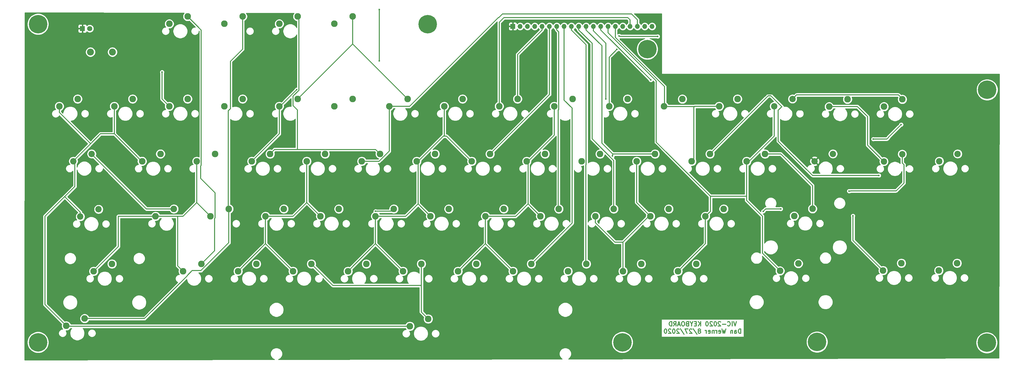
<source format=gbr>
G04 #@! TF.GenerationSoftware,KiCad,Pcbnew,(5.1.5)-3*
G04 #@! TF.CreationDate,2021-08-03T21:44:56-05:00*
G04 #@! TF.ProjectId,vic2020keyboard,76696332-3032-4306-9b65-79626f617264,rev?*
G04 #@! TF.SameCoordinates,Original*
G04 #@! TF.FileFunction,Copper,L2,Bot*
G04 #@! TF.FilePolarity,Positive*
%FSLAX46Y46*%
G04 Gerber Fmt 4.6, Leading zero omitted, Abs format (unit mm)*
G04 Created by KiCad (PCBNEW (5.1.5)-3) date 2021-08-03 21:44:56*
%MOMM*%
%LPD*%
G04 APERTURE LIST*
%ADD10C,0.300000*%
%ADD11C,2.200000*%
%ADD12O,2.400000X2.400000*%
%ADD13C,2.400000*%
%ADD14C,1.800000*%
%ADD15R,1.800000X1.800000*%
%ADD16C,6.400000*%
%ADD17C,2.286000*%
%ADD18O,1.700000X1.700000*%
%ADD19R,1.700000X1.700000*%
%ADD20C,0.600000*%
%ADD21C,0.375000*%
%ADD22C,0.254000*%
G04 APERTURE END LIST*
D10*
X283494285Y-196531571D02*
X282994285Y-198031571D01*
X282494285Y-196531571D01*
X281994285Y-198031571D02*
X281994285Y-196531571D01*
X280422857Y-197888714D02*
X280494285Y-197960142D01*
X280708571Y-198031571D01*
X280851428Y-198031571D01*
X281065714Y-197960142D01*
X281208571Y-197817285D01*
X281280000Y-197674428D01*
X281351428Y-197388714D01*
X281351428Y-197174428D01*
X281280000Y-196888714D01*
X281208571Y-196745857D01*
X281065714Y-196603000D01*
X280851428Y-196531571D01*
X280708571Y-196531571D01*
X280494285Y-196603000D01*
X280422857Y-196674428D01*
X279780000Y-197460142D02*
X278637142Y-197460142D01*
X277994285Y-196674428D02*
X277922857Y-196603000D01*
X277780000Y-196531571D01*
X277422857Y-196531571D01*
X277280000Y-196603000D01*
X277208571Y-196674428D01*
X277137142Y-196817285D01*
X277137142Y-196960142D01*
X277208571Y-197174428D01*
X278065714Y-198031571D01*
X277137142Y-198031571D01*
X276208571Y-196531571D02*
X276065714Y-196531571D01*
X275922857Y-196603000D01*
X275851428Y-196674428D01*
X275780000Y-196817285D01*
X275708571Y-197103000D01*
X275708571Y-197460142D01*
X275780000Y-197745857D01*
X275851428Y-197888714D01*
X275922857Y-197960142D01*
X276065714Y-198031571D01*
X276208571Y-198031571D01*
X276351428Y-197960142D01*
X276422857Y-197888714D01*
X276494285Y-197745857D01*
X276565714Y-197460142D01*
X276565714Y-197103000D01*
X276494285Y-196817285D01*
X276422857Y-196674428D01*
X276351428Y-196603000D01*
X276208571Y-196531571D01*
X275137142Y-196674428D02*
X275065714Y-196603000D01*
X274922857Y-196531571D01*
X274565714Y-196531571D01*
X274422857Y-196603000D01*
X274351428Y-196674428D01*
X274280000Y-196817285D01*
X274280000Y-196960142D01*
X274351428Y-197174428D01*
X275208571Y-198031571D01*
X274280000Y-198031571D01*
X273351428Y-196531571D02*
X273208571Y-196531571D01*
X273065714Y-196603000D01*
X272994285Y-196674428D01*
X272922857Y-196817285D01*
X272851428Y-197103000D01*
X272851428Y-197460142D01*
X272922857Y-197745857D01*
X272994285Y-197888714D01*
X273065714Y-197960142D01*
X273208571Y-198031571D01*
X273351428Y-198031571D01*
X273494285Y-197960142D01*
X273565714Y-197888714D01*
X273637142Y-197745857D01*
X273708571Y-197460142D01*
X273708571Y-197103000D01*
X273637142Y-196817285D01*
X273565714Y-196674428D01*
X273494285Y-196603000D01*
X273351428Y-196531571D01*
X271065714Y-198031571D02*
X271065714Y-196531571D01*
X270208571Y-198031571D02*
X270851428Y-197174428D01*
X270208571Y-196531571D02*
X271065714Y-197388714D01*
X269565714Y-197245857D02*
X269065714Y-197245857D01*
X268851428Y-198031571D02*
X269565714Y-198031571D01*
X269565714Y-196531571D01*
X268851428Y-196531571D01*
X267922857Y-197317285D02*
X267922857Y-198031571D01*
X268422857Y-196531571D02*
X267922857Y-197317285D01*
X267422857Y-196531571D01*
X266422857Y-197245857D02*
X266208571Y-197317285D01*
X266137142Y-197388714D01*
X266065714Y-197531571D01*
X266065714Y-197745857D01*
X266137142Y-197888714D01*
X266208571Y-197960142D01*
X266351428Y-198031571D01*
X266922857Y-198031571D01*
X266922857Y-196531571D01*
X266422857Y-196531571D01*
X266280000Y-196603000D01*
X266208571Y-196674428D01*
X266137142Y-196817285D01*
X266137142Y-196960142D01*
X266208571Y-197103000D01*
X266280000Y-197174428D01*
X266422857Y-197245857D01*
X266922857Y-197245857D01*
X265137142Y-196531571D02*
X264851428Y-196531571D01*
X264708571Y-196603000D01*
X264565714Y-196745857D01*
X264494285Y-197031571D01*
X264494285Y-197531571D01*
X264565714Y-197817285D01*
X264708571Y-197960142D01*
X264851428Y-198031571D01*
X265137142Y-198031571D01*
X265280000Y-197960142D01*
X265422857Y-197817285D01*
X265494285Y-197531571D01*
X265494285Y-197031571D01*
X265422857Y-196745857D01*
X265280000Y-196603000D01*
X265137142Y-196531571D01*
X263922857Y-197603000D02*
X263208571Y-197603000D01*
X264065714Y-198031571D02*
X263565714Y-196531571D01*
X263065714Y-198031571D01*
X261708571Y-198031571D02*
X262208571Y-197317285D01*
X262565714Y-198031571D02*
X262565714Y-196531571D01*
X261994285Y-196531571D01*
X261851428Y-196603000D01*
X261780000Y-196674428D01*
X261708571Y-196817285D01*
X261708571Y-197031571D01*
X261780000Y-197174428D01*
X261851428Y-197245857D01*
X261994285Y-197317285D01*
X262565714Y-197317285D01*
X261065714Y-198031571D02*
X261065714Y-196531571D01*
X260708571Y-196531571D01*
X260494285Y-196603000D01*
X260351428Y-196745857D01*
X260280000Y-196888714D01*
X260208571Y-197174428D01*
X260208571Y-197388714D01*
X260280000Y-197674428D01*
X260351428Y-197817285D01*
X260494285Y-197960142D01*
X260708571Y-198031571D01*
X261065714Y-198031571D01*
X284994285Y-200581571D02*
X284994285Y-199081571D01*
X284637142Y-199081571D01*
X284422857Y-199153000D01*
X284280000Y-199295857D01*
X284208571Y-199438714D01*
X284137142Y-199724428D01*
X284137142Y-199938714D01*
X284208571Y-200224428D01*
X284280000Y-200367285D01*
X284422857Y-200510142D01*
X284637142Y-200581571D01*
X284994285Y-200581571D01*
X282851428Y-200581571D02*
X282851428Y-199795857D01*
X282922857Y-199653000D01*
X283065714Y-199581571D01*
X283351428Y-199581571D01*
X283494285Y-199653000D01*
X282851428Y-200510142D02*
X282994285Y-200581571D01*
X283351428Y-200581571D01*
X283494285Y-200510142D01*
X283565714Y-200367285D01*
X283565714Y-200224428D01*
X283494285Y-200081571D01*
X283351428Y-200010142D01*
X282994285Y-200010142D01*
X282851428Y-199938714D01*
X282137142Y-199581571D02*
X282137142Y-200581571D01*
X282137142Y-199724428D02*
X282065714Y-199653000D01*
X281922857Y-199581571D01*
X281708571Y-199581571D01*
X281565714Y-199653000D01*
X281494285Y-199795857D01*
X281494285Y-200581571D01*
X279780000Y-199081571D02*
X279422857Y-200581571D01*
X279137142Y-199510142D01*
X278851428Y-200581571D01*
X278494285Y-199081571D01*
X277351428Y-200510142D02*
X277494285Y-200581571D01*
X277780000Y-200581571D01*
X277922857Y-200510142D01*
X277994285Y-200367285D01*
X277994285Y-199795857D01*
X277922857Y-199653000D01*
X277780000Y-199581571D01*
X277494285Y-199581571D01*
X277351428Y-199653000D01*
X277280000Y-199795857D01*
X277280000Y-199938714D01*
X277994285Y-200081571D01*
X276637142Y-200581571D02*
X276637142Y-199581571D01*
X276637142Y-199867285D02*
X276565714Y-199724428D01*
X276494285Y-199653000D01*
X276351428Y-199581571D01*
X276208571Y-199581571D01*
X275708571Y-199581571D02*
X275708571Y-200581571D01*
X275708571Y-199724428D02*
X275637142Y-199653000D01*
X275494285Y-199581571D01*
X275280000Y-199581571D01*
X275137142Y-199653000D01*
X275065714Y-199795857D01*
X275065714Y-200581571D01*
X273780000Y-200510142D02*
X273922857Y-200581571D01*
X274208571Y-200581571D01*
X274351428Y-200510142D01*
X274422857Y-200367285D01*
X274422857Y-199795857D01*
X274351428Y-199653000D01*
X274208571Y-199581571D01*
X273922857Y-199581571D01*
X273780000Y-199653000D01*
X273708571Y-199795857D01*
X273708571Y-199938714D01*
X274422857Y-200081571D01*
X273065714Y-200581571D02*
X273065714Y-199581571D01*
X273065714Y-199867285D02*
X272994285Y-199724428D01*
X272922857Y-199653000D01*
X272780000Y-199581571D01*
X272637142Y-199581571D01*
X270780000Y-199724428D02*
X270922857Y-199653000D01*
X270994285Y-199581571D01*
X271065714Y-199438714D01*
X271065714Y-199367285D01*
X270994285Y-199224428D01*
X270922857Y-199153000D01*
X270780000Y-199081571D01*
X270494285Y-199081571D01*
X270351428Y-199153000D01*
X270280000Y-199224428D01*
X270208571Y-199367285D01*
X270208571Y-199438714D01*
X270280000Y-199581571D01*
X270351428Y-199653000D01*
X270494285Y-199724428D01*
X270780000Y-199724428D01*
X270922857Y-199795857D01*
X270994285Y-199867285D01*
X271065714Y-200010142D01*
X271065714Y-200295857D01*
X270994285Y-200438714D01*
X270922857Y-200510142D01*
X270780000Y-200581571D01*
X270494285Y-200581571D01*
X270351428Y-200510142D01*
X270280000Y-200438714D01*
X270208571Y-200295857D01*
X270208571Y-200010142D01*
X270280000Y-199867285D01*
X270351428Y-199795857D01*
X270494285Y-199724428D01*
X268494285Y-199010142D02*
X269780000Y-200938714D01*
X268065714Y-199224428D02*
X267994285Y-199153000D01*
X267851428Y-199081571D01*
X267494285Y-199081571D01*
X267351428Y-199153000D01*
X267280000Y-199224428D01*
X267208571Y-199367285D01*
X267208571Y-199510142D01*
X267280000Y-199724428D01*
X268137142Y-200581571D01*
X267208571Y-200581571D01*
X266708571Y-199081571D02*
X265708571Y-199081571D01*
X266351428Y-200581571D01*
X264065714Y-199010142D02*
X265351428Y-200938714D01*
X263637142Y-199224428D02*
X263565714Y-199153000D01*
X263422857Y-199081571D01*
X263065714Y-199081571D01*
X262922857Y-199153000D01*
X262851428Y-199224428D01*
X262780000Y-199367285D01*
X262780000Y-199510142D01*
X262851428Y-199724428D01*
X263708571Y-200581571D01*
X262780000Y-200581571D01*
X261851428Y-199081571D02*
X261708571Y-199081571D01*
X261565714Y-199153000D01*
X261494285Y-199224428D01*
X261422857Y-199367285D01*
X261351428Y-199653000D01*
X261351428Y-200010142D01*
X261422857Y-200295857D01*
X261494285Y-200438714D01*
X261565714Y-200510142D01*
X261708571Y-200581571D01*
X261851428Y-200581571D01*
X261994285Y-200510142D01*
X262065714Y-200438714D01*
X262137142Y-200295857D01*
X262208571Y-200010142D01*
X262208571Y-199653000D01*
X262137142Y-199367285D01*
X262065714Y-199224428D01*
X261994285Y-199153000D01*
X261851428Y-199081571D01*
X260780000Y-199224428D02*
X260708571Y-199153000D01*
X260565714Y-199081571D01*
X260208571Y-199081571D01*
X260065714Y-199153000D01*
X259994285Y-199224428D01*
X259922857Y-199367285D01*
X259922857Y-199510142D01*
X259994285Y-199724428D01*
X260851428Y-200581571D01*
X259922857Y-200581571D01*
X258994285Y-199081571D02*
X258851428Y-199081571D01*
X258708571Y-199153000D01*
X258637142Y-199224428D01*
X258565714Y-199367285D01*
X258494285Y-199653000D01*
X258494285Y-200010142D01*
X258565714Y-200295857D01*
X258637142Y-200438714D01*
X258708571Y-200510142D01*
X258851428Y-200581571D01*
X258994285Y-200581571D01*
X259137142Y-200510142D01*
X259208571Y-200438714D01*
X259280000Y-200295857D01*
X259351428Y-200010142D01*
X259351428Y-199653000D01*
X259280000Y-199367285D01*
X259208571Y-199224428D01*
X259137142Y-199153000D01*
X258994285Y-199081571D01*
D11*
X310550000Y-140940000D03*
X316900000Y-138400000D03*
X56150000Y-160140000D03*
X62500000Y-157600000D03*
X53750000Y-140940000D03*
X60100000Y-138400000D03*
D12*
X59690000Y-103124000D03*
D13*
X67310000Y-103124000D03*
D14*
X59436000Y-94996000D03*
D15*
X56896000Y-94996000D03*
D16*
X176530000Y-93472000D03*
X252603000Y-102108000D03*
X41529000Y-203708000D03*
X311404000Y-203581000D03*
X41529000Y-93472000D03*
X243967000Y-203708000D03*
X370205000Y-203835000D03*
X370332000Y-116205000D03*
D11*
X296545000Y-121920000D03*
X302895000Y-119380000D03*
D17*
X321945000Y-119507000D03*
X315595000Y-122047000D03*
D18*
X254254000Y-94234000D03*
X251714000Y-94234000D03*
X249174000Y-94234000D03*
X246634000Y-94234000D03*
X244094000Y-94234000D03*
X241554000Y-94234000D03*
X239014000Y-94234000D03*
X236474000Y-94234000D03*
X233934000Y-94234000D03*
X231394000Y-94234000D03*
X228854000Y-94234000D03*
X226314000Y-94234000D03*
X223774000Y-94234000D03*
X221234000Y-94234000D03*
X218694000Y-94234000D03*
X216154000Y-94234000D03*
X213614000Y-94234000D03*
X211074000Y-94234000D03*
X208534000Y-94234000D03*
D19*
X205994000Y-94234000D03*
D11*
X353750000Y-140940000D03*
X360100000Y-138400000D03*
X334550000Y-141040000D03*
X340900000Y-138500000D03*
D17*
X245745000Y-119380000D03*
X239395000Y-121920000D03*
X74295000Y-119380000D03*
X67945000Y-121920000D03*
X93345000Y-119380000D03*
X86995000Y-121920000D03*
X112395000Y-119380000D03*
X106045000Y-121920000D03*
X131445000Y-119380000D03*
X125095000Y-121920000D03*
X150495000Y-119380000D03*
X144145000Y-121920000D03*
X169545000Y-119380000D03*
X163195000Y-121920000D03*
X188595000Y-119380000D03*
X182245000Y-121920000D03*
X207645000Y-119380000D03*
X201295000Y-121920000D03*
X226695000Y-119380000D03*
X220345000Y-121920000D03*
X264740000Y-119420000D03*
X258390000Y-121960000D03*
X283845000Y-119380000D03*
X277495000Y-121920000D03*
X274320000Y-138430000D03*
X267970000Y-140970000D03*
X293370000Y-138430000D03*
X287020000Y-140970000D03*
X260032000Y-157480000D03*
X253682000Y-160020000D03*
X279082000Y-157480000D03*
X272732000Y-160020000D03*
X55245000Y-119380000D03*
X48895000Y-121920000D03*
X231458000Y-176530000D03*
X225108000Y-179070000D03*
X250508000Y-176530000D03*
X244158000Y-179070000D03*
X269558000Y-176530000D03*
X263208000Y-179070000D03*
X88582500Y-157480000D03*
X82232500Y-160020000D03*
X174308000Y-176530000D03*
X167958000Y-179070000D03*
X136208000Y-176530000D03*
X129858000Y-179070000D03*
X126682000Y-157480000D03*
X120332000Y-160020000D03*
X121920000Y-138430000D03*
X115570000Y-140970000D03*
X145732000Y-157480000D03*
X139382000Y-160020000D03*
X164782000Y-157480000D03*
X158432000Y-160020000D03*
X183832000Y-157480000D03*
X177482000Y-160020000D03*
X217170000Y-138430000D03*
X210820000Y-140970000D03*
X202882000Y-157480000D03*
X196532000Y-160020000D03*
X221932000Y-157480000D03*
X215582000Y-160020000D03*
X240982000Y-157480000D03*
X234632000Y-160020000D03*
X212408000Y-176530000D03*
X206058000Y-179070000D03*
X193358000Y-176530000D03*
X187008000Y-179070000D03*
X236220000Y-138430000D03*
X229870000Y-140970000D03*
X255270000Y-138430000D03*
X248920000Y-140970000D03*
X83940000Y-138420000D03*
X77590000Y-140960000D03*
X140970000Y-138430000D03*
X134620000Y-140970000D03*
X107632000Y-157480000D03*
X101282000Y-160020000D03*
X160020000Y-138430000D03*
X153670000Y-140970000D03*
X198120000Y-138430000D03*
X191770000Y-140970000D03*
X155258000Y-176530000D03*
X148908000Y-179070000D03*
X102870000Y-138430000D03*
X96520000Y-140970000D03*
X117158000Y-176530000D03*
X110808000Y-179070000D03*
X179070000Y-138430000D03*
X172720000Y-140970000D03*
X98107500Y-176530000D03*
X91757500Y-179070000D03*
X67151200Y-176530000D03*
X60801200Y-179070000D03*
X57658000Y-195453000D03*
X51308000Y-197993000D03*
X93345000Y-90805000D03*
X86995000Y-93345000D03*
X112395000Y-90805000D03*
X106045000Y-93345000D03*
X131445000Y-90805000D03*
X125095000Y-93345000D03*
X150495000Y-90805000D03*
X144145000Y-93345000D03*
X309840000Y-157420000D03*
X303490000Y-159960000D03*
X176689000Y-195580000D03*
X170339000Y-198120000D03*
X340940000Y-119507000D03*
X334590000Y-122047000D03*
X359918000Y-176276000D03*
X353568000Y-178816000D03*
X340614000Y-176276000D03*
X334264000Y-178816000D03*
X304927000Y-176403000D03*
X298577000Y-178943000D03*
D20*
X242090000Y-102189500D03*
X238252000Y-119380000D03*
X84486599Y-110077401D03*
X159766000Y-88392000D03*
X159766000Y-106172000D03*
X131155000Y-116174600D03*
X332824001Y-145867501D03*
X240495200Y-139157500D03*
X292764300Y-158293700D03*
X298831000Y-157480000D03*
X322500000Y-151300000D03*
X158439300Y-158290300D03*
X253803500Y-112801300D03*
X323850000Y-159893000D03*
X256206100Y-97710100D03*
X242824000Y-97536000D03*
X330900000Y-133300000D03*
X340550000Y-128250000D03*
X243358200Y-98830600D03*
D21*
X150495000Y-100330000D02*
X131445000Y-119380000D01*
X150495000Y-90805000D02*
X150495000Y-100330000D01*
X169545000Y-119380000D02*
X150495000Y-100330000D01*
X207645000Y-119380000D02*
X207645000Y-103980800D01*
X207645000Y-103980800D02*
X216154000Y-95471800D01*
X216154000Y-94234000D02*
X216154000Y-95471800D01*
X239395000Y-121920000D02*
X239395000Y-104884500D01*
X239395000Y-104884500D02*
X242090000Y-102189500D01*
X211281800Y-140970000D02*
X211281800Y-155719800D01*
X220345000Y-121920000D02*
X220345000Y-131906800D01*
X220345000Y-131906800D02*
X211281800Y-140970000D01*
X211281800Y-140970000D02*
X210820000Y-140970000D01*
X211281800Y-155719800D02*
X215582000Y-160020000D01*
X196533000Y-160021000D02*
X206980600Y-160021000D01*
X206980600Y-160021000D02*
X211281800Y-155719800D01*
X196533000Y-160021000D02*
X196532000Y-160020000D01*
X196533000Y-169545000D02*
X196533000Y-160021000D01*
X187008000Y-179070000D02*
X196533000Y-169545000D01*
X196533000Y-169545000D02*
X206058000Y-179070000D01*
X341122000Y-119507000D02*
X339586200Y-117971200D01*
X339586200Y-117971200D02*
X304303800Y-117971200D01*
X304303800Y-117971200D02*
X302895000Y-119380000D01*
X233934000Y-94234000D02*
X233934000Y-95436081D01*
X238252000Y-119380000D02*
X238252000Y-100076000D01*
X238252000Y-100076000D02*
X233934000Y-95758000D01*
X233934000Y-95758000D02*
X233934000Y-95436081D01*
X170339000Y-198120000D02*
X51435000Y-198120000D01*
X51435000Y-198120000D02*
X51308000Y-197993000D01*
X59722300Y-134905200D02*
X63182500Y-131445000D01*
X63182500Y-131445000D02*
X67945000Y-131445000D01*
X53657500Y-140970000D02*
X59722300Y-134905200D01*
X59722300Y-134905200D02*
X48895000Y-124078000D01*
X48895000Y-124078000D02*
X48895000Y-121920000D01*
X67945000Y-131445000D02*
X67945000Y-121920000D01*
X77470000Y-140970000D02*
X67945000Y-131445000D01*
X51308000Y-197993000D02*
X43942000Y-190627000D01*
X43942000Y-190627000D02*
X43942000Y-160020000D01*
X86995000Y-121920000D02*
X84486599Y-119411599D01*
X84486599Y-119411599D02*
X84486599Y-110077401D01*
X84486599Y-110077401D02*
X84486599Y-110077401D01*
X159766000Y-88392000D02*
X159766000Y-106172000D01*
X50900000Y-153334366D02*
X50900000Y-153100000D01*
X56150000Y-158584366D02*
X50900000Y-153334366D01*
X56150000Y-160140000D02*
X56150000Y-158584366D01*
X43942000Y-160020000D02*
X50900000Y-153100000D01*
X53750000Y-140940000D02*
X53750000Y-141350000D01*
X53750000Y-141350000D02*
X54300000Y-141900000D01*
X54300000Y-141900000D02*
X54300000Y-149700000D01*
X54300000Y-149700000D02*
X53500000Y-150500000D01*
X50900000Y-153100000D02*
X53500000Y-150500000D01*
X53500000Y-150500000D02*
X53657500Y-150304500D01*
X89865900Y-160020000D02*
X91758000Y-160020000D01*
X91758000Y-160020000D02*
X96520000Y-155258000D01*
X82232500Y-160020000D02*
X89865900Y-160020000D01*
X89865900Y-160020000D02*
X89865900Y-177178400D01*
X89865900Y-177178400D02*
X91757500Y-179070000D01*
X96520000Y-155258000D02*
X101282000Y-160020000D01*
X96520000Y-140970000D02*
X96520000Y-155258000D01*
X69342000Y-160020000D02*
X82232500Y-160020000D01*
X125095000Y-121920000D02*
X125409600Y-121920000D01*
X125409600Y-121920000D02*
X131155000Y-116174600D01*
X115570000Y-140970000D02*
X125095000Y-131445000D01*
X125095000Y-131445000D02*
X125095000Y-121920000D01*
X60801200Y-179070000D02*
X69342000Y-170529200D01*
X69342000Y-170529200D02*
X69342000Y-160020000D01*
X200990400Y-91166000D02*
X170236400Y-121920000D01*
X170236400Y-121920000D02*
X163195000Y-121920000D01*
X134620000Y-155258000D02*
X139382000Y-160020000D01*
X134620000Y-140970000D02*
X134620000Y-155258000D01*
X120333000Y-160021000D02*
X129857000Y-160021000D01*
X129857000Y-160021000D02*
X134620000Y-155258000D01*
X120333000Y-160021000D02*
X120332000Y-160020000D01*
X120333000Y-169545000D02*
X120333000Y-160021000D01*
X110808000Y-179070000D02*
X120333000Y-169545000D01*
X120333000Y-169545000D02*
X129858000Y-179070000D01*
X163195000Y-121920000D02*
X163195000Y-137420300D01*
X163195000Y-137420300D02*
X159645300Y-140970000D01*
X159645300Y-140970000D02*
X153670000Y-140970000D01*
X249174000Y-92202000D02*
X249174000Y-94234000D01*
X200990400Y-91166000D02*
X201188000Y-91166000D01*
X201188000Y-91166000D02*
X202438000Y-89916000D01*
X202438000Y-89916000D02*
X247142000Y-89916000D01*
X247142000Y-89916000D02*
X249174000Y-91948000D01*
X249174000Y-91948000D02*
X249174000Y-92202000D01*
X173181800Y-155719800D02*
X177482000Y-160020000D01*
X173181800Y-140970000D02*
X173181800Y-155719800D01*
X158433000Y-160021000D02*
X168880600Y-160021000D01*
X168880600Y-160021000D02*
X173181800Y-155719800D01*
X158433000Y-160021000D02*
X158432000Y-160020000D01*
X158433000Y-169545000D02*
X158433000Y-160021000D01*
X182245000Y-132239500D02*
X181912300Y-132239500D01*
X181912300Y-132239500D02*
X173181800Y-140970000D01*
X173181800Y-140970000D02*
X172720000Y-140970000D01*
X191770000Y-140970000D02*
X183039500Y-132239500D01*
X183039500Y-132239500D02*
X182245000Y-132239500D01*
X182245000Y-132239500D02*
X182245000Y-121920000D01*
X148908000Y-179070000D02*
X158433000Y-169545000D01*
X158433000Y-169545000D02*
X167958000Y-179070000D01*
X246634000Y-91948000D02*
X246634000Y-94234000D01*
X202946000Y-91186000D02*
X245872000Y-91186000D01*
X245872000Y-91186000D02*
X246634000Y-91948000D01*
X201295000Y-121920000D02*
X201295000Y-92837000D01*
X201295000Y-92837000D02*
X202946000Y-91186000D01*
X241554000Y-94234000D02*
X241554000Y-98040200D01*
X241554000Y-98040200D02*
X258572000Y-115058200D01*
X258572000Y-115058200D02*
X258572000Y-122174000D01*
X268720100Y-122174000D02*
X268974100Y-121920000D01*
X268974100Y-121920000D02*
X277495000Y-121920000D01*
X267970000Y-140970000D02*
X268720100Y-140219900D01*
X268720100Y-140219900D02*
X268720100Y-122174000D01*
X269100000Y-122000000D02*
X258951900Y-122000000D01*
X244158000Y-168997600D02*
X253135600Y-160020000D01*
X253135600Y-160020000D02*
X253682000Y-160020000D01*
X244158000Y-179070000D02*
X244158000Y-168997600D01*
X244158000Y-168997600D02*
X241384400Y-168997600D01*
X241384400Y-168997600D02*
X234632000Y-162245200D01*
X234632000Y-162245200D02*
X234632000Y-160020000D01*
X248920000Y-140970000D02*
X248920000Y-155258000D01*
X248920000Y-155258000D02*
X253682000Y-160020000D01*
X239014000Y-94234000D02*
X239014000Y-96429800D01*
X239014000Y-96429800D02*
X255719400Y-113135200D01*
X255719400Y-113135200D02*
X255719400Y-134359400D01*
X255719400Y-134359400D02*
X274455500Y-153095500D01*
X298577000Y-178943000D02*
X292481000Y-172847000D01*
X292481000Y-172847000D02*
X292481000Y-160020000D01*
X287020000Y-153095500D02*
X287020000Y-140970000D01*
X292481000Y-160020000D02*
X287020000Y-154559000D01*
X287020000Y-154559000D02*
X287020000Y-153095500D01*
X287020000Y-153095500D02*
X274455500Y-153095500D01*
X274455500Y-153095500D02*
X274455500Y-158296500D01*
X274455500Y-158296500D02*
X272732000Y-160020000D01*
X272732000Y-160020000D02*
X272732000Y-169546000D01*
X272732000Y-169546000D02*
X263208000Y-179070000D01*
X287020000Y-140970000D02*
X287814500Y-140970000D01*
X287814500Y-140970000D02*
X296545000Y-132239500D01*
X296545000Y-132239500D02*
X296545000Y-121920000D01*
X317211446Y-122047000D02*
X317258446Y-122000000D01*
X315595000Y-122047000D02*
X317211446Y-122047000D01*
X317258446Y-122000000D02*
X325400000Y-122000000D01*
X325400000Y-122000000D02*
X328900000Y-125500000D01*
X328900000Y-125500000D02*
X328900000Y-135390000D01*
X334031990Y-140521990D02*
X334550000Y-140521990D01*
X328900000Y-135390000D02*
X334031990Y-140521990D01*
X131353100Y-136878900D02*
X123471100Y-136878900D01*
X123471100Y-136878900D02*
X121920000Y-138430000D01*
X160020000Y-138430000D02*
X158468900Y-136878900D01*
X158468900Y-136878900D02*
X131353100Y-136878900D01*
X131445000Y-90805000D02*
X131884100Y-91244100D01*
X131884100Y-91244100D02*
X131884100Y-116418400D01*
X131884100Y-116418400D02*
X129904700Y-118397800D01*
X129904700Y-118397800D02*
X129904700Y-121714200D01*
X129904700Y-121714200D02*
X131353100Y-123162600D01*
X131353100Y-123162600D02*
X131353100Y-136878900D01*
X218694000Y-94234000D02*
X218694000Y-117856000D01*
X218694000Y-117856000D02*
X198120000Y-138430000D01*
X297967499Y-133999001D02*
X309835999Y-145867501D01*
X309835999Y-145867501D02*
X332824001Y-145867501D01*
X297967499Y-123313999D02*
X297967499Y-133999001D01*
X299208999Y-122072499D02*
X297967499Y-123313999D01*
X295395110Y-118258610D02*
X299208999Y-122072499D01*
X294491390Y-118258610D02*
X295395110Y-118258610D01*
X274320000Y-138430000D02*
X294491390Y-118258610D01*
X332824001Y-145867501D02*
X332824001Y-145867501D01*
X240634700Y-138430000D02*
X240634700Y-139018000D01*
X240634700Y-139018000D02*
X240495200Y-139157500D01*
X231394000Y-95471800D02*
X236886200Y-100964000D01*
X236886200Y-100964000D02*
X236886200Y-134681500D01*
X236886200Y-134681500D02*
X240634700Y-138430000D01*
X240634700Y-138430000D02*
X255270000Y-138430000D01*
X231394000Y-94234000D02*
X231394000Y-95471800D01*
X293370000Y-138430000D02*
X298830000Y-138430000D01*
X309840000Y-149440000D02*
X309840000Y-157420000D01*
X298830000Y-138430000D02*
X309840000Y-149440000D01*
X107632000Y-157480000D02*
X107462700Y-157310700D01*
X107462700Y-157310700D02*
X107462700Y-123483900D01*
X107462700Y-123483900D02*
X108156700Y-122789900D01*
X108156700Y-122789900D02*
X108156700Y-106322600D01*
X108156700Y-106322600D02*
X112395000Y-102084300D01*
X112395000Y-102084300D02*
X112395000Y-90805000D01*
X57658000Y-195453000D02*
X78408400Y-195453000D01*
X78408400Y-195453000D02*
X93185800Y-180675600D01*
X93185800Y-180675600D02*
X93185800Y-180572200D01*
X93185800Y-180572200D02*
X94904700Y-178853300D01*
X94904700Y-178853300D02*
X97984000Y-178853300D01*
X97984000Y-178853300D02*
X107632000Y-169205300D01*
X107632000Y-169205300D02*
X107632000Y-157480000D01*
X292764300Y-158293700D02*
X293578000Y-157480000D01*
X293578000Y-157480000D02*
X298831000Y-157480000D01*
X221932000Y-157480000D02*
X221760700Y-157308700D01*
X221760700Y-157308700D02*
X221760700Y-123204400D01*
X221760700Y-123204400D02*
X221876700Y-123088400D01*
X221876700Y-123088400D02*
X221876700Y-96114500D01*
X221876700Y-96114500D02*
X221234000Y-95471800D01*
X221234000Y-94234000D02*
X221234000Y-95471800D01*
X298831000Y-157480000D02*
X298831000Y-157480000D01*
X322924264Y-151300000D02*
X323024264Y-151200000D01*
X322500000Y-151300000D02*
X322924264Y-151300000D01*
X323024264Y-151200000D02*
X338800000Y-151200000D01*
X338800000Y-151200000D02*
X341500000Y-148500000D01*
X341500000Y-148500000D02*
X341500000Y-142200000D01*
X340900000Y-141600000D02*
X340900000Y-138500000D01*
X341500000Y-142200000D02*
X340900000Y-141600000D01*
X228854000Y-95471800D02*
X233459600Y-100077400D01*
X233459600Y-100077400D02*
X233459600Y-133214700D01*
X233459600Y-133214700D02*
X240982000Y-140737100D01*
X240982000Y-140737100D02*
X240982000Y-157480000D01*
X228854000Y-94234000D02*
X228854000Y-95471800D01*
X164782000Y-157480000D02*
X163971700Y-158290300D01*
X163971700Y-158290300D02*
X158439300Y-158290300D01*
X60007500Y-138430000D02*
X79057500Y-157480000D01*
X79057500Y-157480000D02*
X88582500Y-157480000D01*
X226314000Y-95471800D02*
X231401600Y-100559400D01*
X231401600Y-100559400D02*
X231401600Y-142138500D01*
X231401600Y-142138500D02*
X231288100Y-142252000D01*
X231288100Y-142252000D02*
X231288100Y-176360100D01*
X231288100Y-176360100D02*
X231458000Y-176530000D01*
X226314000Y-94234000D02*
X226314000Y-95471800D01*
X93345000Y-90805000D02*
X98069000Y-95529000D01*
X98069000Y-95529000D02*
X98069000Y-142402600D01*
X98069000Y-142402600D02*
X97881400Y-142590200D01*
X97881400Y-142590200D02*
X97881400Y-146921300D01*
X97881400Y-146921300D02*
X102849800Y-151889700D01*
X102849800Y-151889700D02*
X102849800Y-160638700D01*
X102849800Y-160638700D02*
X102710300Y-160778200D01*
X102710300Y-160778200D02*
X102710300Y-171927200D01*
X102710300Y-171927200D02*
X98107500Y-176530000D01*
X212408000Y-176530000D02*
X226536800Y-162401200D01*
X226536800Y-162401200D02*
X226536800Y-122556900D01*
X226536800Y-122556900D02*
X223774000Y-119794100D01*
X223774000Y-119794100D02*
X223774000Y-94234000D01*
X174308000Y-183991800D02*
X174308000Y-176530000D01*
X176689000Y-195580000D02*
X174308000Y-193199000D01*
X174308000Y-193199000D02*
X174308000Y-183991800D01*
X136208000Y-176530000D02*
X143669800Y-183991800D01*
X143669800Y-183991800D02*
X174308000Y-183991800D01*
X236474000Y-95471800D02*
X253803500Y-112801300D01*
X236474000Y-94234000D02*
X236474000Y-95471800D01*
X323850000Y-159893000D02*
X323850000Y-168402000D01*
X323850000Y-168402000D02*
X334264000Y-178816000D01*
X242998100Y-97710100D02*
X242824000Y-97536000D01*
X256206100Y-97710100D02*
X242998100Y-97710100D01*
X335600000Y-133300000D02*
X336120300Y-132779700D01*
X330900000Y-133300000D02*
X335600000Y-133300000D01*
X336120300Y-132679700D02*
X340550000Y-128250000D01*
X336120300Y-132779700D02*
X336120300Y-132679700D01*
X311700000Y-123900000D02*
X311700000Y-139790000D01*
X262211200Y-117683600D02*
X296955700Y-117683600D01*
X302494200Y-123222100D02*
X311022100Y-123222100D01*
X311700000Y-139790000D02*
X310550000Y-140940000D01*
X243358200Y-98830600D02*
X262211200Y-117683600D01*
X296955700Y-117683600D02*
X302494200Y-123222100D01*
X311022100Y-123222100D02*
X311700000Y-123900000D01*
D22*
G36*
X92141235Y-89602057D02*
G01*
X92023126Y-89720166D01*
X91836885Y-89998896D01*
X91708599Y-90308603D01*
X91643200Y-90637387D01*
X91643200Y-90972613D01*
X91708599Y-91301397D01*
X91836885Y-91611104D01*
X92023126Y-91889834D01*
X92260166Y-92126874D01*
X92538896Y-92313115D01*
X92848603Y-92441401D01*
X93177387Y-92506800D01*
X93512613Y-92506800D01*
X93841397Y-92441401D01*
X93901202Y-92416629D01*
X95959872Y-94475300D01*
X95746157Y-94475300D01*
X95473806Y-94529474D01*
X95217257Y-94635740D01*
X94986369Y-94790014D01*
X94790014Y-94986369D01*
X94635740Y-95217257D01*
X94529474Y-95473806D01*
X94475300Y-95746157D01*
X94475300Y-96023843D01*
X94529474Y-96296194D01*
X94635740Y-96552743D01*
X94790014Y-96783631D01*
X94986369Y-96979986D01*
X95217257Y-97134260D01*
X95473806Y-97240526D01*
X95746157Y-97294700D01*
X96023843Y-97294700D01*
X96296194Y-97240526D01*
X96552743Y-97134260D01*
X96783631Y-96979986D01*
X96979986Y-96783631D01*
X97134260Y-96552743D01*
X97240526Y-96296194D01*
X97294700Y-96023843D01*
X97294700Y-95810128D01*
X97322700Y-95838128D01*
X97322701Y-139460475D01*
X97016397Y-139333599D01*
X96687613Y-139268200D01*
X96352387Y-139268200D01*
X96023603Y-139333599D01*
X95713896Y-139461885D01*
X95435166Y-139648126D01*
X95198126Y-139885166D01*
X95011885Y-140163896D01*
X94883599Y-140473603D01*
X94818200Y-140802387D01*
X94818200Y-141137613D01*
X94883599Y-141466397D01*
X95011885Y-141776104D01*
X95198126Y-142054834D01*
X95243592Y-142100300D01*
X95111157Y-142100300D01*
X94838806Y-142154474D01*
X94582257Y-142260740D01*
X94351369Y-142415014D01*
X94155014Y-142611369D01*
X94000740Y-142842257D01*
X93894474Y-143098806D01*
X93840300Y-143371157D01*
X93840300Y-143648843D01*
X93894474Y-143921194D01*
X94000740Y-144177743D01*
X94155014Y-144408631D01*
X94351369Y-144604986D01*
X94582257Y-144759260D01*
X94838806Y-144865526D01*
X95111157Y-144919700D01*
X95388843Y-144919700D01*
X95661194Y-144865526D01*
X95773700Y-144818924D01*
X95773701Y-154948871D01*
X91448873Y-159273700D01*
X89902564Y-159273700D01*
X89865900Y-159270089D01*
X89829236Y-159273700D01*
X83765387Y-159273700D01*
X83740615Y-159213896D01*
X83554374Y-158935166D01*
X83317334Y-158698126D01*
X83038604Y-158511885D01*
X82728897Y-158383599D01*
X82400113Y-158318200D01*
X82064887Y-158318200D01*
X81736103Y-158383599D01*
X81426396Y-158511885D01*
X81147666Y-158698126D01*
X80910626Y-158935166D01*
X80724385Y-159213896D01*
X80699613Y-159273700D01*
X69378664Y-159273700D01*
X69342000Y-159270089D01*
X69305336Y-159273700D01*
X69195700Y-159284498D01*
X69055021Y-159327173D01*
X68925372Y-159396472D01*
X68811733Y-159489733D01*
X68718472Y-159603372D01*
X68649173Y-159733021D01*
X68606498Y-159873700D01*
X68592089Y-160020000D01*
X68595701Y-160056674D01*
X68595700Y-170220072D01*
X61357402Y-177458371D01*
X61297597Y-177433599D01*
X60968813Y-177368200D01*
X60633587Y-177368200D01*
X60304803Y-177433599D01*
X59995096Y-177561885D01*
X59716366Y-177748126D01*
X59479326Y-177985166D01*
X59293085Y-178263896D01*
X59164799Y-178573603D01*
X59099400Y-178902387D01*
X59099400Y-179237613D01*
X59164799Y-179566397D01*
X59293085Y-179876104D01*
X59479326Y-180154834D01*
X59524792Y-180200300D01*
X59392357Y-180200300D01*
X59120006Y-180254474D01*
X58863457Y-180360740D01*
X58632569Y-180515014D01*
X58436214Y-180711369D01*
X58281940Y-180942257D01*
X58175674Y-181198806D01*
X58121500Y-181471157D01*
X58121500Y-181748843D01*
X58175674Y-182021194D01*
X58281940Y-182277743D01*
X58436214Y-182508631D01*
X58632569Y-182704986D01*
X58863457Y-182859260D01*
X59120006Y-182965526D01*
X59392357Y-183019700D01*
X59670043Y-183019700D01*
X59942394Y-182965526D01*
X60198943Y-182859260D01*
X60429831Y-182704986D01*
X60626186Y-182508631D01*
X60780460Y-182277743D01*
X60886726Y-182021194D01*
X60940900Y-181748843D01*
X60940900Y-181471157D01*
X60918508Y-181358581D01*
X62058500Y-181358581D01*
X62058500Y-181861419D01*
X62156599Y-182354595D01*
X62349027Y-182819157D01*
X62628389Y-183237251D01*
X62983949Y-183592811D01*
X63402043Y-183872173D01*
X63866605Y-184064601D01*
X64359781Y-184162700D01*
X64862619Y-184162700D01*
X65355795Y-184064601D01*
X65820357Y-183872173D01*
X66238451Y-183592811D01*
X66594011Y-183237251D01*
X66873373Y-182819157D01*
X67065801Y-182354595D01*
X67163900Y-181861419D01*
X67163900Y-181471157D01*
X68281500Y-181471157D01*
X68281500Y-181748843D01*
X68335674Y-182021194D01*
X68441940Y-182277743D01*
X68596214Y-182508631D01*
X68792569Y-182704986D01*
X69023457Y-182859260D01*
X69280006Y-182965526D01*
X69552357Y-183019700D01*
X69830043Y-183019700D01*
X70102394Y-182965526D01*
X70358943Y-182859260D01*
X70589831Y-182704986D01*
X70786186Y-182508631D01*
X70940460Y-182277743D01*
X71046726Y-182021194D01*
X71100900Y-181748843D01*
X71100900Y-181471157D01*
X71046726Y-181198806D01*
X70940460Y-180942257D01*
X70786186Y-180711369D01*
X70589831Y-180515014D01*
X70358943Y-180360740D01*
X70102394Y-180254474D01*
X69830043Y-180200300D01*
X69552357Y-180200300D01*
X69280006Y-180254474D01*
X69023457Y-180360740D01*
X68792569Y-180515014D01*
X68596214Y-180711369D01*
X68441940Y-180942257D01*
X68335674Y-181198806D01*
X68281500Y-181471157D01*
X67163900Y-181471157D01*
X67163900Y-181358581D01*
X67065801Y-180865405D01*
X66873373Y-180400843D01*
X66594011Y-179982749D01*
X66238451Y-179627189D01*
X65820357Y-179347827D01*
X65355795Y-179155399D01*
X64862619Y-179057300D01*
X64359781Y-179057300D01*
X63866605Y-179155399D01*
X63402043Y-179347827D01*
X62983949Y-179627189D01*
X62628389Y-179982749D01*
X62349027Y-180400843D01*
X62156599Y-180865405D01*
X62058500Y-181358581D01*
X60918508Y-181358581D01*
X60886726Y-181198806D01*
X60780460Y-180942257D01*
X60666565Y-180771800D01*
X60968813Y-180771800D01*
X61297597Y-180706401D01*
X61607304Y-180578115D01*
X61886034Y-180391874D01*
X62123074Y-180154834D01*
X62309315Y-179876104D01*
X62437601Y-179566397D01*
X62503000Y-179237613D01*
X62503000Y-178902387D01*
X62437601Y-178573603D01*
X62412829Y-178513798D01*
X64564240Y-176362387D01*
X65449400Y-176362387D01*
X65449400Y-176697613D01*
X65514799Y-177026397D01*
X65643085Y-177336104D01*
X65829326Y-177614834D01*
X66066366Y-177851874D01*
X66345096Y-178038115D01*
X66654803Y-178166401D01*
X66983587Y-178231800D01*
X67318813Y-178231800D01*
X67647597Y-178166401D01*
X67957304Y-178038115D01*
X68236034Y-177851874D01*
X68473074Y-177614834D01*
X68659315Y-177336104D01*
X68787601Y-177026397D01*
X68853000Y-176697613D01*
X68853000Y-176362387D01*
X68787601Y-176033603D01*
X68659315Y-175723896D01*
X68473074Y-175445166D01*
X68236034Y-175208126D01*
X67957304Y-175021885D01*
X67647597Y-174893599D01*
X67318813Y-174828200D01*
X66983587Y-174828200D01*
X66654803Y-174893599D01*
X66345096Y-175021885D01*
X66066366Y-175208126D01*
X65829326Y-175445166D01*
X65643085Y-175723896D01*
X65514799Y-176033603D01*
X65449400Y-176362387D01*
X64564240Y-176362387D01*
X66506765Y-174419862D01*
X74466400Y-174419862D01*
X74466400Y-174830138D01*
X74546441Y-175232530D01*
X74703446Y-175611576D01*
X74931383Y-175952708D01*
X75221492Y-176242817D01*
X75562624Y-176470754D01*
X75941670Y-176627759D01*
X76344062Y-176707800D01*
X76754338Y-176707800D01*
X77156730Y-176627759D01*
X77535776Y-176470754D01*
X77876908Y-176242817D01*
X78167017Y-175952708D01*
X78394954Y-175611576D01*
X78551959Y-175232530D01*
X78632000Y-174830138D01*
X78632000Y-174419862D01*
X78551959Y-174017470D01*
X78394954Y-173638424D01*
X78167017Y-173297292D01*
X77876908Y-173007183D01*
X77535776Y-172779246D01*
X77156730Y-172622241D01*
X76754338Y-172542200D01*
X76344062Y-172542200D01*
X75941670Y-172622241D01*
X75562624Y-172779246D01*
X75221492Y-173007183D01*
X74931383Y-173297292D01*
X74703446Y-173638424D01*
X74546441Y-174017470D01*
X74466400Y-174419862D01*
X66506765Y-174419862D01*
X69843794Y-171082834D01*
X69872267Y-171059467D01*
X69895635Y-171030993D01*
X69895639Y-171030989D01*
X69965528Y-170945829D01*
X70034827Y-170816179D01*
X70034827Y-170816178D01*
X70077502Y-170675500D01*
X70088300Y-170565864D01*
X70088300Y-170565855D01*
X70091910Y-170529201D01*
X70088300Y-170492547D01*
X70088300Y-160766300D01*
X80699613Y-160766300D01*
X80724385Y-160826104D01*
X80910626Y-161104834D01*
X80956092Y-161150300D01*
X80823657Y-161150300D01*
X80551306Y-161204474D01*
X80294757Y-161310740D01*
X80063869Y-161465014D01*
X79867514Y-161661369D01*
X79713240Y-161892257D01*
X79606974Y-162148806D01*
X79552800Y-162421157D01*
X79552800Y-162698843D01*
X79606974Y-162971194D01*
X79713240Y-163227743D01*
X79867514Y-163458631D01*
X80063869Y-163654986D01*
X80294757Y-163809260D01*
X80551306Y-163915526D01*
X80823657Y-163969700D01*
X81101343Y-163969700D01*
X81373694Y-163915526D01*
X81630243Y-163809260D01*
X81861131Y-163654986D01*
X82057486Y-163458631D01*
X82211760Y-163227743D01*
X82318026Y-162971194D01*
X82372200Y-162698843D01*
X82372200Y-162421157D01*
X82318026Y-162148806D01*
X82211760Y-161892257D01*
X82097865Y-161721800D01*
X82400113Y-161721800D01*
X82728897Y-161656401D01*
X83038604Y-161528115D01*
X83317334Y-161341874D01*
X83554374Y-161104834D01*
X83740615Y-160826104D01*
X83765387Y-160766300D01*
X84226138Y-160766300D01*
X84059689Y-160932749D01*
X83780327Y-161350843D01*
X83587899Y-161815405D01*
X83489800Y-162308581D01*
X83489800Y-162811419D01*
X83587899Y-163304595D01*
X83780327Y-163769157D01*
X84059689Y-164187251D01*
X84415249Y-164542811D01*
X84833343Y-164822173D01*
X85297905Y-165014601D01*
X85791081Y-165112700D01*
X86293919Y-165112700D01*
X86787095Y-165014601D01*
X87251657Y-164822173D01*
X87669751Y-164542811D01*
X88025311Y-164187251D01*
X88304673Y-163769157D01*
X88497101Y-163304595D01*
X88595200Y-162811419D01*
X88595200Y-162308581D01*
X88497101Y-161815405D01*
X88304673Y-161350843D01*
X88025311Y-160932749D01*
X87858862Y-160766300D01*
X89119600Y-160766300D01*
X89119601Y-177141736D01*
X89115990Y-177178400D01*
X89130399Y-177324700D01*
X89173073Y-177465377D01*
X89242372Y-177595028D01*
X89312261Y-177680188D01*
X89312266Y-177680193D01*
X89335634Y-177708667D01*
X89364108Y-177732035D01*
X90145871Y-178513798D01*
X90121099Y-178573603D01*
X90055700Y-178902387D01*
X90055700Y-179237613D01*
X90121099Y-179566397D01*
X90249385Y-179876104D01*
X90435626Y-180154834D01*
X90481092Y-180200300D01*
X90348657Y-180200300D01*
X90076306Y-180254474D01*
X89819757Y-180360740D01*
X89588869Y-180515014D01*
X89392514Y-180711369D01*
X89238240Y-180942257D01*
X89131974Y-181198806D01*
X89077800Y-181471157D01*
X89077800Y-181748843D01*
X89131974Y-182021194D01*
X89238240Y-182277743D01*
X89392514Y-182508631D01*
X89588869Y-182704986D01*
X89819757Y-182859260D01*
X89909528Y-182896445D01*
X78099273Y-194706700D01*
X59190887Y-194706700D01*
X59166115Y-194646896D01*
X58979874Y-194368166D01*
X58742834Y-194131126D01*
X58464104Y-193944885D01*
X58154397Y-193816599D01*
X57825613Y-193751200D01*
X57490387Y-193751200D01*
X57161603Y-193816599D01*
X56851896Y-193944885D01*
X56573166Y-194131126D01*
X56336126Y-194368166D01*
X56149885Y-194646896D01*
X56021599Y-194956603D01*
X55956200Y-195285387D01*
X55956200Y-195620613D01*
X56021599Y-195949397D01*
X56149885Y-196259104D01*
X56336126Y-196537834D01*
X56573166Y-196774874D01*
X56851896Y-196961115D01*
X57161603Y-197089401D01*
X57490387Y-197154800D01*
X57825613Y-197154800D01*
X58154397Y-197089401D01*
X58464104Y-196961115D01*
X58742834Y-196774874D01*
X58979874Y-196537834D01*
X59166115Y-196259104D01*
X59190887Y-196199300D01*
X78371746Y-196199300D01*
X78408400Y-196202910D01*
X78445054Y-196199300D01*
X78445064Y-196199300D01*
X78554700Y-196188502D01*
X78695379Y-196145827D01*
X78825028Y-196076528D01*
X78938667Y-195983267D01*
X78962039Y-195954788D01*
X82763246Y-192153581D01*
X121558300Y-192153581D01*
X121558300Y-192656419D01*
X121656399Y-193149595D01*
X121848827Y-193614157D01*
X122128189Y-194032251D01*
X122483749Y-194387811D01*
X122901843Y-194667173D01*
X123366405Y-194859601D01*
X123859581Y-194957700D01*
X124362419Y-194957700D01*
X124855595Y-194859601D01*
X125320157Y-194667173D01*
X125738251Y-194387811D01*
X126093811Y-194032251D01*
X126373173Y-193614157D01*
X126565601Y-193149595D01*
X126663700Y-192656419D01*
X126663700Y-192153581D01*
X126565601Y-191660405D01*
X126373173Y-191195843D01*
X126093811Y-190777749D01*
X125738251Y-190422189D01*
X125320157Y-190142827D01*
X124855595Y-189950399D01*
X124362419Y-189852300D01*
X123859581Y-189852300D01*
X123366405Y-189950399D01*
X122901843Y-190142827D01*
X122483749Y-190422189D01*
X122128189Y-190777749D01*
X121848827Y-191195843D01*
X121656399Y-191660405D01*
X121558300Y-192153581D01*
X82763246Y-192153581D01*
X93021537Y-181895290D01*
X93112899Y-182354595D01*
X93305327Y-182819157D01*
X93584689Y-183237251D01*
X93940249Y-183592811D01*
X94358343Y-183872173D01*
X94822905Y-184064601D01*
X95316081Y-184162700D01*
X95818919Y-184162700D01*
X96312095Y-184064601D01*
X96776657Y-183872173D01*
X97194751Y-183592811D01*
X97550311Y-183237251D01*
X97829673Y-182819157D01*
X98022101Y-182354595D01*
X98120200Y-181861419D01*
X98120200Y-181471157D01*
X99237800Y-181471157D01*
X99237800Y-181748843D01*
X99291974Y-182021194D01*
X99398240Y-182277743D01*
X99552514Y-182508631D01*
X99748869Y-182704986D01*
X99979757Y-182859260D01*
X100236306Y-182965526D01*
X100508657Y-183019700D01*
X100786343Y-183019700D01*
X101058694Y-182965526D01*
X101315243Y-182859260D01*
X101546131Y-182704986D01*
X101742486Y-182508631D01*
X101896760Y-182277743D01*
X102003026Y-182021194D01*
X102057200Y-181748843D01*
X102057200Y-181471157D01*
X108128300Y-181471157D01*
X108128300Y-181748843D01*
X108182474Y-182021194D01*
X108288740Y-182277743D01*
X108443014Y-182508631D01*
X108639369Y-182704986D01*
X108870257Y-182859260D01*
X109126806Y-182965526D01*
X109399157Y-183019700D01*
X109676843Y-183019700D01*
X109949194Y-182965526D01*
X110205743Y-182859260D01*
X110436631Y-182704986D01*
X110632986Y-182508631D01*
X110787260Y-182277743D01*
X110893526Y-182021194D01*
X110947700Y-181748843D01*
X110947700Y-181471157D01*
X110925308Y-181358581D01*
X112065300Y-181358581D01*
X112065300Y-181861419D01*
X112163399Y-182354595D01*
X112355827Y-182819157D01*
X112635189Y-183237251D01*
X112990749Y-183592811D01*
X113408843Y-183872173D01*
X113873405Y-184064601D01*
X114366581Y-184162700D01*
X114869419Y-184162700D01*
X115362595Y-184064601D01*
X115827157Y-183872173D01*
X116245251Y-183592811D01*
X116600811Y-183237251D01*
X116880173Y-182819157D01*
X117072601Y-182354595D01*
X117170700Y-181861419D01*
X117170700Y-181471157D01*
X118288300Y-181471157D01*
X118288300Y-181748843D01*
X118342474Y-182021194D01*
X118448740Y-182277743D01*
X118603014Y-182508631D01*
X118799369Y-182704986D01*
X119030257Y-182859260D01*
X119286806Y-182965526D01*
X119559157Y-183019700D01*
X119836843Y-183019700D01*
X120109194Y-182965526D01*
X120365743Y-182859260D01*
X120596631Y-182704986D01*
X120792986Y-182508631D01*
X120947260Y-182277743D01*
X121053526Y-182021194D01*
X121107700Y-181748843D01*
X121107700Y-181471157D01*
X121053526Y-181198806D01*
X120947260Y-180942257D01*
X120792986Y-180711369D01*
X120596631Y-180515014D01*
X120365743Y-180360740D01*
X120109194Y-180254474D01*
X119836843Y-180200300D01*
X119559157Y-180200300D01*
X119286806Y-180254474D01*
X119030257Y-180360740D01*
X118799369Y-180515014D01*
X118603014Y-180711369D01*
X118448740Y-180942257D01*
X118342474Y-181198806D01*
X118288300Y-181471157D01*
X117170700Y-181471157D01*
X117170700Y-181358581D01*
X117072601Y-180865405D01*
X116880173Y-180400843D01*
X116600811Y-179982749D01*
X116245251Y-179627189D01*
X115827157Y-179347827D01*
X115362595Y-179155399D01*
X114869419Y-179057300D01*
X114366581Y-179057300D01*
X113873405Y-179155399D01*
X113408843Y-179347827D01*
X112990749Y-179627189D01*
X112635189Y-179982749D01*
X112355827Y-180400843D01*
X112163399Y-180865405D01*
X112065300Y-181358581D01*
X110925308Y-181358581D01*
X110893526Y-181198806D01*
X110787260Y-180942257D01*
X110673365Y-180771800D01*
X110975613Y-180771800D01*
X111304397Y-180706401D01*
X111614104Y-180578115D01*
X111892834Y-180391874D01*
X112129874Y-180154834D01*
X112316115Y-179876104D01*
X112444401Y-179566397D01*
X112509800Y-179237613D01*
X112509800Y-178902387D01*
X112444401Y-178573603D01*
X112419629Y-178513798D01*
X114571040Y-176362387D01*
X115456200Y-176362387D01*
X115456200Y-176697613D01*
X115521599Y-177026397D01*
X115649885Y-177336104D01*
X115836126Y-177614834D01*
X116073166Y-177851874D01*
X116351896Y-178038115D01*
X116661603Y-178166401D01*
X116990387Y-178231800D01*
X117325613Y-178231800D01*
X117654397Y-178166401D01*
X117964104Y-178038115D01*
X118242834Y-177851874D01*
X118479874Y-177614834D01*
X118666115Y-177336104D01*
X118794401Y-177026397D01*
X118859800Y-176697613D01*
X118859800Y-176362387D01*
X118794401Y-176033603D01*
X118666115Y-175723896D01*
X118479874Y-175445166D01*
X118242834Y-175208126D01*
X117964104Y-175021885D01*
X117654397Y-174893599D01*
X117325613Y-174828200D01*
X116990387Y-174828200D01*
X116661603Y-174893599D01*
X116351896Y-175021885D01*
X116073166Y-175208126D01*
X115836126Y-175445166D01*
X115649885Y-175723896D01*
X115521599Y-176033603D01*
X115456200Y-176362387D01*
X114571040Y-176362387D01*
X120333000Y-170600428D01*
X128246371Y-178513799D01*
X128221599Y-178573603D01*
X128156200Y-178902387D01*
X128156200Y-179237613D01*
X128221599Y-179566397D01*
X128349885Y-179876104D01*
X128536126Y-180154834D01*
X128581592Y-180200300D01*
X128449157Y-180200300D01*
X128176806Y-180254474D01*
X127920257Y-180360740D01*
X127689369Y-180515014D01*
X127493014Y-180711369D01*
X127338740Y-180942257D01*
X127232474Y-181198806D01*
X127178300Y-181471157D01*
X127178300Y-181748843D01*
X127232474Y-182021194D01*
X127338740Y-182277743D01*
X127493014Y-182508631D01*
X127689369Y-182704986D01*
X127920257Y-182859260D01*
X128176806Y-182965526D01*
X128449157Y-183019700D01*
X128726843Y-183019700D01*
X128999194Y-182965526D01*
X129255743Y-182859260D01*
X129486631Y-182704986D01*
X129682986Y-182508631D01*
X129837260Y-182277743D01*
X129943526Y-182021194D01*
X129997700Y-181748843D01*
X129997700Y-181471157D01*
X129975308Y-181358581D01*
X131115300Y-181358581D01*
X131115300Y-181861419D01*
X131213399Y-182354595D01*
X131405827Y-182819157D01*
X131685189Y-183237251D01*
X132040749Y-183592811D01*
X132458843Y-183872173D01*
X132923405Y-184064601D01*
X133416581Y-184162700D01*
X133919419Y-184162700D01*
X134412595Y-184064601D01*
X134877157Y-183872173D01*
X135295251Y-183592811D01*
X135650811Y-183237251D01*
X135930173Y-182819157D01*
X136122601Y-182354595D01*
X136220700Y-181861419D01*
X136220700Y-181358581D01*
X136122601Y-180865405D01*
X135930173Y-180400843D01*
X135650811Y-179982749D01*
X135295251Y-179627189D01*
X134877157Y-179347827D01*
X134412595Y-179155399D01*
X133919419Y-179057300D01*
X133416581Y-179057300D01*
X132923405Y-179155399D01*
X132458843Y-179347827D01*
X132040749Y-179627189D01*
X131685189Y-179982749D01*
X131405827Y-180400843D01*
X131213399Y-180865405D01*
X131115300Y-181358581D01*
X129975308Y-181358581D01*
X129943526Y-181198806D01*
X129837260Y-180942257D01*
X129723365Y-180771800D01*
X130025613Y-180771800D01*
X130354397Y-180706401D01*
X130664104Y-180578115D01*
X130942834Y-180391874D01*
X131179874Y-180154834D01*
X131366115Y-179876104D01*
X131494401Y-179566397D01*
X131559800Y-179237613D01*
X131559800Y-178902387D01*
X131494401Y-178573603D01*
X131366115Y-178263896D01*
X131179874Y-177985166D01*
X130942834Y-177748126D01*
X130664104Y-177561885D01*
X130354397Y-177433599D01*
X130025613Y-177368200D01*
X129690387Y-177368200D01*
X129361603Y-177433599D01*
X129301799Y-177458371D01*
X128205815Y-176362387D01*
X134506200Y-176362387D01*
X134506200Y-176697613D01*
X134571599Y-177026397D01*
X134699885Y-177336104D01*
X134886126Y-177614834D01*
X135123166Y-177851874D01*
X135401896Y-178038115D01*
X135711603Y-178166401D01*
X136040387Y-178231800D01*
X136375613Y-178231800D01*
X136704397Y-178166401D01*
X136764202Y-178141629D01*
X138822873Y-180200300D01*
X138609157Y-180200300D01*
X138336806Y-180254474D01*
X138080257Y-180360740D01*
X137849369Y-180515014D01*
X137653014Y-180711369D01*
X137498740Y-180942257D01*
X137392474Y-181198806D01*
X137338300Y-181471157D01*
X137338300Y-181748843D01*
X137392474Y-182021194D01*
X137498740Y-182277743D01*
X137653014Y-182508631D01*
X137849369Y-182704986D01*
X138080257Y-182859260D01*
X138336806Y-182965526D01*
X138609157Y-183019700D01*
X138886843Y-183019700D01*
X139159194Y-182965526D01*
X139415743Y-182859260D01*
X139646631Y-182704986D01*
X139842986Y-182508631D01*
X139997260Y-182277743D01*
X140103526Y-182021194D01*
X140157700Y-181748843D01*
X140157700Y-181535128D01*
X143116165Y-184493593D01*
X143139533Y-184522067D01*
X143168007Y-184545435D01*
X143168011Y-184545439D01*
X143253171Y-184615328D01*
X143317997Y-184649978D01*
X143382821Y-184684627D01*
X143523500Y-184727302D01*
X143633136Y-184738100D01*
X143633146Y-184738100D01*
X143669800Y-184741710D01*
X143706454Y-184738100D01*
X173561701Y-184738100D01*
X173561700Y-193162346D01*
X173558090Y-193199000D01*
X173561700Y-193235654D01*
X173561700Y-193235663D01*
X173572498Y-193345299D01*
X173615173Y-193485978D01*
X173615174Y-193485979D01*
X173684472Y-193615628D01*
X173754361Y-193700788D01*
X173777733Y-193729267D01*
X173806212Y-193752639D01*
X175077371Y-195023798D01*
X175052599Y-195083603D01*
X174987200Y-195412387D01*
X174987200Y-195747613D01*
X175052599Y-196076397D01*
X175180885Y-196386104D01*
X175367126Y-196664834D01*
X175604166Y-196901874D01*
X175882896Y-197088115D01*
X176192603Y-197216401D01*
X176521387Y-197281800D01*
X176856613Y-197281800D01*
X177185397Y-197216401D01*
X177495104Y-197088115D01*
X177773834Y-196901874D01*
X178010874Y-196664834D01*
X178197115Y-196386104D01*
X178325401Y-196076397D01*
X178390800Y-195747613D01*
X178390800Y-195639200D01*
X257499772Y-195639200D01*
X257499772Y-201856800D01*
X286060229Y-201856800D01*
X286060229Y-195639200D01*
X257499772Y-195639200D01*
X178390800Y-195639200D01*
X178390800Y-195412387D01*
X178325401Y-195083603D01*
X178197115Y-194773896D01*
X178010874Y-194495166D01*
X177773834Y-194258126D01*
X177495104Y-194071885D01*
X177185397Y-193943599D01*
X176856613Y-193878200D01*
X176521387Y-193878200D01*
X176192603Y-193943599D01*
X176132798Y-193968371D01*
X175054300Y-192889873D01*
X175054300Y-192153581D01*
X221634300Y-192153581D01*
X221634300Y-192656419D01*
X221732399Y-193149595D01*
X221924827Y-193614157D01*
X222204189Y-194032251D01*
X222559749Y-194387811D01*
X222977843Y-194667173D01*
X223442405Y-194859601D01*
X223935581Y-194957700D01*
X224438419Y-194957700D01*
X224931595Y-194859601D01*
X225396157Y-194667173D01*
X225814251Y-194387811D01*
X226169811Y-194032251D01*
X226449173Y-193614157D01*
X226641601Y-193149595D01*
X226739700Y-192656419D01*
X226739700Y-192153581D01*
X226641601Y-191660405D01*
X226449173Y-191195843D01*
X226169811Y-190777749D01*
X225814251Y-190422189D01*
X225396157Y-190142827D01*
X224931595Y-189950399D01*
X224438419Y-189852300D01*
X223935581Y-189852300D01*
X223442405Y-189950399D01*
X222977843Y-190142827D01*
X222559749Y-190422189D01*
X222204189Y-190777749D01*
X221924827Y-191195843D01*
X221732399Y-191660405D01*
X221634300Y-192153581D01*
X175054300Y-192153581D01*
X175054300Y-189486581D01*
X287896300Y-189486581D01*
X287896300Y-189989419D01*
X287994399Y-190482595D01*
X288186827Y-190947157D01*
X288466189Y-191365251D01*
X288821749Y-191720811D01*
X289239843Y-192000173D01*
X289704405Y-192192601D01*
X290197581Y-192290700D01*
X290700419Y-192290700D01*
X291193595Y-192192601D01*
X291658157Y-192000173D01*
X292076251Y-191720811D01*
X292431811Y-191365251D01*
X292711173Y-190947157D01*
X292903601Y-190482595D01*
X293001700Y-189989419D01*
X293001700Y-189486581D01*
X311772300Y-189486581D01*
X311772300Y-189989419D01*
X311870399Y-190482595D01*
X312062827Y-190947157D01*
X312342189Y-191365251D01*
X312697749Y-191720811D01*
X313115843Y-192000173D01*
X313580405Y-192192601D01*
X314073581Y-192290700D01*
X314576419Y-192290700D01*
X315069595Y-192192601D01*
X315534157Y-192000173D01*
X315952251Y-191720811D01*
X316307811Y-191365251D01*
X316587173Y-190947157D01*
X316779601Y-190482595D01*
X316877700Y-189989419D01*
X316877700Y-189486581D01*
X316779601Y-188993405D01*
X316587173Y-188528843D01*
X316307811Y-188110749D01*
X315952251Y-187755189D01*
X315534157Y-187475827D01*
X315069595Y-187283399D01*
X314576419Y-187185300D01*
X314073581Y-187185300D01*
X313580405Y-187283399D01*
X313115843Y-187475827D01*
X312697749Y-187755189D01*
X312342189Y-188110749D01*
X312062827Y-188528843D01*
X311870399Y-188993405D01*
X311772300Y-189486581D01*
X293001700Y-189486581D01*
X292903601Y-188993405D01*
X292711173Y-188528843D01*
X292431811Y-188110749D01*
X292076251Y-187755189D01*
X291658157Y-187475827D01*
X291193595Y-187283399D01*
X290700419Y-187185300D01*
X290197581Y-187185300D01*
X289704405Y-187283399D01*
X289239843Y-187475827D01*
X288821749Y-187755189D01*
X288466189Y-188110749D01*
X288186827Y-188528843D01*
X287994399Y-188993405D01*
X287896300Y-189486581D01*
X175054300Y-189486581D01*
X175054300Y-184028463D01*
X175057911Y-183991800D01*
X175054300Y-183955136D01*
X175054300Y-181471157D01*
X175438300Y-181471157D01*
X175438300Y-181748843D01*
X175492474Y-182021194D01*
X175598740Y-182277743D01*
X175753014Y-182508631D01*
X175949369Y-182704986D01*
X176180257Y-182859260D01*
X176436806Y-182965526D01*
X176709157Y-183019700D01*
X176986843Y-183019700D01*
X177259194Y-182965526D01*
X177515743Y-182859260D01*
X177746631Y-182704986D01*
X177942986Y-182508631D01*
X178097260Y-182277743D01*
X178203526Y-182021194D01*
X178257700Y-181748843D01*
X178257700Y-181471157D01*
X178203526Y-181198806D01*
X178097260Y-180942257D01*
X177942986Y-180711369D01*
X177746631Y-180515014D01*
X177515743Y-180360740D01*
X177259194Y-180254474D01*
X176986843Y-180200300D01*
X176709157Y-180200300D01*
X176436806Y-180254474D01*
X176180257Y-180360740D01*
X175949369Y-180515014D01*
X175753014Y-180711369D01*
X175598740Y-180942257D01*
X175492474Y-181198806D01*
X175438300Y-181471157D01*
X175054300Y-181471157D01*
X175054300Y-178062887D01*
X175114104Y-178038115D01*
X175392834Y-177851874D01*
X175629874Y-177614834D01*
X175816115Y-177336104D01*
X175944401Y-177026397D01*
X176009800Y-176697613D01*
X176009800Y-176362387D01*
X175944401Y-176033603D01*
X175816115Y-175723896D01*
X175629874Y-175445166D01*
X175392834Y-175208126D01*
X175114104Y-175021885D01*
X174804397Y-174893599D01*
X174475613Y-174828200D01*
X174140387Y-174828200D01*
X173811603Y-174893599D01*
X173501896Y-175021885D01*
X173223166Y-175208126D01*
X172986126Y-175445166D01*
X172799885Y-175723896D01*
X172671599Y-176033603D01*
X172606200Y-176362387D01*
X172606200Y-176697613D01*
X172671599Y-177026397D01*
X172799885Y-177336104D01*
X172986126Y-177614834D01*
X173223166Y-177851874D01*
X173501896Y-178038115D01*
X173561701Y-178062887D01*
X173561701Y-179793639D01*
X173395251Y-179627189D01*
X172977157Y-179347827D01*
X172512595Y-179155399D01*
X172019419Y-179057300D01*
X171516581Y-179057300D01*
X171023405Y-179155399D01*
X170558843Y-179347827D01*
X170140749Y-179627189D01*
X169785189Y-179982749D01*
X169505827Y-180400843D01*
X169313399Y-180865405D01*
X169215300Y-181358581D01*
X169215300Y-181861419D01*
X169313399Y-182354595D01*
X169505827Y-182819157D01*
X169785189Y-183237251D01*
X169793438Y-183245500D01*
X154692562Y-183245500D01*
X154700811Y-183237251D01*
X154980173Y-182819157D01*
X155172601Y-182354595D01*
X155270700Y-181861419D01*
X155270700Y-181471157D01*
X156388300Y-181471157D01*
X156388300Y-181748843D01*
X156442474Y-182021194D01*
X156548740Y-182277743D01*
X156703014Y-182508631D01*
X156899369Y-182704986D01*
X157130257Y-182859260D01*
X157386806Y-182965526D01*
X157659157Y-183019700D01*
X157936843Y-183019700D01*
X158209194Y-182965526D01*
X158465743Y-182859260D01*
X158696631Y-182704986D01*
X158892986Y-182508631D01*
X159047260Y-182277743D01*
X159153526Y-182021194D01*
X159207700Y-181748843D01*
X159207700Y-181471157D01*
X159153526Y-181198806D01*
X159047260Y-180942257D01*
X158892986Y-180711369D01*
X158696631Y-180515014D01*
X158465743Y-180360740D01*
X158209194Y-180254474D01*
X157936843Y-180200300D01*
X157659157Y-180200300D01*
X157386806Y-180254474D01*
X157130257Y-180360740D01*
X156899369Y-180515014D01*
X156703014Y-180711369D01*
X156548740Y-180942257D01*
X156442474Y-181198806D01*
X156388300Y-181471157D01*
X155270700Y-181471157D01*
X155270700Y-181358581D01*
X155172601Y-180865405D01*
X154980173Y-180400843D01*
X154700811Y-179982749D01*
X154345251Y-179627189D01*
X153927157Y-179347827D01*
X153462595Y-179155399D01*
X152969419Y-179057300D01*
X152466581Y-179057300D01*
X151973405Y-179155399D01*
X151508843Y-179347827D01*
X151090749Y-179627189D01*
X150735189Y-179982749D01*
X150455827Y-180400843D01*
X150263399Y-180865405D01*
X150165300Y-181358581D01*
X150165300Y-181861419D01*
X150263399Y-182354595D01*
X150455827Y-182819157D01*
X150735189Y-183237251D01*
X150743438Y-183245500D01*
X143978928Y-183245500D01*
X142204585Y-181471157D01*
X146228300Y-181471157D01*
X146228300Y-181748843D01*
X146282474Y-182021194D01*
X146388740Y-182277743D01*
X146543014Y-182508631D01*
X146739369Y-182704986D01*
X146970257Y-182859260D01*
X147226806Y-182965526D01*
X147499157Y-183019700D01*
X147776843Y-183019700D01*
X148049194Y-182965526D01*
X148305743Y-182859260D01*
X148536631Y-182704986D01*
X148732986Y-182508631D01*
X148887260Y-182277743D01*
X148993526Y-182021194D01*
X149047700Y-181748843D01*
X149047700Y-181471157D01*
X148993526Y-181198806D01*
X148887260Y-180942257D01*
X148773365Y-180771800D01*
X149075613Y-180771800D01*
X149404397Y-180706401D01*
X149714104Y-180578115D01*
X149992834Y-180391874D01*
X150229874Y-180154834D01*
X150416115Y-179876104D01*
X150544401Y-179566397D01*
X150609800Y-179237613D01*
X150609800Y-178902387D01*
X150544401Y-178573603D01*
X150519629Y-178513798D01*
X152671040Y-176362387D01*
X153556200Y-176362387D01*
X153556200Y-176697613D01*
X153621599Y-177026397D01*
X153749885Y-177336104D01*
X153936126Y-177614834D01*
X154173166Y-177851874D01*
X154451896Y-178038115D01*
X154761603Y-178166401D01*
X155090387Y-178231800D01*
X155425613Y-178231800D01*
X155754397Y-178166401D01*
X156064104Y-178038115D01*
X156342834Y-177851874D01*
X156579874Y-177614834D01*
X156766115Y-177336104D01*
X156894401Y-177026397D01*
X156959800Y-176697613D01*
X156959800Y-176362387D01*
X156894401Y-176033603D01*
X156766115Y-175723896D01*
X156579874Y-175445166D01*
X156342834Y-175208126D01*
X156064104Y-175021885D01*
X155754397Y-174893599D01*
X155425613Y-174828200D01*
X155090387Y-174828200D01*
X154761603Y-174893599D01*
X154451896Y-175021885D01*
X154173166Y-175208126D01*
X153936126Y-175445166D01*
X153749885Y-175723896D01*
X153621599Y-176033603D01*
X153556200Y-176362387D01*
X152671040Y-176362387D01*
X158433000Y-170600428D01*
X166346371Y-178513799D01*
X166321599Y-178573603D01*
X166256200Y-178902387D01*
X166256200Y-179237613D01*
X166321599Y-179566397D01*
X166449885Y-179876104D01*
X166636126Y-180154834D01*
X166681592Y-180200300D01*
X166549157Y-180200300D01*
X166276806Y-180254474D01*
X166020257Y-180360740D01*
X165789369Y-180515014D01*
X165593014Y-180711369D01*
X165438740Y-180942257D01*
X165332474Y-181198806D01*
X165278300Y-181471157D01*
X165278300Y-181748843D01*
X165332474Y-182021194D01*
X165438740Y-182277743D01*
X165593014Y-182508631D01*
X165789369Y-182704986D01*
X166020257Y-182859260D01*
X166276806Y-182965526D01*
X166549157Y-183019700D01*
X166826843Y-183019700D01*
X167099194Y-182965526D01*
X167355743Y-182859260D01*
X167586631Y-182704986D01*
X167782986Y-182508631D01*
X167937260Y-182277743D01*
X168043526Y-182021194D01*
X168097700Y-181748843D01*
X168097700Y-181471157D01*
X168043526Y-181198806D01*
X167937260Y-180942257D01*
X167823365Y-180771800D01*
X168125613Y-180771800D01*
X168454397Y-180706401D01*
X168764104Y-180578115D01*
X169042834Y-180391874D01*
X169279874Y-180154834D01*
X169466115Y-179876104D01*
X169594401Y-179566397D01*
X169659800Y-179237613D01*
X169659800Y-178902387D01*
X169594401Y-178573603D01*
X169466115Y-178263896D01*
X169279874Y-177985166D01*
X169042834Y-177748126D01*
X168764104Y-177561885D01*
X168454397Y-177433599D01*
X168125613Y-177368200D01*
X167790387Y-177368200D01*
X167461603Y-177433599D01*
X167401799Y-177458371D01*
X159179300Y-169235873D01*
X159179300Y-161552473D01*
X159238104Y-161528115D01*
X159516834Y-161341874D01*
X159753874Y-161104834D01*
X159940115Y-160826104D01*
X159964473Y-160767300D01*
X160424638Y-160767300D01*
X160259189Y-160932749D01*
X159979827Y-161350843D01*
X159787399Y-161815405D01*
X159689300Y-162308581D01*
X159689300Y-162811419D01*
X159787399Y-163304595D01*
X159979827Y-163769157D01*
X160259189Y-164187251D01*
X160614749Y-164542811D01*
X161032843Y-164822173D01*
X161497405Y-165014601D01*
X161990581Y-165112700D01*
X162493419Y-165112700D01*
X162986595Y-165014601D01*
X163451157Y-164822173D01*
X163869251Y-164542811D01*
X164224811Y-164187251D01*
X164504173Y-163769157D01*
X164696601Y-163304595D01*
X164794700Y-162811419D01*
X164794700Y-162421157D01*
X165912300Y-162421157D01*
X165912300Y-162698843D01*
X165966474Y-162971194D01*
X166072740Y-163227743D01*
X166227014Y-163458631D01*
X166423369Y-163654986D01*
X166654257Y-163809260D01*
X166910806Y-163915526D01*
X167183157Y-163969700D01*
X167460843Y-163969700D01*
X167733194Y-163915526D01*
X167989743Y-163809260D01*
X168220631Y-163654986D01*
X168416986Y-163458631D01*
X168571260Y-163227743D01*
X168677526Y-162971194D01*
X168731700Y-162698843D01*
X168731700Y-162421157D01*
X168677526Y-162148806D01*
X168571260Y-161892257D01*
X168416986Y-161661369D01*
X168220631Y-161465014D01*
X167989743Y-161310740D01*
X167733194Y-161204474D01*
X167460843Y-161150300D01*
X167183157Y-161150300D01*
X166910806Y-161204474D01*
X166654257Y-161310740D01*
X166423369Y-161465014D01*
X166227014Y-161661369D01*
X166072740Y-161892257D01*
X165966474Y-162148806D01*
X165912300Y-162421157D01*
X164794700Y-162421157D01*
X164794700Y-162308581D01*
X164696601Y-161815405D01*
X164504173Y-161350843D01*
X164224811Y-160932749D01*
X164059362Y-160767300D01*
X168843946Y-160767300D01*
X168880600Y-160770910D01*
X168917254Y-160767300D01*
X168917264Y-160767300D01*
X169026900Y-160756502D01*
X169167579Y-160713827D01*
X169297228Y-160644528D01*
X169410867Y-160551267D01*
X169434239Y-160522788D01*
X173181800Y-156775227D01*
X175870371Y-159463799D01*
X175845599Y-159523603D01*
X175780200Y-159852387D01*
X175780200Y-160187613D01*
X175845599Y-160516397D01*
X175973885Y-160826104D01*
X176160126Y-161104834D01*
X176205592Y-161150300D01*
X176073157Y-161150300D01*
X175800806Y-161204474D01*
X175544257Y-161310740D01*
X175313369Y-161465014D01*
X175117014Y-161661369D01*
X174962740Y-161892257D01*
X174856474Y-162148806D01*
X174802300Y-162421157D01*
X174802300Y-162698843D01*
X174856474Y-162971194D01*
X174962740Y-163227743D01*
X175117014Y-163458631D01*
X175313369Y-163654986D01*
X175544257Y-163809260D01*
X175800806Y-163915526D01*
X176073157Y-163969700D01*
X176350843Y-163969700D01*
X176623194Y-163915526D01*
X176879743Y-163809260D01*
X177110631Y-163654986D01*
X177306986Y-163458631D01*
X177461260Y-163227743D01*
X177567526Y-162971194D01*
X177621700Y-162698843D01*
X177621700Y-162421157D01*
X177599308Y-162308581D01*
X178739300Y-162308581D01*
X178739300Y-162811419D01*
X178837399Y-163304595D01*
X179029827Y-163769157D01*
X179309189Y-164187251D01*
X179664749Y-164542811D01*
X180082843Y-164822173D01*
X180547405Y-165014601D01*
X181040581Y-165112700D01*
X181543419Y-165112700D01*
X182036595Y-165014601D01*
X182501157Y-164822173D01*
X182919251Y-164542811D01*
X183274811Y-164187251D01*
X183554173Y-163769157D01*
X183746601Y-163304595D01*
X183844700Y-162811419D01*
X183844700Y-162421157D01*
X184962300Y-162421157D01*
X184962300Y-162698843D01*
X185016474Y-162971194D01*
X185122740Y-163227743D01*
X185277014Y-163458631D01*
X185473369Y-163654986D01*
X185704257Y-163809260D01*
X185960806Y-163915526D01*
X186233157Y-163969700D01*
X186510843Y-163969700D01*
X186783194Y-163915526D01*
X187039743Y-163809260D01*
X187270631Y-163654986D01*
X187466986Y-163458631D01*
X187621260Y-163227743D01*
X187727526Y-162971194D01*
X187781700Y-162698843D01*
X187781700Y-162421157D01*
X187727526Y-162148806D01*
X187621260Y-161892257D01*
X187466986Y-161661369D01*
X187270631Y-161465014D01*
X187039743Y-161310740D01*
X186783194Y-161204474D01*
X186510843Y-161150300D01*
X186233157Y-161150300D01*
X185960806Y-161204474D01*
X185704257Y-161310740D01*
X185473369Y-161465014D01*
X185277014Y-161661369D01*
X185122740Y-161892257D01*
X185016474Y-162148806D01*
X184962300Y-162421157D01*
X183844700Y-162421157D01*
X183844700Y-162308581D01*
X183746601Y-161815405D01*
X183554173Y-161350843D01*
X183274811Y-160932749D01*
X182919251Y-160577189D01*
X182501157Y-160297827D01*
X182036595Y-160105399D01*
X181543419Y-160007300D01*
X181040581Y-160007300D01*
X180547405Y-160105399D01*
X180082843Y-160297827D01*
X179664749Y-160577189D01*
X179309189Y-160932749D01*
X179029827Y-161350843D01*
X178837399Y-161815405D01*
X178739300Y-162308581D01*
X177599308Y-162308581D01*
X177567526Y-162148806D01*
X177461260Y-161892257D01*
X177347365Y-161721800D01*
X177649613Y-161721800D01*
X177978397Y-161656401D01*
X178288104Y-161528115D01*
X178566834Y-161341874D01*
X178803874Y-161104834D01*
X178990115Y-160826104D01*
X179118401Y-160516397D01*
X179183800Y-160187613D01*
X179183800Y-159852387D01*
X179118401Y-159523603D01*
X178990115Y-159213896D01*
X178803874Y-158935166D01*
X178566834Y-158698126D01*
X178288104Y-158511885D01*
X177978397Y-158383599D01*
X177649613Y-158318200D01*
X177314387Y-158318200D01*
X176985603Y-158383599D01*
X176925799Y-158408371D01*
X175829815Y-157312387D01*
X182130200Y-157312387D01*
X182130200Y-157647613D01*
X182195599Y-157976397D01*
X182323885Y-158286104D01*
X182510126Y-158564834D01*
X182747166Y-158801874D01*
X183025896Y-158988115D01*
X183335603Y-159116401D01*
X183664387Y-159181800D01*
X183999613Y-159181800D01*
X184328397Y-159116401D01*
X184638104Y-158988115D01*
X184916834Y-158801874D01*
X185153874Y-158564834D01*
X185340115Y-158286104D01*
X185468401Y-157976397D01*
X185533800Y-157647613D01*
X185533800Y-157312387D01*
X201180200Y-157312387D01*
X201180200Y-157647613D01*
X201245599Y-157976397D01*
X201373885Y-158286104D01*
X201560126Y-158564834D01*
X201797166Y-158801874D01*
X202075896Y-158988115D01*
X202385603Y-159116401D01*
X202714387Y-159181800D01*
X203049613Y-159181800D01*
X203378397Y-159116401D01*
X203688104Y-158988115D01*
X203966834Y-158801874D01*
X204203874Y-158564834D01*
X204390115Y-158286104D01*
X204518401Y-157976397D01*
X204583800Y-157647613D01*
X204583800Y-157312387D01*
X204518401Y-156983603D01*
X204390115Y-156673896D01*
X204203874Y-156395166D01*
X203966834Y-156158126D01*
X203688104Y-155971885D01*
X203378397Y-155843599D01*
X203049613Y-155778200D01*
X202714387Y-155778200D01*
X202385603Y-155843599D01*
X202075896Y-155971885D01*
X201797166Y-156158126D01*
X201560126Y-156395166D01*
X201373885Y-156673896D01*
X201245599Y-156983603D01*
X201180200Y-157312387D01*
X185533800Y-157312387D01*
X185468401Y-156983603D01*
X185340115Y-156673896D01*
X185153874Y-156395166D01*
X184916834Y-156158126D01*
X184638104Y-155971885D01*
X184328397Y-155843599D01*
X183999613Y-155778200D01*
X183664387Y-155778200D01*
X183335603Y-155843599D01*
X183025896Y-155971885D01*
X182747166Y-156158126D01*
X182510126Y-156395166D01*
X182323885Y-156673896D01*
X182195599Y-156983603D01*
X182130200Y-157312387D01*
X175829815Y-157312387D01*
X173928100Y-155410673D01*
X173928100Y-143258581D01*
X173977300Y-143258581D01*
X173977300Y-143761419D01*
X174075399Y-144254595D01*
X174267827Y-144719157D01*
X174547189Y-145137251D01*
X174902749Y-145492811D01*
X175320843Y-145772173D01*
X175785405Y-145964601D01*
X176278581Y-146062700D01*
X176781419Y-146062700D01*
X177274595Y-145964601D01*
X177739157Y-145772173D01*
X178157251Y-145492811D01*
X178512811Y-145137251D01*
X178792173Y-144719157D01*
X178984601Y-144254595D01*
X179082700Y-143761419D01*
X179082700Y-143371157D01*
X180200300Y-143371157D01*
X180200300Y-143648843D01*
X180254474Y-143921194D01*
X180360740Y-144177743D01*
X180515014Y-144408631D01*
X180711369Y-144604986D01*
X180942257Y-144759260D01*
X181198806Y-144865526D01*
X181471157Y-144919700D01*
X181748843Y-144919700D01*
X182021194Y-144865526D01*
X182277743Y-144759260D01*
X182508631Y-144604986D01*
X182704986Y-144408631D01*
X182859260Y-144177743D01*
X182965526Y-143921194D01*
X183019700Y-143648843D01*
X183019700Y-143371157D01*
X182965526Y-143098806D01*
X182859260Y-142842257D01*
X182704986Y-142611369D01*
X182508631Y-142415014D01*
X182277743Y-142260740D01*
X182021194Y-142154474D01*
X181748843Y-142100300D01*
X181471157Y-142100300D01*
X181198806Y-142154474D01*
X180942257Y-142260740D01*
X180711369Y-142415014D01*
X180515014Y-142611369D01*
X180360740Y-142842257D01*
X180254474Y-143098806D01*
X180200300Y-143371157D01*
X179082700Y-143371157D01*
X179082700Y-143258581D01*
X178984601Y-142765405D01*
X178792173Y-142300843D01*
X178512811Y-141882749D01*
X178157251Y-141527189D01*
X177739157Y-141247827D01*
X177274595Y-141055399D01*
X176781419Y-140957300D01*
X176278581Y-140957300D01*
X175785405Y-141055399D01*
X175320843Y-141247827D01*
X174902749Y-141527189D01*
X174547189Y-141882749D01*
X174267827Y-142300843D01*
X174075399Y-142765405D01*
X173977300Y-143258581D01*
X173928100Y-143258581D01*
X173928100Y-142168608D01*
X174041874Y-142054834D01*
X174228115Y-141776104D01*
X174356401Y-141466397D01*
X174421800Y-141137613D01*
X174421800Y-140802387D01*
X174418986Y-140788241D01*
X177546720Y-137660508D01*
X177433599Y-137933603D01*
X177368200Y-138262387D01*
X177368200Y-138597613D01*
X177433599Y-138926397D01*
X177561885Y-139236104D01*
X177748126Y-139514834D01*
X177985166Y-139751874D01*
X178263896Y-139938115D01*
X178573603Y-140066401D01*
X178902387Y-140131800D01*
X179237613Y-140131800D01*
X179566397Y-140066401D01*
X179876104Y-139938115D01*
X180154834Y-139751874D01*
X180391874Y-139514834D01*
X180578115Y-139236104D01*
X180706401Y-138926397D01*
X180771800Y-138597613D01*
X180771800Y-138262387D01*
X180706401Y-137933603D01*
X180578115Y-137623896D01*
X180391874Y-137345166D01*
X180154834Y-137108126D01*
X179876104Y-136921885D01*
X179566397Y-136793599D01*
X179237613Y-136728200D01*
X178902387Y-136728200D01*
X178573603Y-136793599D01*
X178300508Y-136906720D01*
X182220254Y-132986974D01*
X182245000Y-132989411D01*
X182281664Y-132985800D01*
X182730373Y-132985800D01*
X190158371Y-140413799D01*
X190133599Y-140473603D01*
X190068200Y-140802387D01*
X190068200Y-141137613D01*
X190133599Y-141466397D01*
X190261885Y-141776104D01*
X190448126Y-142054834D01*
X190493592Y-142100300D01*
X190361157Y-142100300D01*
X190088806Y-142154474D01*
X189832257Y-142260740D01*
X189601369Y-142415014D01*
X189405014Y-142611369D01*
X189250740Y-142842257D01*
X189144474Y-143098806D01*
X189090300Y-143371157D01*
X189090300Y-143648843D01*
X189144474Y-143921194D01*
X189250740Y-144177743D01*
X189405014Y-144408631D01*
X189601369Y-144604986D01*
X189832257Y-144759260D01*
X190088806Y-144865526D01*
X190361157Y-144919700D01*
X190638843Y-144919700D01*
X190911194Y-144865526D01*
X191167743Y-144759260D01*
X191398631Y-144604986D01*
X191594986Y-144408631D01*
X191749260Y-144177743D01*
X191855526Y-143921194D01*
X191909700Y-143648843D01*
X191909700Y-143371157D01*
X191887308Y-143258581D01*
X193027300Y-143258581D01*
X193027300Y-143761419D01*
X193125399Y-144254595D01*
X193317827Y-144719157D01*
X193597189Y-145137251D01*
X193952749Y-145492811D01*
X194370843Y-145772173D01*
X194835405Y-145964601D01*
X195328581Y-146062700D01*
X195831419Y-146062700D01*
X196324595Y-145964601D01*
X196789157Y-145772173D01*
X197207251Y-145492811D01*
X197562811Y-145137251D01*
X197842173Y-144719157D01*
X198034601Y-144254595D01*
X198132700Y-143761419D01*
X198132700Y-143371157D01*
X199250300Y-143371157D01*
X199250300Y-143648843D01*
X199304474Y-143921194D01*
X199410740Y-144177743D01*
X199565014Y-144408631D01*
X199761369Y-144604986D01*
X199992257Y-144759260D01*
X200248806Y-144865526D01*
X200521157Y-144919700D01*
X200798843Y-144919700D01*
X201071194Y-144865526D01*
X201327743Y-144759260D01*
X201558631Y-144604986D01*
X201754986Y-144408631D01*
X201909260Y-144177743D01*
X202015526Y-143921194D01*
X202069700Y-143648843D01*
X202069700Y-143371157D01*
X202015526Y-143098806D01*
X201909260Y-142842257D01*
X201754986Y-142611369D01*
X201558631Y-142415014D01*
X201327743Y-142260740D01*
X201071194Y-142154474D01*
X200798843Y-142100300D01*
X200521157Y-142100300D01*
X200248806Y-142154474D01*
X199992257Y-142260740D01*
X199761369Y-142415014D01*
X199565014Y-142611369D01*
X199410740Y-142842257D01*
X199304474Y-143098806D01*
X199250300Y-143371157D01*
X198132700Y-143371157D01*
X198132700Y-143258581D01*
X198034601Y-142765405D01*
X197842173Y-142300843D01*
X197562811Y-141882749D01*
X197207251Y-141527189D01*
X196789157Y-141247827D01*
X196324595Y-141055399D01*
X195831419Y-140957300D01*
X195328581Y-140957300D01*
X194835405Y-141055399D01*
X194370843Y-141247827D01*
X193952749Y-141527189D01*
X193597189Y-141882749D01*
X193317827Y-142300843D01*
X193125399Y-142765405D01*
X193027300Y-143258581D01*
X191887308Y-143258581D01*
X191855526Y-143098806D01*
X191749260Y-142842257D01*
X191635365Y-142671800D01*
X191937613Y-142671800D01*
X192266397Y-142606401D01*
X192576104Y-142478115D01*
X192854834Y-142291874D01*
X193091874Y-142054834D01*
X193278115Y-141776104D01*
X193406401Y-141466397D01*
X193471800Y-141137613D01*
X193471800Y-140802387D01*
X193406401Y-140473603D01*
X193278115Y-140163896D01*
X193091874Y-139885166D01*
X192854834Y-139648126D01*
X192576104Y-139461885D01*
X192266397Y-139333599D01*
X191937613Y-139268200D01*
X191602387Y-139268200D01*
X191273603Y-139333599D01*
X191213799Y-139358371D01*
X183593139Y-131737712D01*
X183569767Y-131709233D01*
X183456128Y-131615972D01*
X183326479Y-131546673D01*
X183185800Y-131503998D01*
X183076164Y-131493200D01*
X183076154Y-131493200D01*
X183039500Y-131489590D01*
X183002846Y-131493200D01*
X182991300Y-131493200D01*
X182991300Y-124208581D01*
X183502300Y-124208581D01*
X183502300Y-124711419D01*
X183600399Y-125204595D01*
X183792827Y-125669157D01*
X184072189Y-126087251D01*
X184427749Y-126442811D01*
X184845843Y-126722173D01*
X185310405Y-126914601D01*
X185803581Y-127012700D01*
X186306419Y-127012700D01*
X186799595Y-126914601D01*
X187264157Y-126722173D01*
X187682251Y-126442811D01*
X188037811Y-126087251D01*
X188317173Y-125669157D01*
X188509601Y-125204595D01*
X188607700Y-124711419D01*
X188607700Y-124321157D01*
X189725300Y-124321157D01*
X189725300Y-124598843D01*
X189779474Y-124871194D01*
X189885740Y-125127743D01*
X190040014Y-125358631D01*
X190236369Y-125554986D01*
X190467257Y-125709260D01*
X190723806Y-125815526D01*
X190996157Y-125869700D01*
X191273843Y-125869700D01*
X191546194Y-125815526D01*
X191802743Y-125709260D01*
X192033631Y-125554986D01*
X192229986Y-125358631D01*
X192384260Y-125127743D01*
X192490526Y-124871194D01*
X192544700Y-124598843D01*
X192544700Y-124321157D01*
X192490526Y-124048806D01*
X192384260Y-123792257D01*
X192229986Y-123561369D01*
X192033631Y-123365014D01*
X191802743Y-123210740D01*
X191546194Y-123104474D01*
X191273843Y-123050300D01*
X190996157Y-123050300D01*
X190723806Y-123104474D01*
X190467257Y-123210740D01*
X190236369Y-123365014D01*
X190040014Y-123561369D01*
X189885740Y-123792257D01*
X189779474Y-124048806D01*
X189725300Y-124321157D01*
X188607700Y-124321157D01*
X188607700Y-124208581D01*
X188509601Y-123715405D01*
X188317173Y-123250843D01*
X188037811Y-122832749D01*
X187682251Y-122477189D01*
X187264157Y-122197827D01*
X186799595Y-122005399D01*
X186306419Y-121907300D01*
X185803581Y-121907300D01*
X185310405Y-122005399D01*
X184845843Y-122197827D01*
X184427749Y-122477189D01*
X184072189Y-122832749D01*
X183792827Y-123250843D01*
X183600399Y-123715405D01*
X183502300Y-124208581D01*
X182991300Y-124208581D01*
X182991300Y-123452887D01*
X183051104Y-123428115D01*
X183329834Y-123241874D01*
X183566874Y-123004834D01*
X183753115Y-122726104D01*
X183881401Y-122416397D01*
X183946800Y-122087613D01*
X183946800Y-121752387D01*
X183881401Y-121423603D01*
X183753115Y-121113896D01*
X183566874Y-120835166D01*
X183329834Y-120598126D01*
X183051104Y-120411885D01*
X182741397Y-120283599D01*
X182412613Y-120218200D01*
X182077387Y-120218200D01*
X181748603Y-120283599D01*
X181438896Y-120411885D01*
X181160166Y-120598126D01*
X180923126Y-120835166D01*
X180736885Y-121113896D01*
X180608599Y-121423603D01*
X180543200Y-121752387D01*
X180543200Y-122087613D01*
X180608599Y-122416397D01*
X180736885Y-122726104D01*
X180923126Y-123004834D01*
X180968592Y-123050300D01*
X180836157Y-123050300D01*
X180563806Y-123104474D01*
X180307257Y-123210740D01*
X180076369Y-123365014D01*
X179880014Y-123561369D01*
X179725740Y-123792257D01*
X179619474Y-124048806D01*
X179565300Y-124321157D01*
X179565300Y-124598843D01*
X179619474Y-124871194D01*
X179725740Y-125127743D01*
X179880014Y-125358631D01*
X180076369Y-125554986D01*
X180307257Y-125709260D01*
X180563806Y-125815526D01*
X180836157Y-125869700D01*
X181113843Y-125869700D01*
X181386194Y-125815526D01*
X181498701Y-125768924D01*
X181498700Y-131614353D01*
X181495671Y-131615972D01*
X181410511Y-131685861D01*
X181410507Y-131685865D01*
X181382033Y-131709233D01*
X181358665Y-131737707D01*
X173591075Y-139505297D01*
X173526104Y-139461885D01*
X173216397Y-139333599D01*
X172887613Y-139268200D01*
X172552387Y-139268200D01*
X172223603Y-139333599D01*
X171913896Y-139461885D01*
X171635166Y-139648126D01*
X171398126Y-139885166D01*
X171211885Y-140163896D01*
X171083599Y-140473603D01*
X171018200Y-140802387D01*
X171018200Y-141137613D01*
X171083599Y-141466397D01*
X171211885Y-141776104D01*
X171398126Y-142054834D01*
X171443592Y-142100300D01*
X171311157Y-142100300D01*
X171038806Y-142154474D01*
X170782257Y-142260740D01*
X170551369Y-142415014D01*
X170355014Y-142611369D01*
X170200740Y-142842257D01*
X170094474Y-143098806D01*
X170040300Y-143371157D01*
X170040300Y-143648843D01*
X170094474Y-143921194D01*
X170200740Y-144177743D01*
X170355014Y-144408631D01*
X170551369Y-144604986D01*
X170782257Y-144759260D01*
X171038806Y-144865526D01*
X171311157Y-144919700D01*
X171588843Y-144919700D01*
X171861194Y-144865526D01*
X172117743Y-144759260D01*
X172348631Y-144604986D01*
X172435500Y-144518117D01*
X172435501Y-155410672D01*
X168571473Y-159274700D01*
X159965301Y-159274700D01*
X159940115Y-159213896D01*
X159821650Y-159036600D01*
X163935046Y-159036600D01*
X163971700Y-159040210D01*
X164008354Y-159036600D01*
X164008364Y-159036600D01*
X164076700Y-159029870D01*
X164285603Y-159116401D01*
X164614387Y-159181800D01*
X164949613Y-159181800D01*
X165278397Y-159116401D01*
X165588104Y-158988115D01*
X165866834Y-158801874D01*
X166103874Y-158564834D01*
X166290115Y-158286104D01*
X166418401Y-157976397D01*
X166483800Y-157647613D01*
X166483800Y-157312387D01*
X166418401Y-156983603D01*
X166290115Y-156673896D01*
X166103874Y-156395166D01*
X165866834Y-156158126D01*
X165588104Y-155971885D01*
X165278397Y-155843599D01*
X164949613Y-155778200D01*
X164614387Y-155778200D01*
X164285603Y-155843599D01*
X163975896Y-155971885D01*
X163697166Y-156158126D01*
X163460126Y-156395166D01*
X163273885Y-156673896D01*
X163145599Y-156983603D01*
X163080200Y-157312387D01*
X163080200Y-157544000D01*
X158868181Y-157544000D01*
X158846094Y-157529242D01*
X158689803Y-157464504D01*
X158523884Y-157431500D01*
X158354716Y-157431500D01*
X158188797Y-157464504D01*
X158032506Y-157529242D01*
X157891847Y-157623227D01*
X157772227Y-157742847D01*
X157678242Y-157883506D01*
X157613504Y-158039797D01*
X157580500Y-158205716D01*
X157580500Y-158374884D01*
X157609880Y-158522586D01*
X157347166Y-158698126D01*
X157110126Y-158935166D01*
X156923885Y-159213896D01*
X156795599Y-159523603D01*
X156730200Y-159852387D01*
X156730200Y-160187613D01*
X156795599Y-160516397D01*
X156923885Y-160826104D01*
X157110126Y-161104834D01*
X157155592Y-161150300D01*
X157023157Y-161150300D01*
X156750806Y-161204474D01*
X156494257Y-161310740D01*
X156263369Y-161465014D01*
X156067014Y-161661369D01*
X155912740Y-161892257D01*
X155806474Y-162148806D01*
X155752300Y-162421157D01*
X155752300Y-162698843D01*
X155806474Y-162971194D01*
X155912740Y-163227743D01*
X156067014Y-163458631D01*
X156263369Y-163654986D01*
X156494257Y-163809260D01*
X156750806Y-163915526D01*
X157023157Y-163969700D01*
X157300843Y-163969700D01*
X157573194Y-163915526D01*
X157686701Y-163868510D01*
X157686700Y-169235872D01*
X149464202Y-177458371D01*
X149404397Y-177433599D01*
X149075613Y-177368200D01*
X148740387Y-177368200D01*
X148411603Y-177433599D01*
X148101896Y-177561885D01*
X147823166Y-177748126D01*
X147586126Y-177985166D01*
X147399885Y-178263896D01*
X147271599Y-178573603D01*
X147206200Y-178902387D01*
X147206200Y-179237613D01*
X147271599Y-179566397D01*
X147399885Y-179876104D01*
X147586126Y-180154834D01*
X147631592Y-180200300D01*
X147499157Y-180200300D01*
X147226806Y-180254474D01*
X146970257Y-180360740D01*
X146739369Y-180515014D01*
X146543014Y-180711369D01*
X146388740Y-180942257D01*
X146282474Y-181198806D01*
X146228300Y-181471157D01*
X142204585Y-181471157D01*
X137819629Y-177086202D01*
X137844401Y-177026397D01*
X137909800Y-176697613D01*
X137909800Y-176362387D01*
X137844401Y-176033603D01*
X137716115Y-175723896D01*
X137529874Y-175445166D01*
X137292834Y-175208126D01*
X137014104Y-175021885D01*
X136704397Y-174893599D01*
X136375613Y-174828200D01*
X136040387Y-174828200D01*
X135711603Y-174893599D01*
X135401896Y-175021885D01*
X135123166Y-175208126D01*
X134886126Y-175445166D01*
X134699885Y-175723896D01*
X134571599Y-176033603D01*
X134506200Y-176362387D01*
X128205815Y-176362387D01*
X121079300Y-169235873D01*
X121079300Y-161552473D01*
X121138104Y-161528115D01*
X121416834Y-161341874D01*
X121653874Y-161104834D01*
X121840115Y-160826104D01*
X121864473Y-160767300D01*
X122324638Y-160767300D01*
X122159189Y-160932749D01*
X121879827Y-161350843D01*
X121687399Y-161815405D01*
X121589300Y-162308581D01*
X121589300Y-162811419D01*
X121687399Y-163304595D01*
X121879827Y-163769157D01*
X122159189Y-164187251D01*
X122514749Y-164542811D01*
X122932843Y-164822173D01*
X123397405Y-165014601D01*
X123890581Y-165112700D01*
X124393419Y-165112700D01*
X124886595Y-165014601D01*
X125351157Y-164822173D01*
X125769251Y-164542811D01*
X126124811Y-164187251D01*
X126404173Y-163769157D01*
X126596601Y-163304595D01*
X126694700Y-162811419D01*
X126694700Y-162421157D01*
X127812300Y-162421157D01*
X127812300Y-162698843D01*
X127866474Y-162971194D01*
X127972740Y-163227743D01*
X128127014Y-163458631D01*
X128323369Y-163654986D01*
X128554257Y-163809260D01*
X128810806Y-163915526D01*
X129083157Y-163969700D01*
X129360843Y-163969700D01*
X129633194Y-163915526D01*
X129889743Y-163809260D01*
X130120631Y-163654986D01*
X130316986Y-163458631D01*
X130471260Y-163227743D01*
X130577526Y-162971194D01*
X130631700Y-162698843D01*
X130631700Y-162421157D01*
X130577526Y-162148806D01*
X130471260Y-161892257D01*
X130316986Y-161661369D01*
X130120631Y-161465014D01*
X129889743Y-161310740D01*
X129633194Y-161204474D01*
X129360843Y-161150300D01*
X129083157Y-161150300D01*
X128810806Y-161204474D01*
X128554257Y-161310740D01*
X128323369Y-161465014D01*
X128127014Y-161661369D01*
X127972740Y-161892257D01*
X127866474Y-162148806D01*
X127812300Y-162421157D01*
X126694700Y-162421157D01*
X126694700Y-162308581D01*
X126596601Y-161815405D01*
X126404173Y-161350843D01*
X126124811Y-160932749D01*
X125959362Y-160767300D01*
X129820346Y-160767300D01*
X129857000Y-160770910D01*
X129893654Y-160767300D01*
X129893664Y-160767300D01*
X130003300Y-160756502D01*
X130143979Y-160713827D01*
X130273628Y-160644528D01*
X130387267Y-160551267D01*
X130410639Y-160522788D01*
X134620000Y-156313428D01*
X137770371Y-159463799D01*
X137745599Y-159523603D01*
X137680200Y-159852387D01*
X137680200Y-160187613D01*
X137745599Y-160516397D01*
X137873885Y-160826104D01*
X138060126Y-161104834D01*
X138105592Y-161150300D01*
X137973157Y-161150300D01*
X137700806Y-161204474D01*
X137444257Y-161310740D01*
X137213369Y-161465014D01*
X137017014Y-161661369D01*
X136862740Y-161892257D01*
X136756474Y-162148806D01*
X136702300Y-162421157D01*
X136702300Y-162698843D01*
X136756474Y-162971194D01*
X136862740Y-163227743D01*
X137017014Y-163458631D01*
X137213369Y-163654986D01*
X137444257Y-163809260D01*
X137700806Y-163915526D01*
X137973157Y-163969700D01*
X138250843Y-163969700D01*
X138523194Y-163915526D01*
X138779743Y-163809260D01*
X139010631Y-163654986D01*
X139206986Y-163458631D01*
X139361260Y-163227743D01*
X139467526Y-162971194D01*
X139521700Y-162698843D01*
X139521700Y-162421157D01*
X139499308Y-162308581D01*
X140639300Y-162308581D01*
X140639300Y-162811419D01*
X140737399Y-163304595D01*
X140929827Y-163769157D01*
X141209189Y-164187251D01*
X141564749Y-164542811D01*
X141982843Y-164822173D01*
X142447405Y-165014601D01*
X142940581Y-165112700D01*
X143443419Y-165112700D01*
X143936595Y-165014601D01*
X144401157Y-164822173D01*
X144819251Y-164542811D01*
X145174811Y-164187251D01*
X145454173Y-163769157D01*
X145646601Y-163304595D01*
X145744700Y-162811419D01*
X145744700Y-162421157D01*
X146862300Y-162421157D01*
X146862300Y-162698843D01*
X146916474Y-162971194D01*
X147022740Y-163227743D01*
X147177014Y-163458631D01*
X147373369Y-163654986D01*
X147604257Y-163809260D01*
X147860806Y-163915526D01*
X148133157Y-163969700D01*
X148410843Y-163969700D01*
X148683194Y-163915526D01*
X148939743Y-163809260D01*
X149170631Y-163654986D01*
X149366986Y-163458631D01*
X149521260Y-163227743D01*
X149627526Y-162971194D01*
X149681700Y-162698843D01*
X149681700Y-162421157D01*
X149627526Y-162148806D01*
X149521260Y-161892257D01*
X149366986Y-161661369D01*
X149170631Y-161465014D01*
X148939743Y-161310740D01*
X148683194Y-161204474D01*
X148410843Y-161150300D01*
X148133157Y-161150300D01*
X147860806Y-161204474D01*
X147604257Y-161310740D01*
X147373369Y-161465014D01*
X147177014Y-161661369D01*
X147022740Y-161892257D01*
X146916474Y-162148806D01*
X146862300Y-162421157D01*
X145744700Y-162421157D01*
X145744700Y-162308581D01*
X145646601Y-161815405D01*
X145454173Y-161350843D01*
X145174811Y-160932749D01*
X144819251Y-160577189D01*
X144401157Y-160297827D01*
X143936595Y-160105399D01*
X143443419Y-160007300D01*
X142940581Y-160007300D01*
X142447405Y-160105399D01*
X141982843Y-160297827D01*
X141564749Y-160577189D01*
X141209189Y-160932749D01*
X140929827Y-161350843D01*
X140737399Y-161815405D01*
X140639300Y-162308581D01*
X139499308Y-162308581D01*
X139467526Y-162148806D01*
X139361260Y-161892257D01*
X139247365Y-161721800D01*
X139549613Y-161721800D01*
X139878397Y-161656401D01*
X140188104Y-161528115D01*
X140466834Y-161341874D01*
X140703874Y-161104834D01*
X140890115Y-160826104D01*
X141018401Y-160516397D01*
X141083800Y-160187613D01*
X141083800Y-159852387D01*
X141018401Y-159523603D01*
X140890115Y-159213896D01*
X140703874Y-158935166D01*
X140466834Y-158698126D01*
X140188104Y-158511885D01*
X139878397Y-158383599D01*
X139549613Y-158318200D01*
X139214387Y-158318200D01*
X138885603Y-158383599D01*
X138825799Y-158408371D01*
X137729815Y-157312387D01*
X144030200Y-157312387D01*
X144030200Y-157647613D01*
X144095599Y-157976397D01*
X144223885Y-158286104D01*
X144410126Y-158564834D01*
X144647166Y-158801874D01*
X144925896Y-158988115D01*
X145235603Y-159116401D01*
X145564387Y-159181800D01*
X145899613Y-159181800D01*
X146228397Y-159116401D01*
X146538104Y-158988115D01*
X146816834Y-158801874D01*
X147053874Y-158564834D01*
X147240115Y-158286104D01*
X147368401Y-157976397D01*
X147433800Y-157647613D01*
X147433800Y-157312387D01*
X147368401Y-156983603D01*
X147240115Y-156673896D01*
X147053874Y-156395166D01*
X146816834Y-156158126D01*
X146538104Y-155971885D01*
X146228397Y-155843599D01*
X145899613Y-155778200D01*
X145564387Y-155778200D01*
X145235603Y-155843599D01*
X144925896Y-155971885D01*
X144647166Y-156158126D01*
X144410126Y-156395166D01*
X144223885Y-156673896D01*
X144095599Y-156983603D01*
X144030200Y-157312387D01*
X137729815Y-157312387D01*
X135366300Y-154948873D01*
X135366300Y-143258581D01*
X135877300Y-143258581D01*
X135877300Y-143761419D01*
X135975399Y-144254595D01*
X136167827Y-144719157D01*
X136447189Y-145137251D01*
X136802749Y-145492811D01*
X137220843Y-145772173D01*
X137685405Y-145964601D01*
X138178581Y-146062700D01*
X138681419Y-146062700D01*
X139174595Y-145964601D01*
X139639157Y-145772173D01*
X140057251Y-145492811D01*
X140412811Y-145137251D01*
X140692173Y-144719157D01*
X140884601Y-144254595D01*
X140982700Y-143761419D01*
X140982700Y-143371157D01*
X142100300Y-143371157D01*
X142100300Y-143648843D01*
X142154474Y-143921194D01*
X142260740Y-144177743D01*
X142415014Y-144408631D01*
X142611369Y-144604986D01*
X142842257Y-144759260D01*
X143098806Y-144865526D01*
X143371157Y-144919700D01*
X143648843Y-144919700D01*
X143921194Y-144865526D01*
X144177743Y-144759260D01*
X144408631Y-144604986D01*
X144604986Y-144408631D01*
X144759260Y-144177743D01*
X144865526Y-143921194D01*
X144919700Y-143648843D01*
X144919700Y-143371157D01*
X144865526Y-143098806D01*
X144759260Y-142842257D01*
X144604986Y-142611369D01*
X144408631Y-142415014D01*
X144177743Y-142260740D01*
X143921194Y-142154474D01*
X143648843Y-142100300D01*
X143371157Y-142100300D01*
X143098806Y-142154474D01*
X142842257Y-142260740D01*
X142611369Y-142415014D01*
X142415014Y-142611369D01*
X142260740Y-142842257D01*
X142154474Y-143098806D01*
X142100300Y-143371157D01*
X140982700Y-143371157D01*
X140982700Y-143258581D01*
X140884601Y-142765405D01*
X140692173Y-142300843D01*
X140412811Y-141882749D01*
X140057251Y-141527189D01*
X139639157Y-141247827D01*
X139174595Y-141055399D01*
X138681419Y-140957300D01*
X138178581Y-140957300D01*
X137685405Y-141055399D01*
X137220843Y-141247827D01*
X136802749Y-141527189D01*
X136447189Y-141882749D01*
X136167827Y-142300843D01*
X135975399Y-142765405D01*
X135877300Y-143258581D01*
X135366300Y-143258581D01*
X135366300Y-142502887D01*
X135426104Y-142478115D01*
X135704834Y-142291874D01*
X135941874Y-142054834D01*
X136128115Y-141776104D01*
X136256401Y-141466397D01*
X136321800Y-141137613D01*
X136321800Y-140802387D01*
X136256401Y-140473603D01*
X136128115Y-140163896D01*
X135941874Y-139885166D01*
X135704834Y-139648126D01*
X135426104Y-139461885D01*
X135116397Y-139333599D01*
X134787613Y-139268200D01*
X134452387Y-139268200D01*
X134123603Y-139333599D01*
X133813896Y-139461885D01*
X133535166Y-139648126D01*
X133298126Y-139885166D01*
X133111885Y-140163896D01*
X132983599Y-140473603D01*
X132918200Y-140802387D01*
X132918200Y-141137613D01*
X132983599Y-141466397D01*
X133111885Y-141776104D01*
X133298126Y-142054834D01*
X133343592Y-142100300D01*
X133211157Y-142100300D01*
X132938806Y-142154474D01*
X132682257Y-142260740D01*
X132451369Y-142415014D01*
X132255014Y-142611369D01*
X132100740Y-142842257D01*
X131994474Y-143098806D01*
X131940300Y-143371157D01*
X131940300Y-143648843D01*
X131994474Y-143921194D01*
X132100740Y-144177743D01*
X132255014Y-144408631D01*
X132451369Y-144604986D01*
X132682257Y-144759260D01*
X132938806Y-144865526D01*
X133211157Y-144919700D01*
X133488843Y-144919700D01*
X133761194Y-144865526D01*
X133873700Y-144818924D01*
X133873701Y-154948871D01*
X129547873Y-159274700D01*
X121865301Y-159274700D01*
X121840115Y-159213896D01*
X121653874Y-158935166D01*
X121416834Y-158698126D01*
X121138104Y-158511885D01*
X120828397Y-158383599D01*
X120499613Y-158318200D01*
X120164387Y-158318200D01*
X119835603Y-158383599D01*
X119525896Y-158511885D01*
X119247166Y-158698126D01*
X119010126Y-158935166D01*
X118823885Y-159213896D01*
X118695599Y-159523603D01*
X118630200Y-159852387D01*
X118630200Y-160187613D01*
X118695599Y-160516397D01*
X118823885Y-160826104D01*
X119010126Y-161104834D01*
X119055592Y-161150300D01*
X118923157Y-161150300D01*
X118650806Y-161204474D01*
X118394257Y-161310740D01*
X118163369Y-161465014D01*
X117967014Y-161661369D01*
X117812740Y-161892257D01*
X117706474Y-162148806D01*
X117652300Y-162421157D01*
X117652300Y-162698843D01*
X117706474Y-162971194D01*
X117812740Y-163227743D01*
X117967014Y-163458631D01*
X118163369Y-163654986D01*
X118394257Y-163809260D01*
X118650806Y-163915526D01*
X118923157Y-163969700D01*
X119200843Y-163969700D01*
X119473194Y-163915526D01*
X119586701Y-163868510D01*
X119586700Y-169235872D01*
X111364202Y-177458371D01*
X111304397Y-177433599D01*
X110975613Y-177368200D01*
X110640387Y-177368200D01*
X110311603Y-177433599D01*
X110001896Y-177561885D01*
X109723166Y-177748126D01*
X109486126Y-177985166D01*
X109299885Y-178263896D01*
X109171599Y-178573603D01*
X109106200Y-178902387D01*
X109106200Y-179237613D01*
X109171599Y-179566397D01*
X109299885Y-179876104D01*
X109486126Y-180154834D01*
X109531592Y-180200300D01*
X109399157Y-180200300D01*
X109126806Y-180254474D01*
X108870257Y-180360740D01*
X108639369Y-180515014D01*
X108443014Y-180711369D01*
X108288740Y-180942257D01*
X108182474Y-181198806D01*
X108128300Y-181471157D01*
X102057200Y-181471157D01*
X102003026Y-181198806D01*
X101896760Y-180942257D01*
X101742486Y-180711369D01*
X101546131Y-180515014D01*
X101315243Y-180360740D01*
X101058694Y-180254474D01*
X100786343Y-180200300D01*
X100508657Y-180200300D01*
X100236306Y-180254474D01*
X99979757Y-180360740D01*
X99748869Y-180515014D01*
X99552514Y-180711369D01*
X99398240Y-180942257D01*
X99291974Y-181198806D01*
X99237800Y-181471157D01*
X98120200Y-181471157D01*
X98120200Y-181358581D01*
X98022101Y-180865405D01*
X97829673Y-180400843D01*
X97550311Y-179982749D01*
X97194751Y-179627189D01*
X97153461Y-179599600D01*
X97947346Y-179599600D01*
X97984000Y-179603210D01*
X98020654Y-179599600D01*
X98020664Y-179599600D01*
X98130300Y-179588802D01*
X98270979Y-179546127D01*
X98400628Y-179476828D01*
X98514267Y-179383567D01*
X98537639Y-179355088D01*
X108133789Y-169758938D01*
X108162267Y-169735567D01*
X108205867Y-169682440D01*
X108255527Y-169621930D01*
X108324827Y-169492279D01*
X108324827Y-169492278D01*
X108367502Y-169351600D01*
X108378300Y-169241964D01*
X108378300Y-169241955D01*
X108381910Y-169205301D01*
X108378300Y-169168647D01*
X108378300Y-162421157D01*
X108762300Y-162421157D01*
X108762300Y-162698843D01*
X108816474Y-162971194D01*
X108922740Y-163227743D01*
X109077014Y-163458631D01*
X109273369Y-163654986D01*
X109504257Y-163809260D01*
X109760806Y-163915526D01*
X110033157Y-163969700D01*
X110310843Y-163969700D01*
X110583194Y-163915526D01*
X110839743Y-163809260D01*
X111070631Y-163654986D01*
X111266986Y-163458631D01*
X111421260Y-163227743D01*
X111527526Y-162971194D01*
X111581700Y-162698843D01*
X111581700Y-162421157D01*
X111527526Y-162148806D01*
X111421260Y-161892257D01*
X111266986Y-161661369D01*
X111070631Y-161465014D01*
X110839743Y-161310740D01*
X110583194Y-161204474D01*
X110310843Y-161150300D01*
X110033157Y-161150300D01*
X109760806Y-161204474D01*
X109504257Y-161310740D01*
X109273369Y-161465014D01*
X109077014Y-161661369D01*
X108922740Y-161892257D01*
X108816474Y-162148806D01*
X108762300Y-162421157D01*
X108378300Y-162421157D01*
X108378300Y-159012887D01*
X108438104Y-158988115D01*
X108716834Y-158801874D01*
X108953874Y-158564834D01*
X109140115Y-158286104D01*
X109268401Y-157976397D01*
X109333800Y-157647613D01*
X109333800Y-157312387D01*
X124980200Y-157312387D01*
X124980200Y-157647613D01*
X125045599Y-157976397D01*
X125173885Y-158286104D01*
X125360126Y-158564834D01*
X125597166Y-158801874D01*
X125875896Y-158988115D01*
X126185603Y-159116401D01*
X126514387Y-159181800D01*
X126849613Y-159181800D01*
X127178397Y-159116401D01*
X127488104Y-158988115D01*
X127766834Y-158801874D01*
X128003874Y-158564834D01*
X128190115Y-158286104D01*
X128318401Y-157976397D01*
X128383800Y-157647613D01*
X128383800Y-157312387D01*
X128318401Y-156983603D01*
X128190115Y-156673896D01*
X128003874Y-156395166D01*
X127766834Y-156158126D01*
X127488104Y-155971885D01*
X127178397Y-155843599D01*
X126849613Y-155778200D01*
X126514387Y-155778200D01*
X126185603Y-155843599D01*
X125875896Y-155971885D01*
X125597166Y-156158126D01*
X125360126Y-156395166D01*
X125173885Y-156673896D01*
X125045599Y-156983603D01*
X124980200Y-157312387D01*
X109333800Y-157312387D01*
X109268401Y-156983603D01*
X109140115Y-156673896D01*
X108953874Y-156395166D01*
X108716834Y-156158126D01*
X108438104Y-155971885D01*
X108209000Y-155876986D01*
X108209000Y-126424062D01*
X108227749Y-126442811D01*
X108645843Y-126722173D01*
X109110405Y-126914601D01*
X109603581Y-127012700D01*
X110106419Y-127012700D01*
X110599595Y-126914601D01*
X111064157Y-126722173D01*
X111482251Y-126442811D01*
X111837811Y-126087251D01*
X112117173Y-125669157D01*
X112309601Y-125204595D01*
X112407700Y-124711419D01*
X112407700Y-124321157D01*
X113525300Y-124321157D01*
X113525300Y-124598843D01*
X113579474Y-124871194D01*
X113685740Y-125127743D01*
X113840014Y-125358631D01*
X114036369Y-125554986D01*
X114267257Y-125709260D01*
X114523806Y-125815526D01*
X114796157Y-125869700D01*
X115073843Y-125869700D01*
X115346194Y-125815526D01*
X115602743Y-125709260D01*
X115833631Y-125554986D01*
X116029986Y-125358631D01*
X116184260Y-125127743D01*
X116290526Y-124871194D01*
X116344700Y-124598843D01*
X116344700Y-124321157D01*
X116290526Y-124048806D01*
X116184260Y-123792257D01*
X116029986Y-123561369D01*
X115833631Y-123365014D01*
X115602743Y-123210740D01*
X115346194Y-123104474D01*
X115073843Y-123050300D01*
X114796157Y-123050300D01*
X114523806Y-123104474D01*
X114267257Y-123210740D01*
X114036369Y-123365014D01*
X113840014Y-123561369D01*
X113685740Y-123792257D01*
X113579474Y-124048806D01*
X113525300Y-124321157D01*
X112407700Y-124321157D01*
X112407700Y-124208581D01*
X112309601Y-123715405D01*
X112117173Y-123250843D01*
X111837811Y-122832749D01*
X111482251Y-122477189D01*
X111064157Y-122197827D01*
X110599595Y-122005399D01*
X110106419Y-121907300D01*
X109603581Y-121907300D01*
X109110405Y-122005399D01*
X108903000Y-122091309D01*
X108903000Y-119212387D01*
X110693200Y-119212387D01*
X110693200Y-119547613D01*
X110758599Y-119876397D01*
X110886885Y-120186104D01*
X111073126Y-120464834D01*
X111310166Y-120701874D01*
X111588896Y-120888115D01*
X111898603Y-121016401D01*
X112227387Y-121081800D01*
X112562613Y-121081800D01*
X112891397Y-121016401D01*
X113201104Y-120888115D01*
X113479834Y-120701874D01*
X113716874Y-120464834D01*
X113903115Y-120186104D01*
X114031401Y-119876397D01*
X114096800Y-119547613D01*
X114096800Y-119212387D01*
X114031401Y-118883603D01*
X113903115Y-118573896D01*
X113716874Y-118295166D01*
X113479834Y-118058126D01*
X113201104Y-117871885D01*
X112891397Y-117743599D01*
X112562613Y-117678200D01*
X112227387Y-117678200D01*
X111898603Y-117743599D01*
X111588896Y-117871885D01*
X111310166Y-118058126D01*
X111073126Y-118295166D01*
X110886885Y-118573896D01*
X110758599Y-118883603D01*
X110693200Y-119212387D01*
X108903000Y-119212387D01*
X108903000Y-106631727D01*
X112896789Y-102637938D01*
X112925267Y-102614567D01*
X113018528Y-102500928D01*
X113087827Y-102371279D01*
X113130502Y-102230600D01*
X113141300Y-102120964D01*
X113141300Y-102120955D01*
X113144910Y-102084301D01*
X113141300Y-102047647D01*
X113141300Y-95746157D01*
X113525300Y-95746157D01*
X113525300Y-96023843D01*
X113579474Y-96296194D01*
X113685740Y-96552743D01*
X113840014Y-96783631D01*
X114036369Y-96979986D01*
X114267257Y-97134260D01*
X114523806Y-97240526D01*
X114796157Y-97294700D01*
X115073843Y-97294700D01*
X115346194Y-97240526D01*
X115602743Y-97134260D01*
X115833631Y-96979986D01*
X116029986Y-96783631D01*
X116184260Y-96552743D01*
X116290526Y-96296194D01*
X116344700Y-96023843D01*
X116344700Y-95746157D01*
X122415300Y-95746157D01*
X122415300Y-96023843D01*
X122469474Y-96296194D01*
X122575740Y-96552743D01*
X122730014Y-96783631D01*
X122926369Y-96979986D01*
X123157257Y-97134260D01*
X123413806Y-97240526D01*
X123686157Y-97294700D01*
X123963843Y-97294700D01*
X124236194Y-97240526D01*
X124492743Y-97134260D01*
X124723631Y-96979986D01*
X124919986Y-96783631D01*
X125074260Y-96552743D01*
X125180526Y-96296194D01*
X125234700Y-96023843D01*
X125234700Y-95746157D01*
X125180526Y-95473806D01*
X125074260Y-95217257D01*
X124960365Y-95046800D01*
X125262613Y-95046800D01*
X125591397Y-94981401D01*
X125901104Y-94853115D01*
X126179834Y-94666874D01*
X126416874Y-94429834D01*
X126603115Y-94151104D01*
X126731401Y-93841397D01*
X126796800Y-93512613D01*
X126796800Y-93177387D01*
X126731401Y-92848603D01*
X126603115Y-92538896D01*
X126416874Y-92260166D01*
X126179834Y-92023126D01*
X125901104Y-91836885D01*
X125591397Y-91708599D01*
X125262613Y-91643200D01*
X124927387Y-91643200D01*
X124598603Y-91708599D01*
X124288896Y-91836885D01*
X124010166Y-92023126D01*
X123773126Y-92260166D01*
X123586885Y-92538896D01*
X123458599Y-92848603D01*
X123393200Y-93177387D01*
X123393200Y-93512613D01*
X123458599Y-93841397D01*
X123586885Y-94151104D01*
X123773126Y-94429834D01*
X123818592Y-94475300D01*
X123686157Y-94475300D01*
X123413806Y-94529474D01*
X123157257Y-94635740D01*
X122926369Y-94790014D01*
X122730014Y-94986369D01*
X122575740Y-95217257D01*
X122469474Y-95473806D01*
X122415300Y-95746157D01*
X116344700Y-95746157D01*
X116290526Y-95473806D01*
X116184260Y-95217257D01*
X116029986Y-94986369D01*
X115833631Y-94790014D01*
X115602743Y-94635740D01*
X115346194Y-94529474D01*
X115073843Y-94475300D01*
X114796157Y-94475300D01*
X114523806Y-94529474D01*
X114267257Y-94635740D01*
X114036369Y-94790014D01*
X113840014Y-94986369D01*
X113685740Y-95217257D01*
X113579474Y-95473806D01*
X113525300Y-95746157D01*
X113141300Y-95746157D01*
X113141300Y-92337887D01*
X113201104Y-92313115D01*
X113479834Y-92126874D01*
X113716874Y-91889834D01*
X113903115Y-91611104D01*
X114031401Y-91301397D01*
X114096800Y-90972613D01*
X114096800Y-90637387D01*
X114031401Y-90308603D01*
X113903115Y-89998896D01*
X113716874Y-89720166D01*
X113627959Y-89631251D01*
X130189539Y-89653753D01*
X130123126Y-89720166D01*
X129936885Y-89998896D01*
X129808599Y-90308603D01*
X129743200Y-90637387D01*
X129743200Y-90972613D01*
X129808599Y-91301397D01*
X129936885Y-91611104D01*
X130123126Y-91889834D01*
X130360166Y-92126874D01*
X130638896Y-92313115D01*
X130948603Y-92441401D01*
X131137800Y-92479035D01*
X131137800Y-94631883D01*
X130887811Y-94257749D01*
X130532251Y-93902189D01*
X130114157Y-93622827D01*
X129649595Y-93430399D01*
X129156419Y-93332300D01*
X128653581Y-93332300D01*
X128160405Y-93430399D01*
X127695843Y-93622827D01*
X127277749Y-93902189D01*
X126922189Y-94257749D01*
X126642827Y-94675843D01*
X126450399Y-95140405D01*
X126352300Y-95633581D01*
X126352300Y-96136419D01*
X126450399Y-96629595D01*
X126642827Y-97094157D01*
X126922189Y-97512251D01*
X127277749Y-97867811D01*
X127695843Y-98147173D01*
X128160405Y-98339601D01*
X128653581Y-98437700D01*
X129156419Y-98437700D01*
X129649595Y-98339601D01*
X130114157Y-98147173D01*
X130532251Y-97867811D01*
X130887811Y-97512251D01*
X131137800Y-97138116D01*
X131137801Y-115315800D01*
X131070416Y-115315800D01*
X130904497Y-115348804D01*
X130748206Y-115413542D01*
X130607547Y-115507527D01*
X130487927Y-115627147D01*
X130393942Y-115767806D01*
X130329204Y-115924097D01*
X130324022Y-115950151D01*
X125873657Y-120400516D01*
X125591397Y-120283599D01*
X125262613Y-120218200D01*
X124927387Y-120218200D01*
X124598603Y-120283599D01*
X124288896Y-120411885D01*
X124010166Y-120598126D01*
X123773126Y-120835166D01*
X123586885Y-121113896D01*
X123458599Y-121423603D01*
X123393200Y-121752387D01*
X123393200Y-122087613D01*
X123458599Y-122416397D01*
X123586885Y-122726104D01*
X123773126Y-123004834D01*
X123818592Y-123050300D01*
X123686157Y-123050300D01*
X123413806Y-123104474D01*
X123157257Y-123210740D01*
X122926369Y-123365014D01*
X122730014Y-123561369D01*
X122575740Y-123792257D01*
X122469474Y-124048806D01*
X122415300Y-124321157D01*
X122415300Y-124598843D01*
X122469474Y-124871194D01*
X122575740Y-125127743D01*
X122730014Y-125358631D01*
X122926369Y-125554986D01*
X123157257Y-125709260D01*
X123413806Y-125815526D01*
X123686157Y-125869700D01*
X123963843Y-125869700D01*
X124236194Y-125815526D01*
X124348701Y-125768924D01*
X124348700Y-131135872D01*
X116126202Y-139358371D01*
X116066397Y-139333599D01*
X115737613Y-139268200D01*
X115402387Y-139268200D01*
X115073603Y-139333599D01*
X114763896Y-139461885D01*
X114485166Y-139648126D01*
X114248126Y-139885166D01*
X114061885Y-140163896D01*
X113933599Y-140473603D01*
X113868200Y-140802387D01*
X113868200Y-141137613D01*
X113933599Y-141466397D01*
X114061885Y-141776104D01*
X114248126Y-142054834D01*
X114293592Y-142100300D01*
X114161157Y-142100300D01*
X113888806Y-142154474D01*
X113632257Y-142260740D01*
X113401369Y-142415014D01*
X113205014Y-142611369D01*
X113050740Y-142842257D01*
X112944474Y-143098806D01*
X112890300Y-143371157D01*
X112890300Y-143648843D01*
X112944474Y-143921194D01*
X113050740Y-144177743D01*
X113205014Y-144408631D01*
X113401369Y-144604986D01*
X113632257Y-144759260D01*
X113888806Y-144865526D01*
X114161157Y-144919700D01*
X114438843Y-144919700D01*
X114711194Y-144865526D01*
X114967743Y-144759260D01*
X115198631Y-144604986D01*
X115394986Y-144408631D01*
X115549260Y-144177743D01*
X115655526Y-143921194D01*
X115709700Y-143648843D01*
X115709700Y-143371157D01*
X115687308Y-143258581D01*
X116827300Y-143258581D01*
X116827300Y-143761419D01*
X116925399Y-144254595D01*
X117117827Y-144719157D01*
X117397189Y-145137251D01*
X117752749Y-145492811D01*
X118170843Y-145772173D01*
X118635405Y-145964601D01*
X119128581Y-146062700D01*
X119631419Y-146062700D01*
X120124595Y-145964601D01*
X120589157Y-145772173D01*
X121007251Y-145492811D01*
X121362811Y-145137251D01*
X121642173Y-144719157D01*
X121834601Y-144254595D01*
X121932700Y-143761419D01*
X121932700Y-143371157D01*
X123050300Y-143371157D01*
X123050300Y-143648843D01*
X123104474Y-143921194D01*
X123210740Y-144177743D01*
X123365014Y-144408631D01*
X123561369Y-144604986D01*
X123792257Y-144759260D01*
X124048806Y-144865526D01*
X124321157Y-144919700D01*
X124598843Y-144919700D01*
X124871194Y-144865526D01*
X125127743Y-144759260D01*
X125358631Y-144604986D01*
X125554986Y-144408631D01*
X125709260Y-144177743D01*
X125815526Y-143921194D01*
X125869700Y-143648843D01*
X125869700Y-143371157D01*
X125815526Y-143098806D01*
X125709260Y-142842257D01*
X125554986Y-142611369D01*
X125358631Y-142415014D01*
X125127743Y-142260740D01*
X124871194Y-142154474D01*
X124598843Y-142100300D01*
X124321157Y-142100300D01*
X124048806Y-142154474D01*
X123792257Y-142260740D01*
X123561369Y-142415014D01*
X123365014Y-142611369D01*
X123210740Y-142842257D01*
X123104474Y-143098806D01*
X123050300Y-143371157D01*
X121932700Y-143371157D01*
X121932700Y-143258581D01*
X121834601Y-142765405D01*
X121642173Y-142300843D01*
X121362811Y-141882749D01*
X121007251Y-141527189D01*
X120589157Y-141247827D01*
X120124595Y-141055399D01*
X119631419Y-140957300D01*
X119128581Y-140957300D01*
X118635405Y-141055399D01*
X118170843Y-141247827D01*
X117752749Y-141527189D01*
X117397189Y-141882749D01*
X117117827Y-142300843D01*
X116925399Y-142765405D01*
X116827300Y-143258581D01*
X115687308Y-143258581D01*
X115655526Y-143098806D01*
X115549260Y-142842257D01*
X115435365Y-142671800D01*
X115737613Y-142671800D01*
X116066397Y-142606401D01*
X116376104Y-142478115D01*
X116654834Y-142291874D01*
X116891874Y-142054834D01*
X117078115Y-141776104D01*
X117206401Y-141466397D01*
X117271800Y-141137613D01*
X117271800Y-140802387D01*
X117206401Y-140473603D01*
X117181629Y-140413798D01*
X125596794Y-131998634D01*
X125625267Y-131975267D01*
X125648635Y-131946793D01*
X125648639Y-131946789D01*
X125718528Y-131861629D01*
X125787827Y-131731979D01*
X125801817Y-131685861D01*
X125830502Y-131591300D01*
X125841300Y-131481664D01*
X125841300Y-131481655D01*
X125844910Y-131445001D01*
X125841300Y-131408347D01*
X125841300Y-123452887D01*
X125901104Y-123428115D01*
X126179834Y-123241874D01*
X126416874Y-123004834D01*
X126603115Y-122726104D01*
X126731401Y-122416397D01*
X126796800Y-122087613D01*
X126796800Y-121752387D01*
X126769564Y-121615463D01*
X129158400Y-119226627D01*
X129158401Y-121677536D01*
X129154790Y-121714200D01*
X129169199Y-121860500D01*
X129185128Y-121913011D01*
X129156419Y-121907300D01*
X128653581Y-121907300D01*
X128160405Y-122005399D01*
X127695843Y-122197827D01*
X127277749Y-122477189D01*
X126922189Y-122832749D01*
X126642827Y-123250843D01*
X126450399Y-123715405D01*
X126352300Y-124208581D01*
X126352300Y-124711419D01*
X126450399Y-125204595D01*
X126642827Y-125669157D01*
X126922189Y-126087251D01*
X127277749Y-126442811D01*
X127695843Y-126722173D01*
X128160405Y-126914601D01*
X128653581Y-127012700D01*
X129156419Y-127012700D01*
X129649595Y-126914601D01*
X130114157Y-126722173D01*
X130532251Y-126442811D01*
X130606800Y-126368262D01*
X130606801Y-136132600D01*
X123507761Y-136132600D01*
X123471100Y-136128989D01*
X123434438Y-136132600D01*
X123434436Y-136132600D01*
X123324800Y-136143398D01*
X123184121Y-136186073D01*
X123119296Y-136220723D01*
X123054471Y-136255372D01*
X122969311Y-136325261D01*
X122969307Y-136325265D01*
X122940833Y-136348633D01*
X122917465Y-136377107D01*
X122476201Y-136818371D01*
X122416397Y-136793599D01*
X122087613Y-136728200D01*
X121752387Y-136728200D01*
X121423603Y-136793599D01*
X121113896Y-136921885D01*
X120835166Y-137108126D01*
X120598126Y-137345166D01*
X120411885Y-137623896D01*
X120283599Y-137933603D01*
X120218200Y-138262387D01*
X120218200Y-138597613D01*
X120283599Y-138926397D01*
X120411885Y-139236104D01*
X120598126Y-139514834D01*
X120835166Y-139751874D01*
X121113896Y-139938115D01*
X121423603Y-140066401D01*
X121752387Y-140131800D01*
X122087613Y-140131800D01*
X122416397Y-140066401D01*
X122726104Y-139938115D01*
X123004834Y-139751874D01*
X123241874Y-139514834D01*
X123428115Y-139236104D01*
X123556401Y-138926397D01*
X123621800Y-138597613D01*
X123621800Y-138262387D01*
X123556401Y-137933603D01*
X123531629Y-137873799D01*
X123780228Y-137625200D01*
X131316436Y-137625200D01*
X131353100Y-137628811D01*
X131389764Y-137625200D01*
X139461345Y-137625200D01*
X139333599Y-137933603D01*
X139268200Y-138262387D01*
X139268200Y-138597613D01*
X139333599Y-138926397D01*
X139461885Y-139236104D01*
X139648126Y-139514834D01*
X139885166Y-139751874D01*
X140163896Y-139938115D01*
X140473603Y-140066401D01*
X140802387Y-140131800D01*
X141137613Y-140131800D01*
X141466397Y-140066401D01*
X141776104Y-139938115D01*
X142054834Y-139751874D01*
X142291874Y-139514834D01*
X142478115Y-139236104D01*
X142606401Y-138926397D01*
X142671800Y-138597613D01*
X142671800Y-138262387D01*
X142606401Y-137933603D01*
X142478655Y-137625200D01*
X158159773Y-137625200D01*
X158408371Y-137873798D01*
X158383599Y-137933603D01*
X158318200Y-138262387D01*
X158318200Y-138597613D01*
X158383599Y-138926397D01*
X158511885Y-139236104D01*
X158698126Y-139514834D01*
X158935166Y-139751874D01*
X159213896Y-139938115D01*
X159502297Y-140057576D01*
X159336173Y-140223700D01*
X155202887Y-140223700D01*
X155178115Y-140163896D01*
X154991874Y-139885166D01*
X154754834Y-139648126D01*
X154476104Y-139461885D01*
X154166397Y-139333599D01*
X153837613Y-139268200D01*
X153502387Y-139268200D01*
X153173603Y-139333599D01*
X152863896Y-139461885D01*
X152585166Y-139648126D01*
X152348126Y-139885166D01*
X152161885Y-140163896D01*
X152033599Y-140473603D01*
X151968200Y-140802387D01*
X151968200Y-141137613D01*
X152033599Y-141466397D01*
X152161885Y-141776104D01*
X152348126Y-142054834D01*
X152393592Y-142100300D01*
X152261157Y-142100300D01*
X151988806Y-142154474D01*
X151732257Y-142260740D01*
X151501369Y-142415014D01*
X151305014Y-142611369D01*
X151150740Y-142842257D01*
X151044474Y-143098806D01*
X150990300Y-143371157D01*
X150990300Y-143648843D01*
X151044474Y-143921194D01*
X151150740Y-144177743D01*
X151305014Y-144408631D01*
X151501369Y-144604986D01*
X151732257Y-144759260D01*
X151988806Y-144865526D01*
X152261157Y-144919700D01*
X152538843Y-144919700D01*
X152811194Y-144865526D01*
X153067743Y-144759260D01*
X153298631Y-144604986D01*
X153494986Y-144408631D01*
X153649260Y-144177743D01*
X153755526Y-143921194D01*
X153809700Y-143648843D01*
X153809700Y-143371157D01*
X153755526Y-143098806D01*
X153649260Y-142842257D01*
X153535365Y-142671800D01*
X153837613Y-142671800D01*
X154166397Y-142606401D01*
X154476104Y-142478115D01*
X154754834Y-142291874D01*
X154991874Y-142054834D01*
X155178115Y-141776104D01*
X155202887Y-141716300D01*
X155663638Y-141716300D01*
X155497189Y-141882749D01*
X155217827Y-142300843D01*
X155025399Y-142765405D01*
X154927300Y-143258581D01*
X154927300Y-143761419D01*
X155025399Y-144254595D01*
X155217827Y-144719157D01*
X155497189Y-145137251D01*
X155852749Y-145492811D01*
X156270843Y-145772173D01*
X156735405Y-145964601D01*
X157228581Y-146062700D01*
X157731419Y-146062700D01*
X158224595Y-145964601D01*
X158689157Y-145772173D01*
X159107251Y-145492811D01*
X159462811Y-145137251D01*
X159742173Y-144719157D01*
X159934601Y-144254595D01*
X160032700Y-143761419D01*
X160032700Y-143371157D01*
X161150300Y-143371157D01*
X161150300Y-143648843D01*
X161204474Y-143921194D01*
X161310740Y-144177743D01*
X161465014Y-144408631D01*
X161661369Y-144604986D01*
X161892257Y-144759260D01*
X162148806Y-144865526D01*
X162421157Y-144919700D01*
X162698843Y-144919700D01*
X162971194Y-144865526D01*
X163227743Y-144759260D01*
X163458631Y-144604986D01*
X163654986Y-144408631D01*
X163809260Y-144177743D01*
X163915526Y-143921194D01*
X163969700Y-143648843D01*
X163969700Y-143371157D01*
X163915526Y-143098806D01*
X163809260Y-142842257D01*
X163654986Y-142611369D01*
X163458631Y-142415014D01*
X163227743Y-142260740D01*
X162971194Y-142154474D01*
X162698843Y-142100300D01*
X162421157Y-142100300D01*
X162148806Y-142154474D01*
X161892257Y-142260740D01*
X161661369Y-142415014D01*
X161465014Y-142611369D01*
X161310740Y-142842257D01*
X161204474Y-143098806D01*
X161150300Y-143371157D01*
X160032700Y-143371157D01*
X160032700Y-143258581D01*
X159934601Y-142765405D01*
X159742173Y-142300843D01*
X159462811Y-141882749D01*
X159296362Y-141716300D01*
X159608646Y-141716300D01*
X159645300Y-141719910D01*
X159681954Y-141716300D01*
X159681964Y-141716300D01*
X159791600Y-141705502D01*
X159932279Y-141662827D01*
X160061928Y-141593528D01*
X160175567Y-141500267D01*
X160198939Y-141471788D01*
X163696793Y-137973935D01*
X163725267Y-137950567D01*
X163748635Y-137922093D01*
X163748639Y-137922089D01*
X163818528Y-137836929D01*
X163857243Y-137764498D01*
X163887827Y-137707279D01*
X163930502Y-137566600D01*
X163941300Y-137456964D01*
X163941300Y-137456954D01*
X163944910Y-137420300D01*
X163941300Y-137383646D01*
X163941300Y-123452887D01*
X164001104Y-123428115D01*
X164279834Y-123241874D01*
X164516874Y-123004834D01*
X164703115Y-122726104D01*
X164727887Y-122666300D01*
X165188638Y-122666300D01*
X165022189Y-122832749D01*
X164742827Y-123250843D01*
X164550399Y-123715405D01*
X164452300Y-124208581D01*
X164452300Y-124711419D01*
X164550399Y-125204595D01*
X164742827Y-125669157D01*
X165022189Y-126087251D01*
X165377749Y-126442811D01*
X165795843Y-126722173D01*
X166260405Y-126914601D01*
X166753581Y-127012700D01*
X167256419Y-127012700D01*
X167749595Y-126914601D01*
X168214157Y-126722173D01*
X168632251Y-126442811D01*
X168987811Y-126087251D01*
X169267173Y-125669157D01*
X169459601Y-125204595D01*
X169557700Y-124711419D01*
X169557700Y-124321157D01*
X170675300Y-124321157D01*
X170675300Y-124598843D01*
X170729474Y-124871194D01*
X170835740Y-125127743D01*
X170990014Y-125358631D01*
X171186369Y-125554986D01*
X171417257Y-125709260D01*
X171673806Y-125815526D01*
X171946157Y-125869700D01*
X172223843Y-125869700D01*
X172496194Y-125815526D01*
X172752743Y-125709260D01*
X172983631Y-125554986D01*
X173179986Y-125358631D01*
X173334260Y-125127743D01*
X173440526Y-124871194D01*
X173494700Y-124598843D01*
X173494700Y-124321157D01*
X173440526Y-124048806D01*
X173334260Y-123792257D01*
X173179986Y-123561369D01*
X172983631Y-123365014D01*
X172752743Y-123210740D01*
X172496194Y-123104474D01*
X172223843Y-123050300D01*
X171946157Y-123050300D01*
X171673806Y-123104474D01*
X171417257Y-123210740D01*
X171186369Y-123365014D01*
X170990014Y-123561369D01*
X170835740Y-123792257D01*
X170729474Y-124048806D01*
X170675300Y-124321157D01*
X169557700Y-124321157D01*
X169557700Y-124208581D01*
X169459601Y-123715405D01*
X169267173Y-123250843D01*
X168987811Y-122832749D01*
X168821362Y-122666300D01*
X170199746Y-122666300D01*
X170236400Y-122669910D01*
X170273054Y-122666300D01*
X170273064Y-122666300D01*
X170382700Y-122655502D01*
X170523379Y-122612827D01*
X170653028Y-122543528D01*
X170766667Y-122450267D01*
X170790039Y-122421788D01*
X173999440Y-119212387D01*
X186893200Y-119212387D01*
X186893200Y-119547613D01*
X186958599Y-119876397D01*
X187086885Y-120186104D01*
X187273126Y-120464834D01*
X187510166Y-120701874D01*
X187788896Y-120888115D01*
X188098603Y-121016401D01*
X188427387Y-121081800D01*
X188762613Y-121081800D01*
X189091397Y-121016401D01*
X189401104Y-120888115D01*
X189679834Y-120701874D01*
X189916874Y-120464834D01*
X190103115Y-120186104D01*
X190231401Y-119876397D01*
X190296800Y-119547613D01*
X190296800Y-119212387D01*
X190231401Y-118883603D01*
X190103115Y-118573896D01*
X189916874Y-118295166D01*
X189679834Y-118058126D01*
X189401104Y-117871885D01*
X189091397Y-117743599D01*
X188762613Y-117678200D01*
X188427387Y-117678200D01*
X188098603Y-117743599D01*
X187788896Y-117871885D01*
X187510166Y-118058126D01*
X187273126Y-118295166D01*
X187086885Y-118573896D01*
X186958599Y-118883603D01*
X186893200Y-119212387D01*
X173999440Y-119212387D01*
X200576207Y-92635621D01*
X200559499Y-92690700D01*
X200545090Y-92837000D01*
X200548701Y-92873664D01*
X200548700Y-120387113D01*
X200488896Y-120411885D01*
X200210166Y-120598126D01*
X199973126Y-120835166D01*
X199786885Y-121113896D01*
X199658599Y-121423603D01*
X199593200Y-121752387D01*
X199593200Y-122087613D01*
X199658599Y-122416397D01*
X199786885Y-122726104D01*
X199973126Y-123004834D01*
X200018592Y-123050300D01*
X199886157Y-123050300D01*
X199613806Y-123104474D01*
X199357257Y-123210740D01*
X199126369Y-123365014D01*
X198930014Y-123561369D01*
X198775740Y-123792257D01*
X198669474Y-124048806D01*
X198615300Y-124321157D01*
X198615300Y-124598843D01*
X198669474Y-124871194D01*
X198775740Y-125127743D01*
X198930014Y-125358631D01*
X199126369Y-125554986D01*
X199357257Y-125709260D01*
X199613806Y-125815526D01*
X199886157Y-125869700D01*
X200163843Y-125869700D01*
X200436194Y-125815526D01*
X200692743Y-125709260D01*
X200923631Y-125554986D01*
X201119986Y-125358631D01*
X201274260Y-125127743D01*
X201380526Y-124871194D01*
X201434700Y-124598843D01*
X201434700Y-124321157D01*
X201412308Y-124208581D01*
X202552300Y-124208581D01*
X202552300Y-124711419D01*
X202650399Y-125204595D01*
X202842827Y-125669157D01*
X203122189Y-126087251D01*
X203477749Y-126442811D01*
X203895843Y-126722173D01*
X204360405Y-126914601D01*
X204853581Y-127012700D01*
X205356419Y-127012700D01*
X205849595Y-126914601D01*
X206314157Y-126722173D01*
X206732251Y-126442811D01*
X207087811Y-126087251D01*
X207367173Y-125669157D01*
X207559601Y-125204595D01*
X207657700Y-124711419D01*
X207657700Y-124208581D01*
X207559601Y-123715405D01*
X207367173Y-123250843D01*
X207087811Y-122832749D01*
X206732251Y-122477189D01*
X206314157Y-122197827D01*
X205849595Y-122005399D01*
X205356419Y-121907300D01*
X204853581Y-121907300D01*
X204360405Y-122005399D01*
X203895843Y-122197827D01*
X203477749Y-122477189D01*
X203122189Y-122832749D01*
X202842827Y-123250843D01*
X202650399Y-123715405D01*
X202552300Y-124208581D01*
X201412308Y-124208581D01*
X201380526Y-124048806D01*
X201274260Y-123792257D01*
X201160365Y-123621800D01*
X201462613Y-123621800D01*
X201791397Y-123556401D01*
X202101104Y-123428115D01*
X202379834Y-123241874D01*
X202616874Y-123004834D01*
X202803115Y-122726104D01*
X202931401Y-122416397D01*
X202996800Y-122087613D01*
X202996800Y-121752387D01*
X202931401Y-121423603D01*
X202803115Y-121113896D01*
X202616874Y-120835166D01*
X202379834Y-120598126D01*
X202101104Y-120411885D01*
X202041300Y-120387113D01*
X202041300Y-95084000D01*
X204505928Y-95084000D01*
X204518188Y-95208482D01*
X204554498Y-95328180D01*
X204613463Y-95438494D01*
X204692815Y-95535185D01*
X204789506Y-95614537D01*
X204899820Y-95673502D01*
X205019518Y-95709812D01*
X205144000Y-95722072D01*
X205708250Y-95719000D01*
X205867000Y-95560250D01*
X205867000Y-94361000D01*
X204667750Y-94361000D01*
X204509000Y-94519750D01*
X204505928Y-95084000D01*
X202041300Y-95084000D01*
X202041300Y-93384000D01*
X204505928Y-93384000D01*
X204509000Y-93948250D01*
X204667750Y-94107000D01*
X205867000Y-94107000D01*
X205867000Y-92907750D01*
X205708250Y-92749000D01*
X205144000Y-92745928D01*
X205019518Y-92758188D01*
X204899820Y-92794498D01*
X204789506Y-92853463D01*
X204692815Y-92932815D01*
X204613463Y-93029506D01*
X204554498Y-93139820D01*
X204518188Y-93259518D01*
X204505928Y-93384000D01*
X202041300Y-93384000D01*
X202041300Y-93146127D01*
X203255128Y-91932300D01*
X245562873Y-91932300D01*
X245887700Y-92257128D01*
X245887700Y-93038311D01*
X245735942Y-93139713D01*
X245539713Y-93335942D01*
X245385537Y-93566683D01*
X245364000Y-93618678D01*
X245342463Y-93566683D01*
X245188287Y-93335942D01*
X244992058Y-93139713D01*
X244761317Y-92985537D01*
X244504932Y-92879339D01*
X244232755Y-92825200D01*
X243955245Y-92825200D01*
X243683068Y-92879339D01*
X243426683Y-92985537D01*
X243195942Y-93139713D01*
X242999713Y-93335942D01*
X242845537Y-93566683D01*
X242824000Y-93618678D01*
X242802463Y-93566683D01*
X242648287Y-93335942D01*
X242452058Y-93139713D01*
X242221317Y-92985537D01*
X241964932Y-92879339D01*
X241692755Y-92825200D01*
X241415245Y-92825200D01*
X241143068Y-92879339D01*
X240886683Y-92985537D01*
X240655942Y-93139713D01*
X240459713Y-93335942D01*
X240305537Y-93566683D01*
X240284000Y-93618678D01*
X240262463Y-93566683D01*
X240108287Y-93335942D01*
X239912058Y-93139713D01*
X239681317Y-92985537D01*
X239424932Y-92879339D01*
X239152755Y-92825200D01*
X238875245Y-92825200D01*
X238603068Y-92879339D01*
X238346683Y-92985537D01*
X238115942Y-93139713D01*
X237919713Y-93335942D01*
X237765537Y-93566683D01*
X237744000Y-93618678D01*
X237722463Y-93566683D01*
X237568287Y-93335942D01*
X237372058Y-93139713D01*
X237141317Y-92985537D01*
X236884932Y-92879339D01*
X236612755Y-92825200D01*
X236335245Y-92825200D01*
X236063068Y-92879339D01*
X235806683Y-92985537D01*
X235575942Y-93139713D01*
X235379713Y-93335942D01*
X235225537Y-93566683D01*
X235204000Y-93618678D01*
X235182463Y-93566683D01*
X235028287Y-93335942D01*
X234832058Y-93139713D01*
X234601317Y-92985537D01*
X234344932Y-92879339D01*
X234072755Y-92825200D01*
X233795245Y-92825200D01*
X233523068Y-92879339D01*
X233266683Y-92985537D01*
X233035942Y-93139713D01*
X232839713Y-93335942D01*
X232685537Y-93566683D01*
X232664000Y-93618678D01*
X232642463Y-93566683D01*
X232488287Y-93335942D01*
X232292058Y-93139713D01*
X232061317Y-92985537D01*
X231804932Y-92879339D01*
X231532755Y-92825200D01*
X231255245Y-92825200D01*
X230983068Y-92879339D01*
X230726683Y-92985537D01*
X230495942Y-93139713D01*
X230299713Y-93335942D01*
X230145537Y-93566683D01*
X230124000Y-93618678D01*
X230102463Y-93566683D01*
X229948287Y-93335942D01*
X229752058Y-93139713D01*
X229521317Y-92985537D01*
X229264932Y-92879339D01*
X228992755Y-92825200D01*
X228715245Y-92825200D01*
X228443068Y-92879339D01*
X228186683Y-92985537D01*
X227955942Y-93139713D01*
X227759713Y-93335942D01*
X227605537Y-93566683D01*
X227584000Y-93618678D01*
X227562463Y-93566683D01*
X227408287Y-93335942D01*
X227212058Y-93139713D01*
X226981317Y-92985537D01*
X226724932Y-92879339D01*
X226452755Y-92825200D01*
X226175245Y-92825200D01*
X225903068Y-92879339D01*
X225646683Y-92985537D01*
X225415942Y-93139713D01*
X225219713Y-93335942D01*
X225065537Y-93566683D01*
X225044000Y-93618678D01*
X225022463Y-93566683D01*
X224868287Y-93335942D01*
X224672058Y-93139713D01*
X224441317Y-92985537D01*
X224184932Y-92879339D01*
X223912755Y-92825200D01*
X223635245Y-92825200D01*
X223363068Y-92879339D01*
X223106683Y-92985537D01*
X222875942Y-93139713D01*
X222679713Y-93335942D01*
X222525537Y-93566683D01*
X222504000Y-93618678D01*
X222482463Y-93566683D01*
X222328287Y-93335942D01*
X222132058Y-93139713D01*
X221901317Y-92985537D01*
X221644932Y-92879339D01*
X221372755Y-92825200D01*
X221095245Y-92825200D01*
X220823068Y-92879339D01*
X220566683Y-92985537D01*
X220335942Y-93139713D01*
X220139713Y-93335942D01*
X219985537Y-93566683D01*
X219964000Y-93618678D01*
X219942463Y-93566683D01*
X219788287Y-93335942D01*
X219592058Y-93139713D01*
X219361317Y-92985537D01*
X219104932Y-92879339D01*
X218832755Y-92825200D01*
X218555245Y-92825200D01*
X218283068Y-92879339D01*
X218026683Y-92985537D01*
X217795942Y-93139713D01*
X217599713Y-93335942D01*
X217445537Y-93566683D01*
X217424000Y-93618678D01*
X217402463Y-93566683D01*
X217248287Y-93335942D01*
X217052058Y-93139713D01*
X216821317Y-92985537D01*
X216564932Y-92879339D01*
X216292755Y-92825200D01*
X216015245Y-92825200D01*
X215743068Y-92879339D01*
X215486683Y-92985537D01*
X215255942Y-93139713D01*
X215059713Y-93335942D01*
X214905537Y-93566683D01*
X214884000Y-93618678D01*
X214862463Y-93566683D01*
X214708287Y-93335942D01*
X214512058Y-93139713D01*
X214281317Y-92985537D01*
X214024932Y-92879339D01*
X213752755Y-92825200D01*
X213475245Y-92825200D01*
X213203068Y-92879339D01*
X212946683Y-92985537D01*
X212715942Y-93139713D01*
X212519713Y-93335942D01*
X212365537Y-93566683D01*
X212344000Y-93618678D01*
X212322463Y-93566683D01*
X212168287Y-93335942D01*
X211972058Y-93139713D01*
X211741317Y-92985537D01*
X211484932Y-92879339D01*
X211212755Y-92825200D01*
X210935245Y-92825200D01*
X210663068Y-92879339D01*
X210406683Y-92985537D01*
X210175942Y-93139713D01*
X209979713Y-93335942D01*
X209825537Y-93566683D01*
X209804000Y-93618678D01*
X209782463Y-93566683D01*
X209628287Y-93335942D01*
X209432058Y-93139713D01*
X209201317Y-92985537D01*
X208944932Y-92879339D01*
X208672755Y-92825200D01*
X208395245Y-92825200D01*
X208123068Y-92879339D01*
X207866683Y-92985537D01*
X207635942Y-93139713D01*
X207473965Y-93301690D01*
X207469812Y-93259518D01*
X207433502Y-93139820D01*
X207374537Y-93029506D01*
X207295185Y-92932815D01*
X207198494Y-92853463D01*
X207088180Y-92794498D01*
X206968482Y-92758188D01*
X206844000Y-92745928D01*
X206279750Y-92749000D01*
X206121000Y-92907750D01*
X206121000Y-94107000D01*
X206141000Y-94107000D01*
X206141000Y-94361000D01*
X206121000Y-94361000D01*
X206121000Y-95560250D01*
X206279750Y-95719000D01*
X206844000Y-95722072D01*
X206968482Y-95709812D01*
X207088180Y-95673502D01*
X207198494Y-95614537D01*
X207295185Y-95535185D01*
X207374537Y-95438494D01*
X207433502Y-95328180D01*
X207469812Y-95208482D01*
X207473965Y-95166310D01*
X207635942Y-95328287D01*
X207866683Y-95482463D01*
X208123068Y-95588661D01*
X208395245Y-95642800D01*
X208672755Y-95642800D01*
X208944932Y-95588661D01*
X209201317Y-95482463D01*
X209432058Y-95328287D01*
X209628287Y-95132058D01*
X209782463Y-94901317D01*
X209804000Y-94849322D01*
X209825537Y-94901317D01*
X209979713Y-95132058D01*
X210175942Y-95328287D01*
X210406683Y-95482463D01*
X210663068Y-95588661D01*
X210935245Y-95642800D01*
X211212755Y-95642800D01*
X211484932Y-95588661D01*
X211741317Y-95482463D01*
X211972058Y-95328287D01*
X212168287Y-95132058D01*
X212322463Y-94901317D01*
X212344000Y-94849322D01*
X212365537Y-94901317D01*
X212519713Y-95132058D01*
X212715942Y-95328287D01*
X212946683Y-95482463D01*
X213203068Y-95588661D01*
X213475245Y-95642800D01*
X213752755Y-95642800D01*
X214024932Y-95588661D01*
X214281317Y-95482463D01*
X214512058Y-95328287D01*
X214708287Y-95132058D01*
X214862463Y-94901317D01*
X214884000Y-94849322D01*
X214905537Y-94901317D01*
X215059713Y-95132058D01*
X215249014Y-95321359D01*
X207143208Y-103427165D01*
X207114734Y-103450533D01*
X207091366Y-103479007D01*
X207091361Y-103479012D01*
X207021472Y-103564172D01*
X206952173Y-103693823D01*
X206909499Y-103834500D01*
X206895090Y-103980800D01*
X206898701Y-104017464D01*
X206898700Y-117847113D01*
X206838896Y-117871885D01*
X206560166Y-118058126D01*
X206323126Y-118295166D01*
X206136885Y-118573896D01*
X206008599Y-118883603D01*
X205943200Y-119212387D01*
X205943200Y-119547613D01*
X206008599Y-119876397D01*
X206136885Y-120186104D01*
X206323126Y-120464834D01*
X206560166Y-120701874D01*
X206838896Y-120888115D01*
X207148603Y-121016401D01*
X207477387Y-121081800D01*
X207812613Y-121081800D01*
X208141397Y-121016401D01*
X208451104Y-120888115D01*
X208729834Y-120701874D01*
X208966874Y-120464834D01*
X209153115Y-120186104D01*
X209281401Y-119876397D01*
X209346800Y-119547613D01*
X209346800Y-119212387D01*
X209281401Y-118883603D01*
X209153115Y-118573896D01*
X208966874Y-118295166D01*
X208729834Y-118058126D01*
X208451104Y-117871885D01*
X208391300Y-117847113D01*
X208391300Y-104289927D01*
X216655793Y-96025435D01*
X216684267Y-96002067D01*
X216707635Y-95973593D01*
X216707639Y-95973589D01*
X216777528Y-95888429D01*
X216846827Y-95758779D01*
X216872150Y-95675300D01*
X216889502Y-95618100D01*
X216900300Y-95508464D01*
X216900300Y-95508455D01*
X216903910Y-95471801D01*
X216900300Y-95435147D01*
X216900300Y-95429688D01*
X217052058Y-95328287D01*
X217248287Y-95132058D01*
X217402463Y-94901317D01*
X217424000Y-94849322D01*
X217445537Y-94901317D01*
X217599713Y-95132058D01*
X217795942Y-95328287D01*
X217947700Y-95429688D01*
X217947701Y-117546871D01*
X211512772Y-123981801D01*
X211434260Y-123792257D01*
X211279986Y-123561369D01*
X211083631Y-123365014D01*
X210852743Y-123210740D01*
X210596194Y-123104474D01*
X210323843Y-123050300D01*
X210046157Y-123050300D01*
X209773806Y-123104474D01*
X209517257Y-123210740D01*
X209286369Y-123365014D01*
X209090014Y-123561369D01*
X208935740Y-123792257D01*
X208829474Y-124048806D01*
X208775300Y-124321157D01*
X208775300Y-124598843D01*
X208829474Y-124871194D01*
X208935740Y-125127743D01*
X209090014Y-125358631D01*
X209286369Y-125554986D01*
X209517257Y-125709260D01*
X209706801Y-125787772D01*
X198676202Y-136818371D01*
X198616397Y-136793599D01*
X198287613Y-136728200D01*
X197952387Y-136728200D01*
X197623603Y-136793599D01*
X197313896Y-136921885D01*
X197035166Y-137108126D01*
X196798126Y-137345166D01*
X196611885Y-137623896D01*
X196483599Y-137933603D01*
X196418200Y-138262387D01*
X196418200Y-138597613D01*
X196483599Y-138926397D01*
X196611885Y-139236104D01*
X196798126Y-139514834D01*
X197035166Y-139751874D01*
X197313896Y-139938115D01*
X197623603Y-140066401D01*
X197952387Y-140131800D01*
X198287613Y-140131800D01*
X198616397Y-140066401D01*
X198926104Y-139938115D01*
X199204834Y-139751874D01*
X199441874Y-139514834D01*
X199628115Y-139236104D01*
X199756401Y-138926397D01*
X199821800Y-138597613D01*
X199821800Y-138262387D01*
X199756401Y-137933603D01*
X199731629Y-137873798D01*
X219195793Y-118409635D01*
X219224267Y-118386267D01*
X219247635Y-118357793D01*
X219247639Y-118357789D01*
X219317528Y-118272629D01*
X219364299Y-118185126D01*
X219386827Y-118142979D01*
X219429502Y-118002300D01*
X219440300Y-117892664D01*
X219440300Y-117892654D01*
X219443910Y-117856000D01*
X219440300Y-117819346D01*
X219440300Y-95429688D01*
X219592058Y-95328287D01*
X219788287Y-95132058D01*
X219942463Y-94901317D01*
X219964000Y-94849322D01*
X219985537Y-94901317D01*
X220139713Y-95132058D01*
X220335942Y-95328287D01*
X220487701Y-95429689D01*
X220487701Y-95435137D01*
X220484090Y-95471800D01*
X220498499Y-95618100D01*
X220541173Y-95758777D01*
X220610472Y-95888428D01*
X220680361Y-95973588D01*
X220680366Y-95973593D01*
X220703734Y-96002067D01*
X220732207Y-96025435D01*
X221130401Y-96423629D01*
X221130400Y-120403309D01*
X220841397Y-120283599D01*
X220512613Y-120218200D01*
X220177387Y-120218200D01*
X219848603Y-120283599D01*
X219538896Y-120411885D01*
X219260166Y-120598126D01*
X219023126Y-120835166D01*
X218836885Y-121113896D01*
X218708599Y-121423603D01*
X218643200Y-121752387D01*
X218643200Y-122087613D01*
X218708599Y-122416397D01*
X218836885Y-122726104D01*
X219023126Y-123004834D01*
X219068592Y-123050300D01*
X218936157Y-123050300D01*
X218663806Y-123104474D01*
X218407257Y-123210740D01*
X218176369Y-123365014D01*
X217980014Y-123561369D01*
X217825740Y-123792257D01*
X217719474Y-124048806D01*
X217665300Y-124321157D01*
X217665300Y-124598843D01*
X217719474Y-124871194D01*
X217825740Y-125127743D01*
X217980014Y-125358631D01*
X218176369Y-125554986D01*
X218407257Y-125709260D01*
X218663806Y-125815526D01*
X218936157Y-125869700D01*
X219213843Y-125869700D01*
X219486194Y-125815526D01*
X219598700Y-125768924D01*
X219598701Y-131597672D01*
X211691076Y-139505297D01*
X211626104Y-139461885D01*
X211316397Y-139333599D01*
X210987613Y-139268200D01*
X210652387Y-139268200D01*
X210323603Y-139333599D01*
X210013896Y-139461885D01*
X209735166Y-139648126D01*
X209498126Y-139885166D01*
X209311885Y-140163896D01*
X209183599Y-140473603D01*
X209118200Y-140802387D01*
X209118200Y-141137613D01*
X209183599Y-141466397D01*
X209311885Y-141776104D01*
X209498126Y-142054834D01*
X209543592Y-142100300D01*
X209411157Y-142100300D01*
X209138806Y-142154474D01*
X208882257Y-142260740D01*
X208651369Y-142415014D01*
X208455014Y-142611369D01*
X208300740Y-142842257D01*
X208194474Y-143098806D01*
X208140300Y-143371157D01*
X208140300Y-143648843D01*
X208194474Y-143921194D01*
X208300740Y-144177743D01*
X208455014Y-144408631D01*
X208651369Y-144604986D01*
X208882257Y-144759260D01*
X209138806Y-144865526D01*
X209411157Y-144919700D01*
X209688843Y-144919700D01*
X209961194Y-144865526D01*
X210217743Y-144759260D01*
X210448631Y-144604986D01*
X210535500Y-144518117D01*
X210535501Y-155410672D01*
X206671473Y-159274700D01*
X198065301Y-159274700D01*
X198040115Y-159213896D01*
X197853874Y-158935166D01*
X197616834Y-158698126D01*
X197338104Y-158511885D01*
X197028397Y-158383599D01*
X196699613Y-158318200D01*
X196364387Y-158318200D01*
X196035603Y-158383599D01*
X195725896Y-158511885D01*
X195447166Y-158698126D01*
X195210126Y-158935166D01*
X195023885Y-159213896D01*
X194895599Y-159523603D01*
X194830200Y-159852387D01*
X194830200Y-160187613D01*
X194895599Y-160516397D01*
X195023885Y-160826104D01*
X195210126Y-161104834D01*
X195255592Y-161150300D01*
X195123157Y-161150300D01*
X194850806Y-161204474D01*
X194594257Y-161310740D01*
X194363369Y-161465014D01*
X194167014Y-161661369D01*
X194012740Y-161892257D01*
X193906474Y-162148806D01*
X193852300Y-162421157D01*
X193852300Y-162698843D01*
X193906474Y-162971194D01*
X194012740Y-163227743D01*
X194167014Y-163458631D01*
X194363369Y-163654986D01*
X194594257Y-163809260D01*
X194850806Y-163915526D01*
X195123157Y-163969700D01*
X195400843Y-163969700D01*
X195673194Y-163915526D01*
X195786701Y-163868510D01*
X195786700Y-169235872D01*
X187564202Y-177458371D01*
X187504397Y-177433599D01*
X187175613Y-177368200D01*
X186840387Y-177368200D01*
X186511603Y-177433599D01*
X186201896Y-177561885D01*
X185923166Y-177748126D01*
X185686126Y-177985166D01*
X185499885Y-178263896D01*
X185371599Y-178573603D01*
X185306200Y-178902387D01*
X185306200Y-179237613D01*
X185371599Y-179566397D01*
X185499885Y-179876104D01*
X185686126Y-180154834D01*
X185731592Y-180200300D01*
X185599157Y-180200300D01*
X185326806Y-180254474D01*
X185070257Y-180360740D01*
X184839369Y-180515014D01*
X184643014Y-180711369D01*
X184488740Y-180942257D01*
X184382474Y-181198806D01*
X184328300Y-181471157D01*
X184328300Y-181748843D01*
X184382474Y-182021194D01*
X184488740Y-182277743D01*
X184643014Y-182508631D01*
X184839369Y-182704986D01*
X185070257Y-182859260D01*
X185326806Y-182965526D01*
X185599157Y-183019700D01*
X185876843Y-183019700D01*
X186149194Y-182965526D01*
X186405743Y-182859260D01*
X186636631Y-182704986D01*
X186832986Y-182508631D01*
X186987260Y-182277743D01*
X187093526Y-182021194D01*
X187147700Y-181748843D01*
X187147700Y-181471157D01*
X187125308Y-181358581D01*
X188265300Y-181358581D01*
X188265300Y-181861419D01*
X188363399Y-182354595D01*
X188555827Y-182819157D01*
X188835189Y-183237251D01*
X189190749Y-183592811D01*
X189608843Y-183872173D01*
X190073405Y-184064601D01*
X190566581Y-184162700D01*
X191069419Y-184162700D01*
X191562595Y-184064601D01*
X192027157Y-183872173D01*
X192445251Y-183592811D01*
X192800811Y-183237251D01*
X193080173Y-182819157D01*
X193272601Y-182354595D01*
X193370700Y-181861419D01*
X193370700Y-181471157D01*
X194488300Y-181471157D01*
X194488300Y-181748843D01*
X194542474Y-182021194D01*
X194648740Y-182277743D01*
X194803014Y-182508631D01*
X194999369Y-182704986D01*
X195230257Y-182859260D01*
X195486806Y-182965526D01*
X195759157Y-183019700D01*
X196036843Y-183019700D01*
X196309194Y-182965526D01*
X196565743Y-182859260D01*
X196796631Y-182704986D01*
X196992986Y-182508631D01*
X197147260Y-182277743D01*
X197253526Y-182021194D01*
X197307700Y-181748843D01*
X197307700Y-181471157D01*
X197253526Y-181198806D01*
X197147260Y-180942257D01*
X196992986Y-180711369D01*
X196796631Y-180515014D01*
X196565743Y-180360740D01*
X196309194Y-180254474D01*
X196036843Y-180200300D01*
X195759157Y-180200300D01*
X195486806Y-180254474D01*
X195230257Y-180360740D01*
X194999369Y-180515014D01*
X194803014Y-180711369D01*
X194648740Y-180942257D01*
X194542474Y-181198806D01*
X194488300Y-181471157D01*
X193370700Y-181471157D01*
X193370700Y-181358581D01*
X193272601Y-180865405D01*
X193080173Y-180400843D01*
X192800811Y-179982749D01*
X192445251Y-179627189D01*
X192027157Y-179347827D01*
X191562595Y-179155399D01*
X191069419Y-179057300D01*
X190566581Y-179057300D01*
X190073405Y-179155399D01*
X189608843Y-179347827D01*
X189190749Y-179627189D01*
X188835189Y-179982749D01*
X188555827Y-180400843D01*
X188363399Y-180865405D01*
X188265300Y-181358581D01*
X187125308Y-181358581D01*
X187093526Y-181198806D01*
X186987260Y-180942257D01*
X186873365Y-180771800D01*
X187175613Y-180771800D01*
X187504397Y-180706401D01*
X187814104Y-180578115D01*
X188092834Y-180391874D01*
X188329874Y-180154834D01*
X188516115Y-179876104D01*
X188644401Y-179566397D01*
X188709800Y-179237613D01*
X188709800Y-178902387D01*
X188644401Y-178573603D01*
X188619629Y-178513798D01*
X190771040Y-176362387D01*
X191656200Y-176362387D01*
X191656200Y-176697613D01*
X191721599Y-177026397D01*
X191849885Y-177336104D01*
X192036126Y-177614834D01*
X192273166Y-177851874D01*
X192551896Y-178038115D01*
X192861603Y-178166401D01*
X193190387Y-178231800D01*
X193525613Y-178231800D01*
X193854397Y-178166401D01*
X194164104Y-178038115D01*
X194442834Y-177851874D01*
X194679874Y-177614834D01*
X194866115Y-177336104D01*
X194994401Y-177026397D01*
X195059800Y-176697613D01*
X195059800Y-176362387D01*
X194994401Y-176033603D01*
X194866115Y-175723896D01*
X194679874Y-175445166D01*
X194442834Y-175208126D01*
X194164104Y-175021885D01*
X193854397Y-174893599D01*
X193525613Y-174828200D01*
X193190387Y-174828200D01*
X192861603Y-174893599D01*
X192551896Y-175021885D01*
X192273166Y-175208126D01*
X192036126Y-175445166D01*
X191849885Y-175723896D01*
X191721599Y-176033603D01*
X191656200Y-176362387D01*
X190771040Y-176362387D01*
X196533000Y-170600428D01*
X204446371Y-178513799D01*
X204421599Y-178573603D01*
X204356200Y-178902387D01*
X204356200Y-179237613D01*
X204421599Y-179566397D01*
X204549885Y-179876104D01*
X204736126Y-180154834D01*
X204781592Y-180200300D01*
X204649157Y-180200300D01*
X204376806Y-180254474D01*
X204120257Y-180360740D01*
X203889369Y-180515014D01*
X203693014Y-180711369D01*
X203538740Y-180942257D01*
X203432474Y-181198806D01*
X203378300Y-181471157D01*
X203378300Y-181748843D01*
X203432474Y-182021194D01*
X203538740Y-182277743D01*
X203693014Y-182508631D01*
X203889369Y-182704986D01*
X204120257Y-182859260D01*
X204376806Y-182965526D01*
X204649157Y-183019700D01*
X204926843Y-183019700D01*
X205199194Y-182965526D01*
X205455743Y-182859260D01*
X205686631Y-182704986D01*
X205882986Y-182508631D01*
X206037260Y-182277743D01*
X206143526Y-182021194D01*
X206197700Y-181748843D01*
X206197700Y-181471157D01*
X206175308Y-181358581D01*
X207315300Y-181358581D01*
X207315300Y-181861419D01*
X207413399Y-182354595D01*
X207605827Y-182819157D01*
X207885189Y-183237251D01*
X208240749Y-183592811D01*
X208658843Y-183872173D01*
X209123405Y-184064601D01*
X209616581Y-184162700D01*
X210119419Y-184162700D01*
X210612595Y-184064601D01*
X211077157Y-183872173D01*
X211495251Y-183592811D01*
X211850811Y-183237251D01*
X212130173Y-182819157D01*
X212322601Y-182354595D01*
X212420700Y-181861419D01*
X212420700Y-181471157D01*
X213538300Y-181471157D01*
X213538300Y-181748843D01*
X213592474Y-182021194D01*
X213698740Y-182277743D01*
X213853014Y-182508631D01*
X214049369Y-182704986D01*
X214280257Y-182859260D01*
X214536806Y-182965526D01*
X214809157Y-183019700D01*
X215086843Y-183019700D01*
X215359194Y-182965526D01*
X215615743Y-182859260D01*
X215846631Y-182704986D01*
X216042986Y-182508631D01*
X216197260Y-182277743D01*
X216303526Y-182021194D01*
X216357700Y-181748843D01*
X216357700Y-181471157D01*
X222428300Y-181471157D01*
X222428300Y-181748843D01*
X222482474Y-182021194D01*
X222588740Y-182277743D01*
X222743014Y-182508631D01*
X222939369Y-182704986D01*
X223170257Y-182859260D01*
X223426806Y-182965526D01*
X223699157Y-183019700D01*
X223976843Y-183019700D01*
X224249194Y-182965526D01*
X224505743Y-182859260D01*
X224736631Y-182704986D01*
X224932986Y-182508631D01*
X225087260Y-182277743D01*
X225193526Y-182021194D01*
X225247700Y-181748843D01*
X225247700Y-181471157D01*
X225225308Y-181358581D01*
X226365300Y-181358581D01*
X226365300Y-181861419D01*
X226463399Y-182354595D01*
X226655827Y-182819157D01*
X226935189Y-183237251D01*
X227290749Y-183592811D01*
X227708843Y-183872173D01*
X228173405Y-184064601D01*
X228666581Y-184162700D01*
X229169419Y-184162700D01*
X229662595Y-184064601D01*
X230127157Y-183872173D01*
X230545251Y-183592811D01*
X230900811Y-183237251D01*
X231180173Y-182819157D01*
X231372601Y-182354595D01*
X231470700Y-181861419D01*
X231470700Y-181471157D01*
X232588300Y-181471157D01*
X232588300Y-181748843D01*
X232642474Y-182021194D01*
X232748740Y-182277743D01*
X232903014Y-182508631D01*
X233099369Y-182704986D01*
X233330257Y-182859260D01*
X233586806Y-182965526D01*
X233859157Y-183019700D01*
X234136843Y-183019700D01*
X234409194Y-182965526D01*
X234665743Y-182859260D01*
X234896631Y-182704986D01*
X235092986Y-182508631D01*
X235247260Y-182277743D01*
X235353526Y-182021194D01*
X235407700Y-181748843D01*
X235407700Y-181471157D01*
X235353526Y-181198806D01*
X235247260Y-180942257D01*
X235092986Y-180711369D01*
X234896631Y-180515014D01*
X234665743Y-180360740D01*
X234409194Y-180254474D01*
X234136843Y-180200300D01*
X233859157Y-180200300D01*
X233586806Y-180254474D01*
X233330257Y-180360740D01*
X233099369Y-180515014D01*
X232903014Y-180711369D01*
X232748740Y-180942257D01*
X232642474Y-181198806D01*
X232588300Y-181471157D01*
X231470700Y-181471157D01*
X231470700Y-181358581D01*
X231372601Y-180865405D01*
X231180173Y-180400843D01*
X230900811Y-179982749D01*
X230545251Y-179627189D01*
X230127157Y-179347827D01*
X229662595Y-179155399D01*
X229169419Y-179057300D01*
X228666581Y-179057300D01*
X228173405Y-179155399D01*
X227708843Y-179347827D01*
X227290749Y-179627189D01*
X226935189Y-179982749D01*
X226655827Y-180400843D01*
X226463399Y-180865405D01*
X226365300Y-181358581D01*
X225225308Y-181358581D01*
X225193526Y-181198806D01*
X225087260Y-180942257D01*
X224973365Y-180771800D01*
X225275613Y-180771800D01*
X225604397Y-180706401D01*
X225914104Y-180578115D01*
X226192834Y-180391874D01*
X226429874Y-180154834D01*
X226616115Y-179876104D01*
X226744401Y-179566397D01*
X226809800Y-179237613D01*
X226809800Y-178902387D01*
X226744401Y-178573603D01*
X226616115Y-178263896D01*
X226429874Y-177985166D01*
X226192834Y-177748126D01*
X225914104Y-177561885D01*
X225604397Y-177433599D01*
X225275613Y-177368200D01*
X224940387Y-177368200D01*
X224611603Y-177433599D01*
X224301896Y-177561885D01*
X224023166Y-177748126D01*
X223786126Y-177985166D01*
X223599885Y-178263896D01*
X223471599Y-178573603D01*
X223406200Y-178902387D01*
X223406200Y-179237613D01*
X223471599Y-179566397D01*
X223599885Y-179876104D01*
X223786126Y-180154834D01*
X223831592Y-180200300D01*
X223699157Y-180200300D01*
X223426806Y-180254474D01*
X223170257Y-180360740D01*
X222939369Y-180515014D01*
X222743014Y-180711369D01*
X222588740Y-180942257D01*
X222482474Y-181198806D01*
X222428300Y-181471157D01*
X216357700Y-181471157D01*
X216303526Y-181198806D01*
X216197260Y-180942257D01*
X216042986Y-180711369D01*
X215846631Y-180515014D01*
X215615743Y-180360740D01*
X215359194Y-180254474D01*
X215086843Y-180200300D01*
X214809157Y-180200300D01*
X214536806Y-180254474D01*
X214280257Y-180360740D01*
X214049369Y-180515014D01*
X213853014Y-180711369D01*
X213698740Y-180942257D01*
X213592474Y-181198806D01*
X213538300Y-181471157D01*
X212420700Y-181471157D01*
X212420700Y-181358581D01*
X212322601Y-180865405D01*
X212130173Y-180400843D01*
X211850811Y-179982749D01*
X211495251Y-179627189D01*
X211077157Y-179347827D01*
X210612595Y-179155399D01*
X210119419Y-179057300D01*
X209616581Y-179057300D01*
X209123405Y-179155399D01*
X208658843Y-179347827D01*
X208240749Y-179627189D01*
X207885189Y-179982749D01*
X207605827Y-180400843D01*
X207413399Y-180865405D01*
X207315300Y-181358581D01*
X206175308Y-181358581D01*
X206143526Y-181198806D01*
X206037260Y-180942257D01*
X205923365Y-180771800D01*
X206225613Y-180771800D01*
X206554397Y-180706401D01*
X206864104Y-180578115D01*
X207142834Y-180391874D01*
X207379874Y-180154834D01*
X207566115Y-179876104D01*
X207694401Y-179566397D01*
X207759800Y-179237613D01*
X207759800Y-178902387D01*
X207694401Y-178573603D01*
X207566115Y-178263896D01*
X207379874Y-177985166D01*
X207142834Y-177748126D01*
X206864104Y-177561885D01*
X206554397Y-177433599D01*
X206225613Y-177368200D01*
X205890387Y-177368200D01*
X205561603Y-177433599D01*
X205501799Y-177458371D01*
X197279300Y-169235873D01*
X197279300Y-161552473D01*
X197338104Y-161528115D01*
X197616834Y-161341874D01*
X197853874Y-161104834D01*
X198040115Y-160826104D01*
X198064473Y-160767300D01*
X198524638Y-160767300D01*
X198359189Y-160932749D01*
X198079827Y-161350843D01*
X197887399Y-161815405D01*
X197789300Y-162308581D01*
X197789300Y-162811419D01*
X197887399Y-163304595D01*
X198079827Y-163769157D01*
X198359189Y-164187251D01*
X198714749Y-164542811D01*
X199132843Y-164822173D01*
X199597405Y-165014601D01*
X200090581Y-165112700D01*
X200593419Y-165112700D01*
X201086595Y-165014601D01*
X201551157Y-164822173D01*
X201969251Y-164542811D01*
X202324811Y-164187251D01*
X202604173Y-163769157D01*
X202796601Y-163304595D01*
X202894700Y-162811419D01*
X202894700Y-162421157D01*
X204012300Y-162421157D01*
X204012300Y-162698843D01*
X204066474Y-162971194D01*
X204172740Y-163227743D01*
X204327014Y-163458631D01*
X204523369Y-163654986D01*
X204754257Y-163809260D01*
X205010806Y-163915526D01*
X205283157Y-163969700D01*
X205560843Y-163969700D01*
X205833194Y-163915526D01*
X206089743Y-163809260D01*
X206320631Y-163654986D01*
X206516986Y-163458631D01*
X206671260Y-163227743D01*
X206777526Y-162971194D01*
X206831700Y-162698843D01*
X206831700Y-162421157D01*
X206777526Y-162148806D01*
X206671260Y-161892257D01*
X206516986Y-161661369D01*
X206320631Y-161465014D01*
X206089743Y-161310740D01*
X205833194Y-161204474D01*
X205560843Y-161150300D01*
X205283157Y-161150300D01*
X205010806Y-161204474D01*
X204754257Y-161310740D01*
X204523369Y-161465014D01*
X204327014Y-161661369D01*
X204172740Y-161892257D01*
X204066474Y-162148806D01*
X204012300Y-162421157D01*
X202894700Y-162421157D01*
X202894700Y-162308581D01*
X202796601Y-161815405D01*
X202604173Y-161350843D01*
X202324811Y-160932749D01*
X202159362Y-160767300D01*
X206943946Y-160767300D01*
X206980600Y-160770910D01*
X207017254Y-160767300D01*
X207017264Y-160767300D01*
X207126900Y-160756502D01*
X207267579Y-160713827D01*
X207397228Y-160644528D01*
X207510867Y-160551267D01*
X207534239Y-160522788D01*
X211281800Y-156775227D01*
X213970371Y-159463799D01*
X213945599Y-159523603D01*
X213880200Y-159852387D01*
X213880200Y-160187613D01*
X213945599Y-160516397D01*
X214073885Y-160826104D01*
X214260126Y-161104834D01*
X214305592Y-161150300D01*
X214173157Y-161150300D01*
X213900806Y-161204474D01*
X213644257Y-161310740D01*
X213413369Y-161465014D01*
X213217014Y-161661369D01*
X213062740Y-161892257D01*
X212956474Y-162148806D01*
X212902300Y-162421157D01*
X212902300Y-162698843D01*
X212956474Y-162971194D01*
X213062740Y-163227743D01*
X213217014Y-163458631D01*
X213413369Y-163654986D01*
X213644257Y-163809260D01*
X213900806Y-163915526D01*
X214173157Y-163969700D01*
X214450843Y-163969700D01*
X214723194Y-163915526D01*
X214979743Y-163809260D01*
X215210631Y-163654986D01*
X215406986Y-163458631D01*
X215561260Y-163227743D01*
X215667526Y-162971194D01*
X215721700Y-162698843D01*
X215721700Y-162421157D01*
X215699308Y-162308581D01*
X216839300Y-162308581D01*
X216839300Y-162811419D01*
X216937399Y-163304595D01*
X217129827Y-163769157D01*
X217409189Y-164187251D01*
X217764749Y-164542811D01*
X218182843Y-164822173D01*
X218647405Y-165014601D01*
X219140581Y-165112700D01*
X219643419Y-165112700D01*
X220136595Y-165014601D01*
X220601157Y-164822173D01*
X221019251Y-164542811D01*
X221374811Y-164187251D01*
X221654173Y-163769157D01*
X221846601Y-163304595D01*
X221944700Y-162811419D01*
X221944700Y-162308581D01*
X221846601Y-161815405D01*
X221654173Y-161350843D01*
X221374811Y-160932749D01*
X221019251Y-160577189D01*
X220601157Y-160297827D01*
X220136595Y-160105399D01*
X219643419Y-160007300D01*
X219140581Y-160007300D01*
X218647405Y-160105399D01*
X218182843Y-160297827D01*
X217764749Y-160577189D01*
X217409189Y-160932749D01*
X217129827Y-161350843D01*
X216937399Y-161815405D01*
X216839300Y-162308581D01*
X215699308Y-162308581D01*
X215667526Y-162148806D01*
X215561260Y-161892257D01*
X215447365Y-161721800D01*
X215749613Y-161721800D01*
X216078397Y-161656401D01*
X216388104Y-161528115D01*
X216666834Y-161341874D01*
X216903874Y-161104834D01*
X217090115Y-160826104D01*
X217218401Y-160516397D01*
X217283800Y-160187613D01*
X217283800Y-159852387D01*
X217218401Y-159523603D01*
X217090115Y-159213896D01*
X216903874Y-158935166D01*
X216666834Y-158698126D01*
X216388104Y-158511885D01*
X216078397Y-158383599D01*
X215749613Y-158318200D01*
X215414387Y-158318200D01*
X215085603Y-158383599D01*
X215025799Y-158408371D01*
X212028100Y-155410673D01*
X212028100Y-143258581D01*
X212077300Y-143258581D01*
X212077300Y-143761419D01*
X212175399Y-144254595D01*
X212367827Y-144719157D01*
X212647189Y-145137251D01*
X213002749Y-145492811D01*
X213420843Y-145772173D01*
X213885405Y-145964601D01*
X214378581Y-146062700D01*
X214881419Y-146062700D01*
X215374595Y-145964601D01*
X215839157Y-145772173D01*
X216257251Y-145492811D01*
X216612811Y-145137251D01*
X216892173Y-144719157D01*
X217084601Y-144254595D01*
X217182700Y-143761419D01*
X217182700Y-143258581D01*
X217084601Y-142765405D01*
X216892173Y-142300843D01*
X216612811Y-141882749D01*
X216257251Y-141527189D01*
X215839157Y-141247827D01*
X215374595Y-141055399D01*
X214881419Y-140957300D01*
X214378581Y-140957300D01*
X213885405Y-141055399D01*
X213420843Y-141247827D01*
X213002749Y-141527189D01*
X212647189Y-141882749D01*
X212367827Y-142300843D01*
X212175399Y-142765405D01*
X212077300Y-143258581D01*
X212028100Y-143258581D01*
X212028100Y-142168608D01*
X212141874Y-142054834D01*
X212328115Y-141776104D01*
X212456401Y-141466397D01*
X212521800Y-141137613D01*
X212521800Y-140802387D01*
X212518986Y-140788241D01*
X215646720Y-137660507D01*
X215533599Y-137933603D01*
X215468200Y-138262387D01*
X215468200Y-138597613D01*
X215533599Y-138926397D01*
X215661885Y-139236104D01*
X215848126Y-139514834D01*
X216085166Y-139751874D01*
X216363896Y-139938115D01*
X216673603Y-140066401D01*
X217002387Y-140131800D01*
X217337613Y-140131800D01*
X217666397Y-140066401D01*
X217976104Y-139938115D01*
X218254834Y-139751874D01*
X218491874Y-139514834D01*
X218678115Y-139236104D01*
X218806401Y-138926397D01*
X218871800Y-138597613D01*
X218871800Y-138262387D01*
X218806401Y-137933603D01*
X218678115Y-137623896D01*
X218491874Y-137345166D01*
X218254834Y-137108126D01*
X217976104Y-136921885D01*
X217666397Y-136793599D01*
X217337613Y-136728200D01*
X217002387Y-136728200D01*
X216673603Y-136793599D01*
X216400507Y-136906720D01*
X220846788Y-132460439D01*
X220875267Y-132437067D01*
X220968528Y-132323428D01*
X221014401Y-132237606D01*
X221014400Y-142975378D01*
X220959260Y-142842257D01*
X220804986Y-142611369D01*
X220608631Y-142415014D01*
X220377743Y-142260740D01*
X220121194Y-142154474D01*
X219848843Y-142100300D01*
X219571157Y-142100300D01*
X219298806Y-142154474D01*
X219042257Y-142260740D01*
X218811369Y-142415014D01*
X218615014Y-142611369D01*
X218460740Y-142842257D01*
X218354474Y-143098806D01*
X218300300Y-143371157D01*
X218300300Y-143648843D01*
X218354474Y-143921194D01*
X218460740Y-144177743D01*
X218615014Y-144408631D01*
X218811369Y-144604986D01*
X219042257Y-144759260D01*
X219298806Y-144865526D01*
X219571157Y-144919700D01*
X219848843Y-144919700D01*
X220121194Y-144865526D01*
X220377743Y-144759260D01*
X220608631Y-144604986D01*
X220804986Y-144408631D01*
X220959260Y-144177743D01*
X221014400Y-144044622D01*
X221014400Y-156046384D01*
X220847166Y-156158126D01*
X220610126Y-156395166D01*
X220423885Y-156673896D01*
X220295599Y-156983603D01*
X220230200Y-157312387D01*
X220230200Y-157647613D01*
X220295599Y-157976397D01*
X220423885Y-158286104D01*
X220610126Y-158564834D01*
X220847166Y-158801874D01*
X221125896Y-158988115D01*
X221435603Y-159116401D01*
X221764387Y-159181800D01*
X222099613Y-159181800D01*
X222428397Y-159116401D01*
X222738104Y-158988115D01*
X223016834Y-158801874D01*
X223253874Y-158564834D01*
X223440115Y-158286104D01*
X223568401Y-157976397D01*
X223633800Y-157647613D01*
X223633800Y-157312387D01*
X223568401Y-156983603D01*
X223440115Y-156673896D01*
X223253874Y-156395166D01*
X223016834Y-156158126D01*
X222738104Y-155971885D01*
X222507000Y-155876158D01*
X222507000Y-126422062D01*
X222527749Y-126442811D01*
X222945843Y-126722173D01*
X223410405Y-126914601D01*
X223903581Y-127012700D01*
X224406419Y-127012700D01*
X224899595Y-126914601D01*
X225364157Y-126722173D01*
X225782251Y-126442811D01*
X225790501Y-126434561D01*
X225790500Y-162059417D01*
X225721260Y-161892257D01*
X225566986Y-161661369D01*
X225370631Y-161465014D01*
X225139743Y-161310740D01*
X224883194Y-161204474D01*
X224610843Y-161150300D01*
X224333157Y-161150300D01*
X224060806Y-161204474D01*
X223804257Y-161310740D01*
X223573369Y-161465014D01*
X223377014Y-161661369D01*
X223222740Y-161892257D01*
X223116474Y-162148806D01*
X223062300Y-162421157D01*
X223062300Y-162698843D01*
X223116474Y-162971194D01*
X223222740Y-163227743D01*
X223377014Y-163458631D01*
X223573369Y-163654986D01*
X223804257Y-163809260D01*
X223994508Y-163888064D01*
X212964202Y-174918371D01*
X212904397Y-174893599D01*
X212575613Y-174828200D01*
X212240387Y-174828200D01*
X211911603Y-174893599D01*
X211601896Y-175021885D01*
X211323166Y-175208126D01*
X211086126Y-175445166D01*
X210899885Y-175723896D01*
X210771599Y-176033603D01*
X210706200Y-176362387D01*
X210706200Y-176697613D01*
X210771599Y-177026397D01*
X210899885Y-177336104D01*
X211086126Y-177614834D01*
X211323166Y-177851874D01*
X211601896Y-178038115D01*
X211911603Y-178166401D01*
X212240387Y-178231800D01*
X212575613Y-178231800D01*
X212904397Y-178166401D01*
X213214104Y-178038115D01*
X213492834Y-177851874D01*
X213729874Y-177614834D01*
X213916115Y-177336104D01*
X214044401Y-177026397D01*
X214109800Y-176697613D01*
X214109800Y-176362387D01*
X214044401Y-176033603D01*
X214019629Y-175973798D01*
X227038594Y-162954834D01*
X227067067Y-162931467D01*
X227090435Y-162902993D01*
X227090439Y-162902989D01*
X227160328Y-162817829D01*
X227223927Y-162698843D01*
X227229627Y-162688179D01*
X227272302Y-162547500D01*
X227283100Y-162437864D01*
X227283100Y-162437862D01*
X227286711Y-162401200D01*
X227283100Y-162364539D01*
X227283100Y-144014445D01*
X227350740Y-144177743D01*
X227505014Y-144408631D01*
X227701369Y-144604986D01*
X227932257Y-144759260D01*
X228188806Y-144865526D01*
X228461157Y-144919700D01*
X228738843Y-144919700D01*
X229011194Y-144865526D01*
X229267743Y-144759260D01*
X229498631Y-144604986D01*
X229694986Y-144408631D01*
X229849260Y-144177743D01*
X229955526Y-143921194D01*
X230009700Y-143648843D01*
X230009700Y-143371157D01*
X229955526Y-143098806D01*
X229849260Y-142842257D01*
X229735365Y-142671800D01*
X230037613Y-142671800D01*
X230366397Y-142606401D01*
X230541800Y-142533746D01*
X230541801Y-175095448D01*
X230373166Y-175208126D01*
X230136126Y-175445166D01*
X229949885Y-175723896D01*
X229821599Y-176033603D01*
X229756200Y-176362387D01*
X229756200Y-176697613D01*
X229821599Y-177026397D01*
X229949885Y-177336104D01*
X230136126Y-177614834D01*
X230373166Y-177851874D01*
X230651896Y-178038115D01*
X230961603Y-178166401D01*
X231290387Y-178231800D01*
X231625613Y-178231800D01*
X231954397Y-178166401D01*
X232264104Y-178038115D01*
X232542834Y-177851874D01*
X232779874Y-177614834D01*
X232966115Y-177336104D01*
X233094401Y-177026397D01*
X233159800Y-176697613D01*
X233159800Y-176362387D01*
X233094401Y-176033603D01*
X232966115Y-175723896D01*
X232779874Y-175445166D01*
X232542834Y-175208126D01*
X232264104Y-175021885D01*
X232034400Y-174926738D01*
X232034400Y-163038613D01*
X232112740Y-163227743D01*
X232267014Y-163458631D01*
X232463369Y-163654986D01*
X232694257Y-163809260D01*
X232950806Y-163915526D01*
X233223157Y-163969700D01*
X233500843Y-163969700D01*
X233773194Y-163915526D01*
X234029743Y-163809260D01*
X234260631Y-163654986D01*
X234456986Y-163458631D01*
X234590374Y-163259001D01*
X240830765Y-169499393D01*
X240854133Y-169527867D01*
X240882607Y-169551235D01*
X240882611Y-169551239D01*
X240967771Y-169621128D01*
X241032597Y-169655778D01*
X241097421Y-169690427D01*
X241238100Y-169733102D01*
X241347736Y-169743900D01*
X241347738Y-169743900D01*
X241384400Y-169747511D01*
X241421061Y-169743900D01*
X243411701Y-169743900D01*
X243411700Y-177537113D01*
X243351896Y-177561885D01*
X243073166Y-177748126D01*
X242836126Y-177985166D01*
X242649885Y-178263896D01*
X242521599Y-178573603D01*
X242456200Y-178902387D01*
X242456200Y-179237613D01*
X242521599Y-179566397D01*
X242649885Y-179876104D01*
X242836126Y-180154834D01*
X242881592Y-180200300D01*
X242749157Y-180200300D01*
X242476806Y-180254474D01*
X242220257Y-180360740D01*
X241989369Y-180515014D01*
X241793014Y-180711369D01*
X241638740Y-180942257D01*
X241532474Y-181198806D01*
X241478300Y-181471157D01*
X241478300Y-181748843D01*
X241532474Y-182021194D01*
X241638740Y-182277743D01*
X241793014Y-182508631D01*
X241989369Y-182704986D01*
X242220257Y-182859260D01*
X242476806Y-182965526D01*
X242749157Y-183019700D01*
X243026843Y-183019700D01*
X243299194Y-182965526D01*
X243555743Y-182859260D01*
X243786631Y-182704986D01*
X243982986Y-182508631D01*
X244137260Y-182277743D01*
X244243526Y-182021194D01*
X244297700Y-181748843D01*
X244297700Y-181471157D01*
X244275308Y-181358581D01*
X245415300Y-181358581D01*
X245415300Y-181861419D01*
X245513399Y-182354595D01*
X245705827Y-182819157D01*
X245985189Y-183237251D01*
X246340749Y-183592811D01*
X246758843Y-183872173D01*
X247223405Y-184064601D01*
X247716581Y-184162700D01*
X248219419Y-184162700D01*
X248712595Y-184064601D01*
X249177157Y-183872173D01*
X249595251Y-183592811D01*
X249950811Y-183237251D01*
X250230173Y-182819157D01*
X250422601Y-182354595D01*
X250520700Y-181861419D01*
X250520700Y-181471157D01*
X251638300Y-181471157D01*
X251638300Y-181748843D01*
X251692474Y-182021194D01*
X251798740Y-182277743D01*
X251953014Y-182508631D01*
X252149369Y-182704986D01*
X252380257Y-182859260D01*
X252636806Y-182965526D01*
X252909157Y-183019700D01*
X253186843Y-183019700D01*
X253459194Y-182965526D01*
X253715743Y-182859260D01*
X253946631Y-182704986D01*
X254142986Y-182508631D01*
X254297260Y-182277743D01*
X254403526Y-182021194D01*
X254457700Y-181748843D01*
X254457700Y-181471157D01*
X254403526Y-181198806D01*
X254297260Y-180942257D01*
X254142986Y-180711369D01*
X253946631Y-180515014D01*
X253715743Y-180360740D01*
X253459194Y-180254474D01*
X253186843Y-180200300D01*
X252909157Y-180200300D01*
X252636806Y-180254474D01*
X252380257Y-180360740D01*
X252149369Y-180515014D01*
X251953014Y-180711369D01*
X251798740Y-180942257D01*
X251692474Y-181198806D01*
X251638300Y-181471157D01*
X250520700Y-181471157D01*
X250520700Y-181358581D01*
X250422601Y-180865405D01*
X250230173Y-180400843D01*
X249950811Y-179982749D01*
X249595251Y-179627189D01*
X249177157Y-179347827D01*
X248712595Y-179155399D01*
X248219419Y-179057300D01*
X247716581Y-179057300D01*
X247223405Y-179155399D01*
X246758843Y-179347827D01*
X246340749Y-179627189D01*
X245985189Y-179982749D01*
X245705827Y-180400843D01*
X245513399Y-180865405D01*
X245415300Y-181358581D01*
X244275308Y-181358581D01*
X244243526Y-181198806D01*
X244137260Y-180942257D01*
X244023365Y-180771800D01*
X244325613Y-180771800D01*
X244654397Y-180706401D01*
X244964104Y-180578115D01*
X245242834Y-180391874D01*
X245479874Y-180154834D01*
X245666115Y-179876104D01*
X245794401Y-179566397D01*
X245859800Y-179237613D01*
X245859800Y-178902387D01*
X245794401Y-178573603D01*
X245666115Y-178263896D01*
X245479874Y-177985166D01*
X245242834Y-177748126D01*
X244964104Y-177561885D01*
X244904300Y-177537113D01*
X244904300Y-176362387D01*
X248806200Y-176362387D01*
X248806200Y-176697613D01*
X248871599Y-177026397D01*
X248999885Y-177336104D01*
X249186126Y-177614834D01*
X249423166Y-177851874D01*
X249701896Y-178038115D01*
X250011603Y-178166401D01*
X250340387Y-178231800D01*
X250675613Y-178231800D01*
X251004397Y-178166401D01*
X251314104Y-178038115D01*
X251592834Y-177851874D01*
X251829874Y-177614834D01*
X252016115Y-177336104D01*
X252144401Y-177026397D01*
X252209800Y-176697613D01*
X252209800Y-176362387D01*
X252144401Y-176033603D01*
X252016115Y-175723896D01*
X251829874Y-175445166D01*
X251592834Y-175208126D01*
X251314104Y-175021885D01*
X251004397Y-174893599D01*
X250675613Y-174828200D01*
X250340387Y-174828200D01*
X250011603Y-174893599D01*
X249701896Y-175021885D01*
X249423166Y-175208126D01*
X249186126Y-175445166D01*
X248999885Y-175723896D01*
X248871599Y-176033603D01*
X248806200Y-176362387D01*
X244904300Y-176362387D01*
X244904300Y-169306727D01*
X251110179Y-163100849D01*
X251162740Y-163227743D01*
X251317014Y-163458631D01*
X251513369Y-163654986D01*
X251744257Y-163809260D01*
X252000806Y-163915526D01*
X252273157Y-163969700D01*
X252550843Y-163969700D01*
X252823194Y-163915526D01*
X253079743Y-163809260D01*
X253310631Y-163654986D01*
X253506986Y-163458631D01*
X253661260Y-163227743D01*
X253767526Y-162971194D01*
X253821700Y-162698843D01*
X253821700Y-162421157D01*
X253799308Y-162308581D01*
X254939300Y-162308581D01*
X254939300Y-162811419D01*
X255037399Y-163304595D01*
X255229827Y-163769157D01*
X255509189Y-164187251D01*
X255864749Y-164542811D01*
X256282843Y-164822173D01*
X256747405Y-165014601D01*
X257240581Y-165112700D01*
X257743419Y-165112700D01*
X258236595Y-165014601D01*
X258701157Y-164822173D01*
X259119251Y-164542811D01*
X259474811Y-164187251D01*
X259754173Y-163769157D01*
X259946601Y-163304595D01*
X260044700Y-162811419D01*
X260044700Y-162421157D01*
X261162300Y-162421157D01*
X261162300Y-162698843D01*
X261216474Y-162971194D01*
X261322740Y-163227743D01*
X261477014Y-163458631D01*
X261673369Y-163654986D01*
X261904257Y-163809260D01*
X262160806Y-163915526D01*
X262433157Y-163969700D01*
X262710843Y-163969700D01*
X262983194Y-163915526D01*
X263239743Y-163809260D01*
X263470631Y-163654986D01*
X263666986Y-163458631D01*
X263821260Y-163227743D01*
X263927526Y-162971194D01*
X263981700Y-162698843D01*
X263981700Y-162421157D01*
X263927526Y-162148806D01*
X263821260Y-161892257D01*
X263666986Y-161661369D01*
X263470631Y-161465014D01*
X263239743Y-161310740D01*
X262983194Y-161204474D01*
X262710843Y-161150300D01*
X262433157Y-161150300D01*
X262160806Y-161204474D01*
X261904257Y-161310740D01*
X261673369Y-161465014D01*
X261477014Y-161661369D01*
X261322740Y-161892257D01*
X261216474Y-162148806D01*
X261162300Y-162421157D01*
X260044700Y-162421157D01*
X260044700Y-162308581D01*
X259946601Y-161815405D01*
X259754173Y-161350843D01*
X259474811Y-160932749D01*
X259119251Y-160577189D01*
X258701157Y-160297827D01*
X258236595Y-160105399D01*
X257743419Y-160007300D01*
X257240581Y-160007300D01*
X256747405Y-160105399D01*
X256282843Y-160297827D01*
X255864749Y-160577189D01*
X255509189Y-160932749D01*
X255229827Y-161350843D01*
X255037399Y-161815405D01*
X254939300Y-162308581D01*
X253799308Y-162308581D01*
X253767526Y-162148806D01*
X253661260Y-161892257D01*
X253547365Y-161721800D01*
X253849613Y-161721800D01*
X254178397Y-161656401D01*
X254488104Y-161528115D01*
X254766834Y-161341874D01*
X255003874Y-161104834D01*
X255190115Y-160826104D01*
X255318401Y-160516397D01*
X255383800Y-160187613D01*
X255383800Y-159852387D01*
X255318401Y-159523603D01*
X255190115Y-159213896D01*
X255003874Y-158935166D01*
X254766834Y-158698126D01*
X254488104Y-158511885D01*
X254178397Y-158383599D01*
X253849613Y-158318200D01*
X253514387Y-158318200D01*
X253185603Y-158383599D01*
X253125799Y-158408371D01*
X252029815Y-157312387D01*
X258330200Y-157312387D01*
X258330200Y-157647613D01*
X258395599Y-157976397D01*
X258523885Y-158286104D01*
X258710126Y-158564834D01*
X258947166Y-158801874D01*
X259225896Y-158988115D01*
X259535603Y-159116401D01*
X259864387Y-159181800D01*
X260199613Y-159181800D01*
X260528397Y-159116401D01*
X260838104Y-158988115D01*
X261116834Y-158801874D01*
X261353874Y-158564834D01*
X261540115Y-158286104D01*
X261668401Y-157976397D01*
X261733800Y-157647613D01*
X261733800Y-157312387D01*
X261668401Y-156983603D01*
X261540115Y-156673896D01*
X261353874Y-156395166D01*
X261116834Y-156158126D01*
X260838104Y-155971885D01*
X260528397Y-155843599D01*
X260199613Y-155778200D01*
X259864387Y-155778200D01*
X259535603Y-155843599D01*
X259225896Y-155971885D01*
X258947166Y-156158126D01*
X258710126Y-156395166D01*
X258523885Y-156673896D01*
X258395599Y-156983603D01*
X258330200Y-157312387D01*
X252029815Y-157312387D01*
X249666300Y-154948873D01*
X249666300Y-143258581D01*
X250177300Y-143258581D01*
X250177300Y-143761419D01*
X250275399Y-144254595D01*
X250467827Y-144719157D01*
X250747189Y-145137251D01*
X251102749Y-145492811D01*
X251520843Y-145772173D01*
X251985405Y-145964601D01*
X252478581Y-146062700D01*
X252981419Y-146062700D01*
X253474595Y-145964601D01*
X253939157Y-145772173D01*
X254357251Y-145492811D01*
X254712811Y-145137251D01*
X254992173Y-144719157D01*
X255184601Y-144254595D01*
X255282700Y-143761419D01*
X255282700Y-143371157D01*
X256400300Y-143371157D01*
X256400300Y-143648843D01*
X256454474Y-143921194D01*
X256560740Y-144177743D01*
X256715014Y-144408631D01*
X256911369Y-144604986D01*
X257142257Y-144759260D01*
X257398806Y-144865526D01*
X257671157Y-144919700D01*
X257948843Y-144919700D01*
X258221194Y-144865526D01*
X258477743Y-144759260D01*
X258708631Y-144604986D01*
X258904986Y-144408631D01*
X259059260Y-144177743D01*
X259165526Y-143921194D01*
X259219700Y-143648843D01*
X259219700Y-143371157D01*
X259165526Y-143098806D01*
X259059260Y-142842257D01*
X258904986Y-142611369D01*
X258708631Y-142415014D01*
X258477743Y-142260740D01*
X258221194Y-142154474D01*
X257948843Y-142100300D01*
X257671157Y-142100300D01*
X257398806Y-142154474D01*
X257142257Y-142260740D01*
X256911369Y-142415014D01*
X256715014Y-142611369D01*
X256560740Y-142842257D01*
X256454474Y-143098806D01*
X256400300Y-143371157D01*
X255282700Y-143371157D01*
X255282700Y-143258581D01*
X255184601Y-142765405D01*
X254992173Y-142300843D01*
X254712811Y-141882749D01*
X254357251Y-141527189D01*
X253939157Y-141247827D01*
X253474595Y-141055399D01*
X252981419Y-140957300D01*
X252478581Y-140957300D01*
X251985405Y-141055399D01*
X251520843Y-141247827D01*
X251102749Y-141527189D01*
X250747189Y-141882749D01*
X250467827Y-142300843D01*
X250275399Y-142765405D01*
X250177300Y-143258581D01*
X249666300Y-143258581D01*
X249666300Y-142502887D01*
X249726104Y-142478115D01*
X250004834Y-142291874D01*
X250241874Y-142054834D01*
X250428115Y-141776104D01*
X250556401Y-141466397D01*
X250621800Y-141137613D01*
X250621800Y-140802387D01*
X250556401Y-140473603D01*
X250428115Y-140163896D01*
X250241874Y-139885166D01*
X250004834Y-139648126D01*
X249726104Y-139461885D01*
X249416397Y-139333599D01*
X249087613Y-139268200D01*
X248752387Y-139268200D01*
X248423603Y-139333599D01*
X248113896Y-139461885D01*
X247835166Y-139648126D01*
X247598126Y-139885166D01*
X247411885Y-140163896D01*
X247283599Y-140473603D01*
X247218200Y-140802387D01*
X247218200Y-141137613D01*
X247283599Y-141466397D01*
X247411885Y-141776104D01*
X247598126Y-142054834D01*
X247643592Y-142100300D01*
X247511157Y-142100300D01*
X247238806Y-142154474D01*
X246982257Y-142260740D01*
X246751369Y-142415014D01*
X246555014Y-142611369D01*
X246400740Y-142842257D01*
X246294474Y-143098806D01*
X246240300Y-143371157D01*
X246240300Y-143648843D01*
X246294474Y-143921194D01*
X246400740Y-144177743D01*
X246555014Y-144408631D01*
X246751369Y-144604986D01*
X246982257Y-144759260D01*
X247238806Y-144865526D01*
X247511157Y-144919700D01*
X247788843Y-144919700D01*
X248061194Y-144865526D01*
X248173700Y-144818924D01*
X248173701Y-155221336D01*
X248170090Y-155258000D01*
X248184499Y-155404300D01*
X248227173Y-155544977D01*
X248296472Y-155674628D01*
X248366361Y-155759788D01*
X248366366Y-155759793D01*
X248389734Y-155788267D01*
X248418208Y-155811635D01*
X252070371Y-159463799D01*
X252045599Y-159523603D01*
X251980200Y-159852387D01*
X251980200Y-160119972D01*
X243848873Y-168251300D01*
X241693528Y-168251300D01*
X238554928Y-165112700D01*
X238693419Y-165112700D01*
X239186595Y-165014601D01*
X239651157Y-164822173D01*
X240069251Y-164542811D01*
X240424811Y-164187251D01*
X240704173Y-163769157D01*
X240896601Y-163304595D01*
X240994700Y-162811419D01*
X240994700Y-162421157D01*
X242112300Y-162421157D01*
X242112300Y-162698843D01*
X242166474Y-162971194D01*
X242272740Y-163227743D01*
X242427014Y-163458631D01*
X242623369Y-163654986D01*
X242854257Y-163809260D01*
X243110806Y-163915526D01*
X243383157Y-163969700D01*
X243660843Y-163969700D01*
X243933194Y-163915526D01*
X244189743Y-163809260D01*
X244420631Y-163654986D01*
X244616986Y-163458631D01*
X244771260Y-163227743D01*
X244877526Y-162971194D01*
X244931700Y-162698843D01*
X244931700Y-162421157D01*
X244877526Y-162148806D01*
X244771260Y-161892257D01*
X244616986Y-161661369D01*
X244420631Y-161465014D01*
X244189743Y-161310740D01*
X243933194Y-161204474D01*
X243660843Y-161150300D01*
X243383157Y-161150300D01*
X243110806Y-161204474D01*
X242854257Y-161310740D01*
X242623369Y-161465014D01*
X242427014Y-161661369D01*
X242272740Y-161892257D01*
X242166474Y-162148806D01*
X242112300Y-162421157D01*
X240994700Y-162421157D01*
X240994700Y-162308581D01*
X240896601Y-161815405D01*
X240704173Y-161350843D01*
X240424811Y-160932749D01*
X240069251Y-160577189D01*
X239651157Y-160297827D01*
X239186595Y-160105399D01*
X238693419Y-160007300D01*
X238190581Y-160007300D01*
X237697405Y-160105399D01*
X237232843Y-160297827D01*
X236814749Y-160577189D01*
X236459189Y-160932749D01*
X236179827Y-161350843D01*
X235987399Y-161815405D01*
X235889300Y-162308581D01*
X235889300Y-162447073D01*
X235378300Y-161936073D01*
X235378300Y-161552887D01*
X235438104Y-161528115D01*
X235716834Y-161341874D01*
X235953874Y-161104834D01*
X236140115Y-160826104D01*
X236268401Y-160516397D01*
X236333800Y-160187613D01*
X236333800Y-159852387D01*
X236268401Y-159523603D01*
X236140115Y-159213896D01*
X235953874Y-158935166D01*
X235716834Y-158698126D01*
X235438104Y-158511885D01*
X235128397Y-158383599D01*
X234799613Y-158318200D01*
X234464387Y-158318200D01*
X234135603Y-158383599D01*
X233825896Y-158511885D01*
X233547166Y-158698126D01*
X233310126Y-158935166D01*
X233123885Y-159213896D01*
X232995599Y-159523603D01*
X232930200Y-159852387D01*
X232930200Y-160187613D01*
X232995599Y-160516397D01*
X233123885Y-160826104D01*
X233310126Y-161104834D01*
X233355592Y-161150300D01*
X233223157Y-161150300D01*
X232950806Y-161204474D01*
X232694257Y-161310740D01*
X232463369Y-161465014D01*
X232267014Y-161661369D01*
X232112740Y-161892257D01*
X232034400Y-162081387D01*
X232034400Y-145474462D01*
X232052749Y-145492811D01*
X232470843Y-145772173D01*
X232935405Y-145964601D01*
X233428581Y-146062700D01*
X233931419Y-146062700D01*
X234424595Y-145964601D01*
X234889157Y-145772173D01*
X235307251Y-145492811D01*
X235662811Y-145137251D01*
X235942173Y-144719157D01*
X236134601Y-144254595D01*
X236232700Y-143761419D01*
X236232700Y-143371157D01*
X237350300Y-143371157D01*
X237350300Y-143648843D01*
X237404474Y-143921194D01*
X237510740Y-144177743D01*
X237665014Y-144408631D01*
X237861369Y-144604986D01*
X238092257Y-144759260D01*
X238348806Y-144865526D01*
X238621157Y-144919700D01*
X238898843Y-144919700D01*
X239171194Y-144865526D01*
X239427743Y-144759260D01*
X239658631Y-144604986D01*
X239854986Y-144408631D01*
X240009260Y-144177743D01*
X240115526Y-143921194D01*
X240169700Y-143648843D01*
X240169700Y-143371157D01*
X240115526Y-143098806D01*
X240009260Y-142842257D01*
X239854986Y-142611369D01*
X239658631Y-142415014D01*
X239427743Y-142260740D01*
X239171194Y-142154474D01*
X238898843Y-142100300D01*
X238621157Y-142100300D01*
X238348806Y-142154474D01*
X238092257Y-142260740D01*
X237861369Y-142415014D01*
X237665014Y-142611369D01*
X237510740Y-142842257D01*
X237404474Y-143098806D01*
X237350300Y-143371157D01*
X236232700Y-143371157D01*
X236232700Y-143258581D01*
X236134601Y-142765405D01*
X235942173Y-142300843D01*
X235662811Y-141882749D01*
X235307251Y-141527189D01*
X234889157Y-141247827D01*
X234424595Y-141055399D01*
X233931419Y-140957300D01*
X233428581Y-140957300D01*
X232935405Y-141055399D01*
X232470843Y-141247827D01*
X232147900Y-141463611D01*
X232147900Y-100596054D01*
X232151510Y-100559400D01*
X232147900Y-100522746D01*
X232147900Y-100522736D01*
X232137102Y-100413100D01*
X232094427Y-100272421D01*
X232025129Y-100142773D01*
X232025128Y-100142771D01*
X231955239Y-100057611D01*
X231955235Y-100057607D01*
X231931867Y-100029133D01*
X231903394Y-100005766D01*
X227218986Y-95321359D01*
X227408287Y-95132058D01*
X227562463Y-94901317D01*
X227584000Y-94849322D01*
X227605537Y-94901317D01*
X227759713Y-95132058D01*
X227955942Y-95328287D01*
X228107701Y-95429689D01*
X228107701Y-95435137D01*
X228104090Y-95471800D01*
X228118499Y-95618100D01*
X228161173Y-95758777D01*
X228230472Y-95888428D01*
X228300361Y-95973588D01*
X228300366Y-95973593D01*
X228323734Y-96002067D01*
X228352208Y-96025435D01*
X232713300Y-100386528D01*
X232713301Y-133178036D01*
X232709690Y-133214700D01*
X232724099Y-133361000D01*
X232766773Y-133501677D01*
X232836072Y-133631328D01*
X232905961Y-133716488D01*
X232905966Y-133716493D01*
X232929334Y-133744967D01*
X232957808Y-133768335D01*
X235940023Y-136750550D01*
X235723603Y-136793599D01*
X235413896Y-136921885D01*
X235135166Y-137108126D01*
X234898126Y-137345166D01*
X234711885Y-137623896D01*
X234583599Y-137933603D01*
X234518200Y-138262387D01*
X234518200Y-138597613D01*
X234583599Y-138926397D01*
X234711885Y-139236104D01*
X234898126Y-139514834D01*
X235135166Y-139751874D01*
X235413896Y-139938115D01*
X235723603Y-140066401D01*
X236052387Y-140131800D01*
X236387613Y-140131800D01*
X236716397Y-140066401D01*
X237026104Y-139938115D01*
X237304834Y-139751874D01*
X237541874Y-139514834D01*
X237728115Y-139236104D01*
X237856401Y-138926397D01*
X237899449Y-138709977D01*
X240235700Y-141046228D01*
X240235701Y-155947113D01*
X240175896Y-155971885D01*
X239897166Y-156158126D01*
X239660126Y-156395166D01*
X239473885Y-156673896D01*
X239345599Y-156983603D01*
X239280200Y-157312387D01*
X239280200Y-157647613D01*
X239345599Y-157976397D01*
X239473885Y-158286104D01*
X239660126Y-158564834D01*
X239897166Y-158801874D01*
X240175896Y-158988115D01*
X240485603Y-159116401D01*
X240814387Y-159181800D01*
X241149613Y-159181800D01*
X241478397Y-159116401D01*
X241788104Y-158988115D01*
X242066834Y-158801874D01*
X242303874Y-158564834D01*
X242490115Y-158286104D01*
X242618401Y-157976397D01*
X242683800Y-157647613D01*
X242683800Y-157312387D01*
X242618401Y-156983603D01*
X242490115Y-156673896D01*
X242303874Y-156395166D01*
X242066834Y-156158126D01*
X241788104Y-155971885D01*
X241728300Y-155947113D01*
X241728300Y-140773753D01*
X241731910Y-140737099D01*
X241728300Y-140700445D01*
X241728300Y-140700436D01*
X241717502Y-140590800D01*
X241674827Y-140450121D01*
X241629970Y-140366199D01*
X241605528Y-140320471D01*
X241535639Y-140235311D01*
X241535635Y-140235307D01*
X241512267Y-140206833D01*
X241483794Y-140183466D01*
X241083777Y-139783449D01*
X241162273Y-139704953D01*
X241256258Y-139564294D01*
X241320996Y-139408003D01*
X241354000Y-139242084D01*
X241354000Y-139217710D01*
X241366562Y-139176300D01*
X253737113Y-139176300D01*
X253761885Y-139236104D01*
X253948126Y-139514834D01*
X254185166Y-139751874D01*
X254463896Y-139938115D01*
X254773603Y-140066401D01*
X255102387Y-140131800D01*
X255437613Y-140131800D01*
X255766397Y-140066401D01*
X256076104Y-139938115D01*
X256354834Y-139751874D01*
X256591874Y-139514834D01*
X256778115Y-139236104D01*
X256906401Y-138926397D01*
X256971800Y-138597613D01*
X256971800Y-138262387D01*
X256906401Y-137933603D01*
X256778115Y-137623896D01*
X256591874Y-137345166D01*
X256354834Y-137108126D01*
X256076104Y-136921885D01*
X255766397Y-136793599D01*
X255437613Y-136728200D01*
X255102387Y-136728200D01*
X254773603Y-136793599D01*
X254463896Y-136921885D01*
X254185166Y-137108126D01*
X253948126Y-137345166D01*
X253761885Y-137623896D01*
X253737113Y-137683700D01*
X240943828Y-137683700D01*
X237632500Y-134372373D01*
X237632500Y-125781848D01*
X237713806Y-125815526D01*
X237986157Y-125869700D01*
X238263843Y-125869700D01*
X238536194Y-125815526D01*
X238792743Y-125709260D01*
X239023631Y-125554986D01*
X239219986Y-125358631D01*
X239374260Y-125127743D01*
X239480526Y-124871194D01*
X239534700Y-124598843D01*
X239534700Y-124321157D01*
X239512308Y-124208581D01*
X240652300Y-124208581D01*
X240652300Y-124711419D01*
X240750399Y-125204595D01*
X240942827Y-125669157D01*
X241222189Y-126087251D01*
X241577749Y-126442811D01*
X241995843Y-126722173D01*
X242460405Y-126914601D01*
X242953581Y-127012700D01*
X243456419Y-127012700D01*
X243949595Y-126914601D01*
X244414157Y-126722173D01*
X244832251Y-126442811D01*
X245187811Y-126087251D01*
X245467173Y-125669157D01*
X245659601Y-125204595D01*
X245757700Y-124711419D01*
X245757700Y-124321157D01*
X246875300Y-124321157D01*
X246875300Y-124598843D01*
X246929474Y-124871194D01*
X247035740Y-125127743D01*
X247190014Y-125358631D01*
X247386369Y-125554986D01*
X247617257Y-125709260D01*
X247873806Y-125815526D01*
X248146157Y-125869700D01*
X248423843Y-125869700D01*
X248696194Y-125815526D01*
X248952743Y-125709260D01*
X249183631Y-125554986D01*
X249379986Y-125358631D01*
X249534260Y-125127743D01*
X249640526Y-124871194D01*
X249694700Y-124598843D01*
X249694700Y-124321157D01*
X249640526Y-124048806D01*
X249534260Y-123792257D01*
X249379986Y-123561369D01*
X249183631Y-123365014D01*
X248952743Y-123210740D01*
X248696194Y-123104474D01*
X248423843Y-123050300D01*
X248146157Y-123050300D01*
X247873806Y-123104474D01*
X247617257Y-123210740D01*
X247386369Y-123365014D01*
X247190014Y-123561369D01*
X247035740Y-123792257D01*
X246929474Y-124048806D01*
X246875300Y-124321157D01*
X245757700Y-124321157D01*
X245757700Y-124208581D01*
X245659601Y-123715405D01*
X245467173Y-123250843D01*
X245187811Y-122832749D01*
X244832251Y-122477189D01*
X244414157Y-122197827D01*
X243949595Y-122005399D01*
X243456419Y-121907300D01*
X242953581Y-121907300D01*
X242460405Y-122005399D01*
X241995843Y-122197827D01*
X241577749Y-122477189D01*
X241222189Y-122832749D01*
X240942827Y-123250843D01*
X240750399Y-123715405D01*
X240652300Y-124208581D01*
X239512308Y-124208581D01*
X239480526Y-124048806D01*
X239374260Y-123792257D01*
X239260365Y-123621800D01*
X239562613Y-123621800D01*
X239891397Y-123556401D01*
X240201104Y-123428115D01*
X240479834Y-123241874D01*
X240716874Y-123004834D01*
X240903115Y-122726104D01*
X241031401Y-122416397D01*
X241096800Y-122087613D01*
X241096800Y-121752387D01*
X241031401Y-121423603D01*
X240903115Y-121113896D01*
X240716874Y-120835166D01*
X240479834Y-120598126D01*
X240201104Y-120411885D01*
X240141300Y-120387113D01*
X240141300Y-119212387D01*
X244043200Y-119212387D01*
X244043200Y-119547613D01*
X244108599Y-119876397D01*
X244236885Y-120186104D01*
X244423126Y-120464834D01*
X244660166Y-120701874D01*
X244938896Y-120888115D01*
X245248603Y-121016401D01*
X245577387Y-121081800D01*
X245912613Y-121081800D01*
X246241397Y-121016401D01*
X246551104Y-120888115D01*
X246829834Y-120701874D01*
X247066874Y-120464834D01*
X247253115Y-120186104D01*
X247381401Y-119876397D01*
X247446800Y-119547613D01*
X247446800Y-119212387D01*
X247381401Y-118883603D01*
X247253115Y-118573896D01*
X247066874Y-118295166D01*
X246829834Y-118058126D01*
X246551104Y-117871885D01*
X246241397Y-117743599D01*
X245912613Y-117678200D01*
X245577387Y-117678200D01*
X245248603Y-117743599D01*
X244938896Y-117871885D01*
X244660166Y-118058126D01*
X244423126Y-118295166D01*
X244236885Y-118573896D01*
X244108599Y-118883603D01*
X244043200Y-119212387D01*
X240141300Y-119212387D01*
X240141300Y-105193627D01*
X242314449Y-103020478D01*
X242340503Y-103015296D01*
X242496794Y-102950558D01*
X242637453Y-102856573D01*
X242720399Y-102773627D01*
X252972522Y-113025750D01*
X252977704Y-113051803D01*
X253042442Y-113208094D01*
X253136427Y-113348753D01*
X253256047Y-113468373D01*
X253396706Y-113562358D01*
X253552997Y-113627096D01*
X253718916Y-113660100D01*
X253888084Y-113660100D01*
X254054003Y-113627096D01*
X254210294Y-113562358D01*
X254350953Y-113468373D01*
X254470573Y-113348753D01*
X254564558Y-113208094D01*
X254615026Y-113086253D01*
X254973100Y-113444327D01*
X254973101Y-134322736D01*
X254969490Y-134359400D01*
X254983899Y-134505700D01*
X255026573Y-134646377D01*
X255095872Y-134776028D01*
X255165761Y-134861188D01*
X255165766Y-134861193D01*
X255189134Y-134889667D01*
X255217608Y-134913035D01*
X273709200Y-153404628D01*
X273709201Y-157987371D01*
X273288201Y-158408371D01*
X273228397Y-158383599D01*
X272899613Y-158318200D01*
X272564387Y-158318200D01*
X272235603Y-158383599D01*
X271925896Y-158511885D01*
X271647166Y-158698126D01*
X271410126Y-158935166D01*
X271223885Y-159213896D01*
X271095599Y-159523603D01*
X271030200Y-159852387D01*
X271030200Y-160187613D01*
X271095599Y-160516397D01*
X271223885Y-160826104D01*
X271410126Y-161104834D01*
X271455592Y-161150300D01*
X271323157Y-161150300D01*
X271050806Y-161204474D01*
X270794257Y-161310740D01*
X270563369Y-161465014D01*
X270367014Y-161661369D01*
X270212740Y-161892257D01*
X270106474Y-162148806D01*
X270052300Y-162421157D01*
X270052300Y-162698843D01*
X270106474Y-162971194D01*
X270212740Y-163227743D01*
X270367014Y-163458631D01*
X270563369Y-163654986D01*
X270794257Y-163809260D01*
X271050806Y-163915526D01*
X271323157Y-163969700D01*
X271600843Y-163969700D01*
X271873194Y-163915526D01*
X271985700Y-163868924D01*
X271985701Y-169236871D01*
X263764202Y-177458371D01*
X263704397Y-177433599D01*
X263375613Y-177368200D01*
X263040387Y-177368200D01*
X262711603Y-177433599D01*
X262401896Y-177561885D01*
X262123166Y-177748126D01*
X261886126Y-177985166D01*
X261699885Y-178263896D01*
X261571599Y-178573603D01*
X261506200Y-178902387D01*
X261506200Y-179237613D01*
X261571599Y-179566397D01*
X261699885Y-179876104D01*
X261886126Y-180154834D01*
X261931592Y-180200300D01*
X261799157Y-180200300D01*
X261526806Y-180254474D01*
X261270257Y-180360740D01*
X261039369Y-180515014D01*
X260843014Y-180711369D01*
X260688740Y-180942257D01*
X260582474Y-181198806D01*
X260528300Y-181471157D01*
X260528300Y-181748843D01*
X260582474Y-182021194D01*
X260688740Y-182277743D01*
X260843014Y-182508631D01*
X261039369Y-182704986D01*
X261270257Y-182859260D01*
X261526806Y-182965526D01*
X261799157Y-183019700D01*
X262076843Y-183019700D01*
X262349194Y-182965526D01*
X262605743Y-182859260D01*
X262836631Y-182704986D01*
X263032986Y-182508631D01*
X263187260Y-182277743D01*
X263293526Y-182021194D01*
X263347700Y-181748843D01*
X263347700Y-181471157D01*
X263325308Y-181358581D01*
X264465300Y-181358581D01*
X264465300Y-181861419D01*
X264563399Y-182354595D01*
X264755827Y-182819157D01*
X265035189Y-183237251D01*
X265390749Y-183592811D01*
X265808843Y-183872173D01*
X266273405Y-184064601D01*
X266766581Y-184162700D01*
X267269419Y-184162700D01*
X267762595Y-184064601D01*
X268227157Y-183872173D01*
X268645251Y-183592811D01*
X269000811Y-183237251D01*
X269280173Y-182819157D01*
X269472601Y-182354595D01*
X269570700Y-181861419D01*
X269570700Y-181471157D01*
X270688300Y-181471157D01*
X270688300Y-181748843D01*
X270742474Y-182021194D01*
X270848740Y-182277743D01*
X271003014Y-182508631D01*
X271199369Y-182704986D01*
X271430257Y-182859260D01*
X271686806Y-182965526D01*
X271959157Y-183019700D01*
X272236843Y-183019700D01*
X272509194Y-182965526D01*
X272765743Y-182859260D01*
X272996631Y-182704986D01*
X273192986Y-182508631D01*
X273347260Y-182277743D01*
X273453526Y-182021194D01*
X273507700Y-181748843D01*
X273507700Y-181471157D01*
X273453526Y-181198806D01*
X273347260Y-180942257D01*
X273192986Y-180711369D01*
X272996631Y-180515014D01*
X272765743Y-180360740D01*
X272509194Y-180254474D01*
X272236843Y-180200300D01*
X271959157Y-180200300D01*
X271686806Y-180254474D01*
X271430257Y-180360740D01*
X271199369Y-180515014D01*
X271003014Y-180711369D01*
X270848740Y-180942257D01*
X270742474Y-181198806D01*
X270688300Y-181471157D01*
X269570700Y-181471157D01*
X269570700Y-181358581D01*
X269472601Y-180865405D01*
X269280173Y-180400843D01*
X269000811Y-179982749D01*
X268645251Y-179627189D01*
X268227157Y-179347827D01*
X267762595Y-179155399D01*
X267269419Y-179057300D01*
X266766581Y-179057300D01*
X266273405Y-179155399D01*
X265808843Y-179347827D01*
X265390749Y-179627189D01*
X265035189Y-179982749D01*
X264755827Y-180400843D01*
X264563399Y-180865405D01*
X264465300Y-181358581D01*
X263325308Y-181358581D01*
X263293526Y-181198806D01*
X263187260Y-180942257D01*
X263073365Y-180771800D01*
X263375613Y-180771800D01*
X263704397Y-180706401D01*
X264014104Y-180578115D01*
X264292834Y-180391874D01*
X264529874Y-180154834D01*
X264716115Y-179876104D01*
X264844401Y-179566397D01*
X264909800Y-179237613D01*
X264909800Y-178902387D01*
X264844401Y-178573603D01*
X264819629Y-178513798D01*
X266971040Y-176362387D01*
X267856200Y-176362387D01*
X267856200Y-176697613D01*
X267921599Y-177026397D01*
X268049885Y-177336104D01*
X268236126Y-177614834D01*
X268473166Y-177851874D01*
X268751896Y-178038115D01*
X269061603Y-178166401D01*
X269390387Y-178231800D01*
X269725613Y-178231800D01*
X270054397Y-178166401D01*
X270364104Y-178038115D01*
X270642834Y-177851874D01*
X270879874Y-177614834D01*
X271066115Y-177336104D01*
X271194401Y-177026397D01*
X271259800Y-176697613D01*
X271259800Y-176362387D01*
X271194401Y-176033603D01*
X271066115Y-175723896D01*
X270879874Y-175445166D01*
X270642834Y-175208126D01*
X270364104Y-175021885D01*
X270054397Y-174893599D01*
X269725613Y-174828200D01*
X269390387Y-174828200D01*
X269061603Y-174893599D01*
X268751896Y-175021885D01*
X268473166Y-175208126D01*
X268236126Y-175445166D01*
X268049885Y-175723896D01*
X267921599Y-176033603D01*
X267856200Y-176362387D01*
X266971040Y-176362387D01*
X273233793Y-170099635D01*
X273262267Y-170076267D01*
X273285635Y-170047793D01*
X273285639Y-170047789D01*
X273355528Y-169962629D01*
X273390178Y-169897803D01*
X273424827Y-169832979D01*
X273467502Y-169692300D01*
X273478300Y-169582664D01*
X273478300Y-169582654D01*
X273481910Y-169546000D01*
X273478300Y-169509346D01*
X273478300Y-162308581D01*
X273989300Y-162308581D01*
X273989300Y-162811419D01*
X274087399Y-163304595D01*
X274279827Y-163769157D01*
X274559189Y-164187251D01*
X274914749Y-164542811D01*
X275332843Y-164822173D01*
X275797405Y-165014601D01*
X276290581Y-165112700D01*
X276793419Y-165112700D01*
X277286595Y-165014601D01*
X277751157Y-164822173D01*
X278169251Y-164542811D01*
X278524811Y-164187251D01*
X278804173Y-163769157D01*
X278996601Y-163304595D01*
X279094700Y-162811419D01*
X279094700Y-162421157D01*
X280212300Y-162421157D01*
X280212300Y-162698843D01*
X280266474Y-162971194D01*
X280372740Y-163227743D01*
X280527014Y-163458631D01*
X280723369Y-163654986D01*
X280954257Y-163809260D01*
X281210806Y-163915526D01*
X281483157Y-163969700D01*
X281760843Y-163969700D01*
X282033194Y-163915526D01*
X282289743Y-163809260D01*
X282520631Y-163654986D01*
X282716986Y-163458631D01*
X282871260Y-163227743D01*
X282977526Y-162971194D01*
X283031700Y-162698843D01*
X283031700Y-162421157D01*
X282977526Y-162148806D01*
X282871260Y-161892257D01*
X282716986Y-161661369D01*
X282520631Y-161465014D01*
X282289743Y-161310740D01*
X282033194Y-161204474D01*
X281760843Y-161150300D01*
X281483157Y-161150300D01*
X281210806Y-161204474D01*
X280954257Y-161310740D01*
X280723369Y-161465014D01*
X280527014Y-161661369D01*
X280372740Y-161892257D01*
X280266474Y-162148806D01*
X280212300Y-162421157D01*
X279094700Y-162421157D01*
X279094700Y-162308581D01*
X278996601Y-161815405D01*
X278804173Y-161350843D01*
X278524811Y-160932749D01*
X278169251Y-160577189D01*
X277751157Y-160297827D01*
X277286595Y-160105399D01*
X276793419Y-160007300D01*
X276290581Y-160007300D01*
X275797405Y-160105399D01*
X275332843Y-160297827D01*
X274914749Y-160577189D01*
X274559189Y-160932749D01*
X274279827Y-161350843D01*
X274087399Y-161815405D01*
X273989300Y-162308581D01*
X273478300Y-162308581D01*
X273478300Y-161552887D01*
X273538104Y-161528115D01*
X273816834Y-161341874D01*
X274053874Y-161104834D01*
X274240115Y-160826104D01*
X274368401Y-160516397D01*
X274433800Y-160187613D01*
X274433800Y-159852387D01*
X274368401Y-159523603D01*
X274343629Y-159463799D01*
X274957293Y-158850135D01*
X274985767Y-158826767D01*
X275009135Y-158798293D01*
X275009139Y-158798289D01*
X275079028Y-158713129D01*
X275113678Y-158648303D01*
X275148327Y-158583479D01*
X275191002Y-158442800D01*
X275201800Y-158333164D01*
X275201800Y-158333155D01*
X275205410Y-158296501D01*
X275201800Y-158259847D01*
X275201800Y-157312387D01*
X277380200Y-157312387D01*
X277380200Y-157647613D01*
X277445599Y-157976397D01*
X277573885Y-158286104D01*
X277760126Y-158564834D01*
X277997166Y-158801874D01*
X278275896Y-158988115D01*
X278585603Y-159116401D01*
X278914387Y-159181800D01*
X279249613Y-159181800D01*
X279578397Y-159116401D01*
X279888104Y-158988115D01*
X280166834Y-158801874D01*
X280403874Y-158564834D01*
X280590115Y-158286104D01*
X280718401Y-157976397D01*
X280783800Y-157647613D01*
X280783800Y-157312387D01*
X280718401Y-156983603D01*
X280590115Y-156673896D01*
X280403874Y-156395166D01*
X280166834Y-156158126D01*
X279888104Y-155971885D01*
X279578397Y-155843599D01*
X279249613Y-155778200D01*
X278914387Y-155778200D01*
X278585603Y-155843599D01*
X278275896Y-155971885D01*
X277997166Y-156158126D01*
X277760126Y-156395166D01*
X277573885Y-156673896D01*
X277445599Y-156983603D01*
X277380200Y-157312387D01*
X275201800Y-157312387D01*
X275201800Y-153841800D01*
X286273700Y-153841800D01*
X286273700Y-154522346D01*
X286270090Y-154559000D01*
X286273700Y-154595654D01*
X286273700Y-154595663D01*
X286284498Y-154705299D01*
X286327173Y-154845978D01*
X286327174Y-154845979D01*
X286396472Y-154975628D01*
X286438610Y-155026973D01*
X286489733Y-155089267D01*
X286518212Y-155112639D01*
X291734701Y-160329128D01*
X291734700Y-172810346D01*
X291731090Y-172847000D01*
X291731375Y-172849892D01*
X291435576Y-172652246D01*
X291056530Y-172495241D01*
X290654138Y-172415200D01*
X290243862Y-172415200D01*
X289841470Y-172495241D01*
X289462424Y-172652246D01*
X289121292Y-172880183D01*
X288831183Y-173170292D01*
X288603246Y-173511424D01*
X288446241Y-173890470D01*
X288366200Y-174292862D01*
X288366200Y-174703138D01*
X288446241Y-175105530D01*
X288603246Y-175484576D01*
X288831183Y-175825708D01*
X289121292Y-176115817D01*
X289462424Y-176343754D01*
X289841470Y-176500759D01*
X290243862Y-176580800D01*
X290654138Y-176580800D01*
X291056530Y-176500759D01*
X291435576Y-176343754D01*
X291776708Y-176115817D01*
X292066817Y-175825708D01*
X292294754Y-175484576D01*
X292451759Y-175105530D01*
X292531800Y-174703138D01*
X292531800Y-174292862D01*
X292451759Y-173890470D01*
X292439538Y-173860965D01*
X296965371Y-178386799D01*
X296940599Y-178446603D01*
X296875200Y-178775387D01*
X296875200Y-179110613D01*
X296940599Y-179439397D01*
X297068885Y-179749104D01*
X297255126Y-180027834D01*
X297300592Y-180073300D01*
X297168157Y-180073300D01*
X296895806Y-180127474D01*
X296639257Y-180233740D01*
X296408369Y-180388014D01*
X296212014Y-180584369D01*
X296057740Y-180815257D01*
X295951474Y-181071806D01*
X295897300Y-181344157D01*
X295897300Y-181621843D01*
X295951474Y-181894194D01*
X296057740Y-182150743D01*
X296212014Y-182381631D01*
X296408369Y-182577986D01*
X296639257Y-182732260D01*
X296895806Y-182838526D01*
X297168157Y-182892700D01*
X297445843Y-182892700D01*
X297718194Y-182838526D01*
X297974743Y-182732260D01*
X298205631Y-182577986D01*
X298401986Y-182381631D01*
X298556260Y-182150743D01*
X298662526Y-181894194D01*
X298716700Y-181621843D01*
X298716700Y-181344157D01*
X298694308Y-181231581D01*
X299834300Y-181231581D01*
X299834300Y-181734419D01*
X299932399Y-182227595D01*
X300124827Y-182692157D01*
X300404189Y-183110251D01*
X300759749Y-183465811D01*
X301177843Y-183745173D01*
X301642405Y-183937601D01*
X302135581Y-184035700D01*
X302638419Y-184035700D01*
X303131595Y-183937601D01*
X303596157Y-183745173D01*
X304014251Y-183465811D01*
X304369811Y-183110251D01*
X304649173Y-182692157D01*
X304841601Y-182227595D01*
X304939700Y-181734419D01*
X304939700Y-181344157D01*
X306057300Y-181344157D01*
X306057300Y-181621843D01*
X306111474Y-181894194D01*
X306217740Y-182150743D01*
X306372014Y-182381631D01*
X306568369Y-182577986D01*
X306799257Y-182732260D01*
X307055806Y-182838526D01*
X307328157Y-182892700D01*
X307605843Y-182892700D01*
X307878194Y-182838526D01*
X308134743Y-182732260D01*
X308365631Y-182577986D01*
X308561986Y-182381631D01*
X308716260Y-182150743D01*
X308822526Y-181894194D01*
X308876700Y-181621843D01*
X308876700Y-181344157D01*
X308822526Y-181071806D01*
X308716260Y-180815257D01*
X308561986Y-180584369D01*
X308365631Y-180388014D01*
X308134743Y-180233740D01*
X307878194Y-180127474D01*
X307605843Y-180073300D01*
X307328157Y-180073300D01*
X307055806Y-180127474D01*
X306799257Y-180233740D01*
X306568369Y-180388014D01*
X306372014Y-180584369D01*
X306217740Y-180815257D01*
X306111474Y-181071806D01*
X306057300Y-181344157D01*
X304939700Y-181344157D01*
X304939700Y-181231581D01*
X304841601Y-180738405D01*
X304649173Y-180273843D01*
X304369811Y-179855749D01*
X304014251Y-179500189D01*
X303596157Y-179220827D01*
X303131595Y-179028399D01*
X302638419Y-178930300D01*
X302135581Y-178930300D01*
X301642405Y-179028399D01*
X301177843Y-179220827D01*
X300759749Y-179500189D01*
X300404189Y-179855749D01*
X300124827Y-180273843D01*
X299932399Y-180738405D01*
X299834300Y-181231581D01*
X298694308Y-181231581D01*
X298662526Y-181071806D01*
X298556260Y-180815257D01*
X298442365Y-180644800D01*
X298744613Y-180644800D01*
X299073397Y-180579401D01*
X299383104Y-180451115D01*
X299661834Y-180264874D01*
X299898874Y-180027834D01*
X300085115Y-179749104D01*
X300213401Y-179439397D01*
X300278800Y-179110613D01*
X300278800Y-178775387D01*
X300213401Y-178446603D01*
X300085115Y-178136896D01*
X299898874Y-177858166D01*
X299661834Y-177621126D01*
X299383104Y-177434885D01*
X299073397Y-177306599D01*
X298744613Y-177241200D01*
X298409387Y-177241200D01*
X298080603Y-177306599D01*
X298020799Y-177331371D01*
X296924815Y-176235387D01*
X303225200Y-176235387D01*
X303225200Y-176570613D01*
X303290599Y-176899397D01*
X303418885Y-177209104D01*
X303605126Y-177487834D01*
X303842166Y-177724874D01*
X304120896Y-177911115D01*
X304430603Y-178039401D01*
X304759387Y-178104800D01*
X305094613Y-178104800D01*
X305423397Y-178039401D01*
X305733104Y-177911115D01*
X306011834Y-177724874D01*
X306248874Y-177487834D01*
X306435115Y-177209104D01*
X306563401Y-176899397D01*
X306628800Y-176570613D01*
X306628800Y-176235387D01*
X306563401Y-175906603D01*
X306435115Y-175596896D01*
X306248874Y-175318166D01*
X306011834Y-175081126D01*
X305733104Y-174894885D01*
X305423397Y-174766599D01*
X305094613Y-174701200D01*
X304759387Y-174701200D01*
X304430603Y-174766599D01*
X304120896Y-174894885D01*
X303842166Y-175081126D01*
X303605126Y-175318166D01*
X303418885Y-175596896D01*
X303290599Y-175906603D01*
X303225200Y-176235387D01*
X296924815Y-176235387D01*
X294982290Y-174292862D01*
X312242200Y-174292862D01*
X312242200Y-174703138D01*
X312322241Y-175105530D01*
X312479246Y-175484576D01*
X312707183Y-175825708D01*
X312997292Y-176115817D01*
X313338424Y-176343754D01*
X313717470Y-176500759D01*
X314119862Y-176580800D01*
X314530138Y-176580800D01*
X314932530Y-176500759D01*
X315311576Y-176343754D01*
X315652708Y-176115817D01*
X315942817Y-175825708D01*
X316170754Y-175484576D01*
X316327759Y-175105530D01*
X316407800Y-174703138D01*
X316407800Y-174292862D01*
X316327759Y-173890470D01*
X316170754Y-173511424D01*
X315942817Y-173170292D01*
X315652708Y-172880183D01*
X315311576Y-172652246D01*
X314932530Y-172495241D01*
X314530138Y-172415200D01*
X314119862Y-172415200D01*
X313717470Y-172495241D01*
X313338424Y-172652246D01*
X312997292Y-172880183D01*
X312707183Y-173170292D01*
X312479246Y-173511424D01*
X312322241Y-173890470D01*
X312242200Y-174292862D01*
X294982290Y-174292862D01*
X293227300Y-172537873D01*
X293227300Y-172154933D01*
X293379189Y-172382251D01*
X293734749Y-172737811D01*
X294152843Y-173017173D01*
X294617405Y-173209601D01*
X295110581Y-173307700D01*
X295613419Y-173307700D01*
X296106595Y-173209601D01*
X296571157Y-173017173D01*
X296989251Y-172737811D01*
X297344811Y-172382251D01*
X297624173Y-171964157D01*
X297816601Y-171499595D01*
X297914700Y-171006419D01*
X297914700Y-170503581D01*
X316685300Y-170503581D01*
X316685300Y-171006419D01*
X316783399Y-171499595D01*
X316975827Y-171964157D01*
X317255189Y-172382251D01*
X317610749Y-172737811D01*
X318028843Y-173017173D01*
X318493405Y-173209601D01*
X318986581Y-173307700D01*
X319489419Y-173307700D01*
X319982595Y-173209601D01*
X320447157Y-173017173D01*
X320865251Y-172737811D01*
X321220811Y-172382251D01*
X321500173Y-171964157D01*
X321692601Y-171499595D01*
X321790700Y-171006419D01*
X321790700Y-170503581D01*
X321692601Y-170010405D01*
X321500173Y-169545843D01*
X321220811Y-169127749D01*
X320865251Y-168772189D01*
X320447157Y-168492827D01*
X319982595Y-168300399D01*
X319489419Y-168202300D01*
X318986581Y-168202300D01*
X318493405Y-168300399D01*
X318028843Y-168492827D01*
X317610749Y-168772189D01*
X317255189Y-169127749D01*
X316975827Y-169545843D01*
X316783399Y-170010405D01*
X316685300Y-170503581D01*
X297914700Y-170503581D01*
X297816601Y-170010405D01*
X297624173Y-169545843D01*
X297344811Y-169127749D01*
X296989251Y-168772189D01*
X296571157Y-168492827D01*
X296106595Y-168300399D01*
X295613419Y-168202300D01*
X295110581Y-168202300D01*
X294617405Y-168300399D01*
X294152843Y-168492827D01*
X293734749Y-168772189D01*
X293379189Y-169127749D01*
X293227300Y-169355067D01*
X293227300Y-162361157D01*
X300810300Y-162361157D01*
X300810300Y-162638843D01*
X300864474Y-162911194D01*
X300970740Y-163167743D01*
X301125014Y-163398631D01*
X301321369Y-163594986D01*
X301552257Y-163749260D01*
X301808806Y-163855526D01*
X302081157Y-163909700D01*
X302358843Y-163909700D01*
X302631194Y-163855526D01*
X302887743Y-163749260D01*
X303118631Y-163594986D01*
X303314986Y-163398631D01*
X303469260Y-163167743D01*
X303575526Y-162911194D01*
X303629700Y-162638843D01*
X303629700Y-162361157D01*
X303607308Y-162248581D01*
X304747300Y-162248581D01*
X304747300Y-162751419D01*
X304845399Y-163244595D01*
X305037827Y-163709157D01*
X305317189Y-164127251D01*
X305672749Y-164482811D01*
X306090843Y-164762173D01*
X306555405Y-164954601D01*
X307048581Y-165052700D01*
X307551419Y-165052700D01*
X308044595Y-164954601D01*
X308509157Y-164762173D01*
X308927251Y-164482811D01*
X309282811Y-164127251D01*
X309562173Y-163709157D01*
X309754601Y-163244595D01*
X309852700Y-162751419D01*
X309852700Y-162361157D01*
X310970300Y-162361157D01*
X310970300Y-162638843D01*
X311024474Y-162911194D01*
X311130740Y-163167743D01*
X311285014Y-163398631D01*
X311481369Y-163594986D01*
X311712257Y-163749260D01*
X311968806Y-163855526D01*
X312241157Y-163909700D01*
X312518843Y-163909700D01*
X312791194Y-163855526D01*
X313047743Y-163749260D01*
X313278631Y-163594986D01*
X313474986Y-163398631D01*
X313629260Y-163167743D01*
X313735526Y-162911194D01*
X313789700Y-162638843D01*
X313789700Y-162361157D01*
X313735526Y-162088806D01*
X313629260Y-161832257D01*
X313474986Y-161601369D01*
X313278631Y-161405014D01*
X313047743Y-161250740D01*
X312791194Y-161144474D01*
X312518843Y-161090300D01*
X312241157Y-161090300D01*
X311968806Y-161144474D01*
X311712257Y-161250740D01*
X311481369Y-161405014D01*
X311285014Y-161601369D01*
X311130740Y-161832257D01*
X311024474Y-162088806D01*
X310970300Y-162361157D01*
X309852700Y-162361157D01*
X309852700Y-162248581D01*
X309754601Y-161755405D01*
X309562173Y-161290843D01*
X309282811Y-160872749D01*
X308927251Y-160517189D01*
X308509157Y-160237827D01*
X308044595Y-160045399D01*
X307551419Y-159947300D01*
X307048581Y-159947300D01*
X306555405Y-160045399D01*
X306090843Y-160237827D01*
X305672749Y-160517189D01*
X305317189Y-160872749D01*
X305037827Y-161290843D01*
X304845399Y-161755405D01*
X304747300Y-162248581D01*
X303607308Y-162248581D01*
X303575526Y-162088806D01*
X303469260Y-161832257D01*
X303355365Y-161661800D01*
X303657613Y-161661800D01*
X303986397Y-161596401D01*
X304296104Y-161468115D01*
X304574834Y-161281874D01*
X304811874Y-161044834D01*
X304998115Y-160766104D01*
X305126401Y-160456397D01*
X305191800Y-160127613D01*
X305191800Y-159808416D01*
X322991200Y-159808416D01*
X322991200Y-159977584D01*
X323024204Y-160143503D01*
X323088942Y-160299794D01*
X323103700Y-160321881D01*
X323103701Y-168365336D01*
X323100090Y-168402000D01*
X323114499Y-168548300D01*
X323157173Y-168688977D01*
X323226472Y-168818628D01*
X323296361Y-168903788D01*
X323296366Y-168903793D01*
X323319734Y-168932267D01*
X323348208Y-168955635D01*
X332652371Y-178259799D01*
X332627599Y-178319603D01*
X332562200Y-178648387D01*
X332562200Y-178983613D01*
X332627599Y-179312397D01*
X332755885Y-179622104D01*
X332942126Y-179900834D01*
X332987592Y-179946300D01*
X332855157Y-179946300D01*
X332582806Y-180000474D01*
X332326257Y-180106740D01*
X332095369Y-180261014D01*
X331899014Y-180457369D01*
X331744740Y-180688257D01*
X331638474Y-180944806D01*
X331584300Y-181217157D01*
X331584300Y-181494843D01*
X331638474Y-181767194D01*
X331744740Y-182023743D01*
X331899014Y-182254631D01*
X332095369Y-182450986D01*
X332326257Y-182605260D01*
X332582806Y-182711526D01*
X332855157Y-182765700D01*
X333132843Y-182765700D01*
X333405194Y-182711526D01*
X333661743Y-182605260D01*
X333892631Y-182450986D01*
X334088986Y-182254631D01*
X334243260Y-182023743D01*
X334349526Y-181767194D01*
X334403700Y-181494843D01*
X334403700Y-181217157D01*
X334381308Y-181104581D01*
X335521300Y-181104581D01*
X335521300Y-181607419D01*
X335619399Y-182100595D01*
X335811827Y-182565157D01*
X336091189Y-182983251D01*
X336446749Y-183338811D01*
X336864843Y-183618173D01*
X337329405Y-183810601D01*
X337822581Y-183908700D01*
X338325419Y-183908700D01*
X338818595Y-183810601D01*
X339283157Y-183618173D01*
X339701251Y-183338811D01*
X340056811Y-182983251D01*
X340336173Y-182565157D01*
X340528601Y-182100595D01*
X340626700Y-181607419D01*
X340626700Y-181217157D01*
X341744300Y-181217157D01*
X341744300Y-181494843D01*
X341798474Y-181767194D01*
X341904740Y-182023743D01*
X342059014Y-182254631D01*
X342255369Y-182450986D01*
X342486257Y-182605260D01*
X342742806Y-182711526D01*
X343015157Y-182765700D01*
X343292843Y-182765700D01*
X343565194Y-182711526D01*
X343821743Y-182605260D01*
X344052631Y-182450986D01*
X344248986Y-182254631D01*
X344403260Y-182023743D01*
X344509526Y-181767194D01*
X344563700Y-181494843D01*
X344563700Y-181217157D01*
X350888300Y-181217157D01*
X350888300Y-181494843D01*
X350942474Y-181767194D01*
X351048740Y-182023743D01*
X351203014Y-182254631D01*
X3513
... [389889 chars truncated]
</source>
